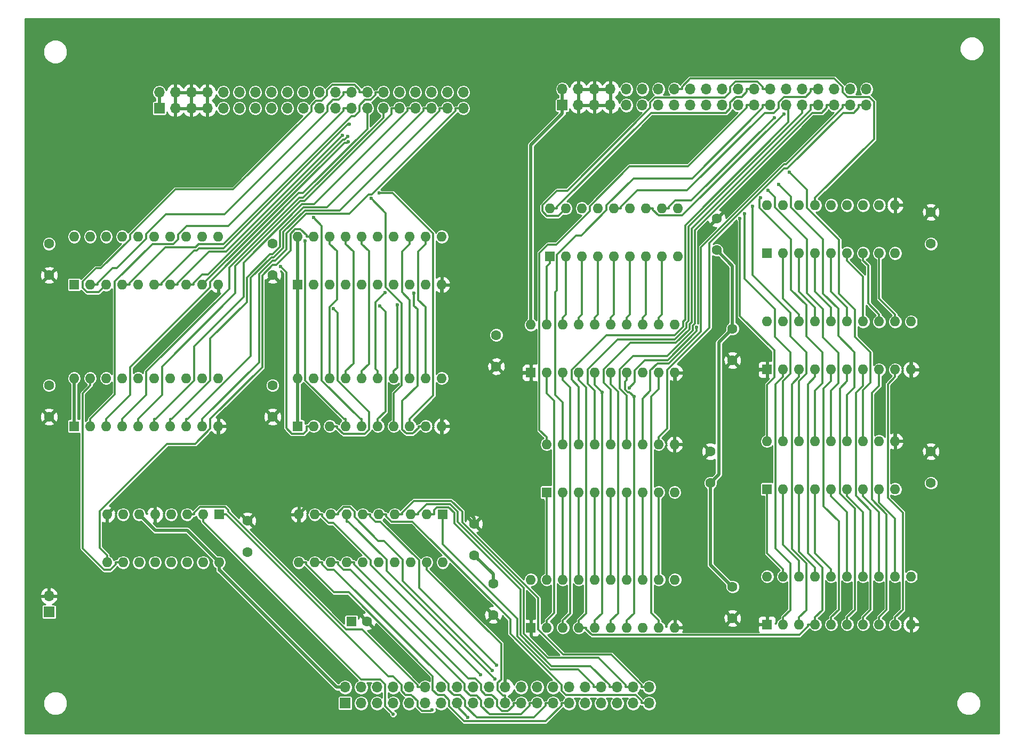
<source format=gbl>
G04 #@! TF.FileFunction,Copper,L2,Bot,Signal*
%FSLAX46Y46*%
G04 Gerber Fmt 4.6, Leading zero omitted, Abs format (unit mm)*
G04 Created by KiCad (PCBNEW 4.0.7) date 07/05/19 16:22:17*
%MOMM*%
%LPD*%
G01*
G04 APERTURE LIST*
%ADD10C,0.100000*%
%ADD11C,1.524000*%
%ADD12C,1.600000*%
%ADD13R,1.700000X1.700000*%
%ADD14O,1.700000X1.700000*%
%ADD15R,1.600000X1.600000*%
%ADD16O,1.600000X1.600000*%
%ADD17C,0.600000*%
%ADD18C,0.550000*%
%ADD19C,0.300000*%
%ADD20C,0.254000*%
G04 APERTURE END LIST*
D10*
D11*
X125000000Y-63000000D03*
X163500000Y-97500000D03*
X197000000Y-131000000D03*
X91000000Y-104500000D03*
X54000000Y-128000000D03*
X59000000Y-131000000D03*
X197000000Y-43000000D03*
D12*
X85500000Y-115000000D03*
X85500000Y-110000000D03*
X54000000Y-88500000D03*
X54000000Y-93500000D03*
X89500000Y-66000000D03*
X89500000Y-71000000D03*
X89500000Y-88500000D03*
X89500000Y-93500000D03*
X160000000Y-62000000D03*
X160000000Y-67000000D03*
X125000000Y-85500000D03*
X125000000Y-80500000D03*
X162500000Y-84500000D03*
X162500000Y-79500000D03*
X194000000Y-61000000D03*
X194000000Y-66000000D03*
X54000000Y-71000000D03*
X54000000Y-66000000D03*
X159000000Y-99000000D03*
X159000000Y-104000000D03*
X162500000Y-125500000D03*
X162500000Y-120500000D03*
X194000000Y-99000000D03*
X194000000Y-104000000D03*
X124500000Y-125000000D03*
X124500000Y-120000000D03*
D13*
X54000000Y-124500000D03*
D14*
X54000000Y-121960000D03*
D15*
X58000000Y-72500000D03*
D16*
X80860000Y-64880000D03*
X60540000Y-72500000D03*
X78320000Y-64880000D03*
X63080000Y-72500000D03*
X75780000Y-64880000D03*
X65620000Y-72500000D03*
X73240000Y-64880000D03*
X68160000Y-72500000D03*
X70700000Y-64880000D03*
X70700000Y-72500000D03*
X68160000Y-64880000D03*
X73240000Y-72500000D03*
X65620000Y-64880000D03*
X75780000Y-72500000D03*
X63080000Y-64880000D03*
X78320000Y-72500000D03*
X60540000Y-64880000D03*
X80860000Y-72500000D03*
X58000000Y-64880000D03*
D15*
X58000000Y-95000000D03*
D16*
X80860000Y-87380000D03*
X60540000Y-95000000D03*
X78320000Y-87380000D03*
X63080000Y-95000000D03*
X75780000Y-87380000D03*
X65620000Y-95000000D03*
X73240000Y-87380000D03*
X68160000Y-95000000D03*
X70700000Y-87380000D03*
X70700000Y-95000000D03*
X68160000Y-87380000D03*
X73240000Y-95000000D03*
X65620000Y-87380000D03*
X75780000Y-95000000D03*
X63080000Y-87380000D03*
X78320000Y-95000000D03*
X60540000Y-87380000D03*
X80860000Y-95000000D03*
X58000000Y-87380000D03*
D15*
X93500000Y-72500000D03*
D16*
X116360000Y-64880000D03*
X96040000Y-72500000D03*
X113820000Y-64880000D03*
X98580000Y-72500000D03*
X111280000Y-64880000D03*
X101120000Y-72500000D03*
X108740000Y-64880000D03*
X103660000Y-72500000D03*
X106200000Y-64880000D03*
X106200000Y-72500000D03*
X103660000Y-64880000D03*
X108740000Y-72500000D03*
X101120000Y-64880000D03*
X111280000Y-72500000D03*
X98580000Y-64880000D03*
X113820000Y-72500000D03*
X96040000Y-64880000D03*
X116360000Y-72500000D03*
X93500000Y-64880000D03*
D15*
X93500000Y-95000000D03*
D16*
X116360000Y-87380000D03*
X96040000Y-95000000D03*
X113820000Y-87380000D03*
X98580000Y-95000000D03*
X111280000Y-87380000D03*
X101120000Y-95000000D03*
X108740000Y-87380000D03*
X103660000Y-95000000D03*
X106200000Y-87380000D03*
X106200000Y-95000000D03*
X103660000Y-87380000D03*
X108740000Y-95000000D03*
X101120000Y-87380000D03*
X111280000Y-95000000D03*
X98580000Y-87380000D03*
X113820000Y-95000000D03*
X96040000Y-87380000D03*
X116360000Y-95000000D03*
X93500000Y-87380000D03*
D15*
X133500000Y-68000000D03*
D16*
X153820000Y-60380000D03*
X136040000Y-68000000D03*
X151280000Y-60380000D03*
X138580000Y-68000000D03*
X148740000Y-60380000D03*
X141120000Y-68000000D03*
X146200000Y-60380000D03*
X143660000Y-68000000D03*
X143660000Y-60380000D03*
X146200000Y-68000000D03*
X141120000Y-60380000D03*
X148740000Y-68000000D03*
X138580000Y-60380000D03*
X151280000Y-68000000D03*
X136040000Y-60380000D03*
X153820000Y-68000000D03*
X133500000Y-60380000D03*
D15*
X168000000Y-67500000D03*
D16*
X188320000Y-59880000D03*
X170540000Y-67500000D03*
X185780000Y-59880000D03*
X173080000Y-67500000D03*
X183240000Y-59880000D03*
X175620000Y-67500000D03*
X180700000Y-59880000D03*
X178160000Y-67500000D03*
X178160000Y-59880000D03*
X180700000Y-67500000D03*
X175620000Y-59880000D03*
X183240000Y-67500000D03*
X173080000Y-59880000D03*
X185780000Y-67500000D03*
X170540000Y-59880000D03*
X188320000Y-67500000D03*
X168000000Y-59880000D03*
D15*
X81000000Y-109000000D03*
D16*
X63220000Y-116620000D03*
X78460000Y-109000000D03*
X65760000Y-116620000D03*
X75920000Y-109000000D03*
X68300000Y-116620000D03*
X73380000Y-109000000D03*
X70840000Y-116620000D03*
X70840000Y-109000000D03*
X73380000Y-116620000D03*
X68300000Y-109000000D03*
X75920000Y-116620000D03*
X65760000Y-109000000D03*
X78460000Y-116620000D03*
X63220000Y-109000000D03*
X81000000Y-116620000D03*
D15*
X133000000Y-105500000D03*
D16*
X153320000Y-97880000D03*
X135540000Y-105500000D03*
X150780000Y-97880000D03*
X138080000Y-105500000D03*
X148240000Y-97880000D03*
X140620000Y-105500000D03*
X145700000Y-97880000D03*
X143160000Y-105500000D03*
X143160000Y-97880000D03*
X145700000Y-105500000D03*
X140620000Y-97880000D03*
X148240000Y-105500000D03*
X138080000Y-97880000D03*
X150780000Y-105500000D03*
X135540000Y-97880000D03*
X153320000Y-105500000D03*
X133000000Y-97880000D03*
D15*
X168000000Y-105000000D03*
D16*
X188320000Y-97380000D03*
X170540000Y-105000000D03*
X185780000Y-97380000D03*
X173080000Y-105000000D03*
X183240000Y-97380000D03*
X175620000Y-105000000D03*
X180700000Y-97380000D03*
X178160000Y-105000000D03*
X178160000Y-97380000D03*
X180700000Y-105000000D03*
X175620000Y-97380000D03*
X183240000Y-105000000D03*
X173080000Y-97380000D03*
X185780000Y-105000000D03*
X170540000Y-97380000D03*
X188320000Y-105000000D03*
X168000000Y-97380000D03*
D12*
X121500000Y-115500000D03*
X121500000Y-110500000D03*
D15*
X102000000Y-126000000D03*
D12*
X104500000Y-126000000D03*
D13*
X71500000Y-44500000D03*
D14*
X71500000Y-41960000D03*
X74040000Y-44500000D03*
X74040000Y-41960000D03*
X76580000Y-44500000D03*
X76580000Y-41960000D03*
X79120000Y-44500000D03*
X79120000Y-41960000D03*
X81660000Y-44500000D03*
X81660000Y-41960000D03*
X84200000Y-44500000D03*
X84200000Y-41960000D03*
X86740000Y-44500000D03*
X86740000Y-41960000D03*
X89280000Y-44500000D03*
X89280000Y-41960000D03*
X91820000Y-44500000D03*
X91820000Y-41960000D03*
X94360000Y-44500000D03*
X94360000Y-41960000D03*
X96900000Y-44500000D03*
X96900000Y-41960000D03*
X99440000Y-44500000D03*
X99440000Y-41960000D03*
X101980000Y-44500000D03*
X101980000Y-41960000D03*
X104520000Y-44500000D03*
X104520000Y-41960000D03*
X107060000Y-44500000D03*
X107060000Y-41960000D03*
X109600000Y-44500000D03*
X109600000Y-41960000D03*
X112140000Y-44500000D03*
X112140000Y-41960000D03*
X114680000Y-44500000D03*
X114680000Y-41960000D03*
X117220000Y-44500000D03*
X117220000Y-41960000D03*
X119760000Y-44500000D03*
X119760000Y-41960000D03*
D13*
X101000000Y-139000000D03*
D14*
X101000000Y-136460000D03*
X103540000Y-139000000D03*
X103540000Y-136460000D03*
X106080000Y-139000000D03*
X106080000Y-136460000D03*
X108620000Y-139000000D03*
X108620000Y-136460000D03*
X111160000Y-139000000D03*
X111160000Y-136460000D03*
X113700000Y-139000000D03*
X113700000Y-136460000D03*
X116240000Y-139000000D03*
X116240000Y-136460000D03*
X118780000Y-139000000D03*
X118780000Y-136460000D03*
X121320000Y-139000000D03*
X121320000Y-136460000D03*
X123860000Y-139000000D03*
X123860000Y-136460000D03*
X126400000Y-139000000D03*
X126400000Y-136460000D03*
X128940000Y-139000000D03*
X128940000Y-136460000D03*
X131480000Y-139000000D03*
X131480000Y-136460000D03*
X134020000Y-139000000D03*
X134020000Y-136460000D03*
X136560000Y-139000000D03*
X136560000Y-136460000D03*
X139100000Y-139000000D03*
X139100000Y-136460000D03*
X141640000Y-139000000D03*
X141640000Y-136460000D03*
X144180000Y-139000000D03*
X144180000Y-136460000D03*
X146720000Y-139000000D03*
X146720000Y-136460000D03*
X149260000Y-139000000D03*
X149260000Y-136460000D03*
D13*
X135500000Y-44000000D03*
D14*
X135500000Y-41460000D03*
X138040000Y-44000000D03*
X138040000Y-41460000D03*
X140580000Y-44000000D03*
X140580000Y-41460000D03*
X143120000Y-44000000D03*
X143120000Y-41460000D03*
X145660000Y-44000000D03*
X145660000Y-41460000D03*
X148200000Y-44000000D03*
X148200000Y-41460000D03*
X150740000Y-44000000D03*
X150740000Y-41460000D03*
X153280000Y-44000000D03*
X153280000Y-41460000D03*
X155820000Y-44000000D03*
X155820000Y-41460000D03*
X158360000Y-44000000D03*
X158360000Y-41460000D03*
X160900000Y-44000000D03*
X160900000Y-41460000D03*
X163440000Y-44000000D03*
X163440000Y-41460000D03*
X165980000Y-44000000D03*
X165980000Y-41460000D03*
X168520000Y-44000000D03*
X168520000Y-41460000D03*
X171060000Y-44000000D03*
X171060000Y-41460000D03*
X173600000Y-44000000D03*
X173600000Y-41460000D03*
X176140000Y-44000000D03*
X176140000Y-41460000D03*
X178680000Y-44000000D03*
X178680000Y-41460000D03*
X181220000Y-44000000D03*
X181220000Y-41460000D03*
X183760000Y-44000000D03*
X183760000Y-41460000D03*
D15*
X116500000Y-109000000D03*
D16*
X93640000Y-116620000D03*
X113960000Y-109000000D03*
X96180000Y-116620000D03*
X111420000Y-109000000D03*
X98720000Y-116620000D03*
X108880000Y-109000000D03*
X101260000Y-116620000D03*
X106340000Y-109000000D03*
X103800000Y-116620000D03*
X103800000Y-109000000D03*
X106340000Y-116620000D03*
X101260000Y-109000000D03*
X108880000Y-116620000D03*
X98720000Y-109000000D03*
X111420000Y-116620000D03*
X96180000Y-109000000D03*
X113960000Y-116620000D03*
X93640000Y-109000000D03*
X116500000Y-116620000D03*
D15*
X130500000Y-86500000D03*
D16*
X153360000Y-78880000D03*
X133040000Y-86500000D03*
X150820000Y-78880000D03*
X135580000Y-86500000D03*
X148280000Y-78880000D03*
X138120000Y-86500000D03*
X145740000Y-78880000D03*
X140660000Y-86500000D03*
X143200000Y-78880000D03*
X143200000Y-86500000D03*
X140660000Y-78880000D03*
X145740000Y-86500000D03*
X138120000Y-78880000D03*
X148280000Y-86500000D03*
X135580000Y-78880000D03*
X150820000Y-86500000D03*
X133040000Y-78880000D03*
X153360000Y-86500000D03*
X130500000Y-78880000D03*
D15*
X168000000Y-86000000D03*
D16*
X190860000Y-78380000D03*
X170540000Y-86000000D03*
X188320000Y-78380000D03*
X173080000Y-86000000D03*
X185780000Y-78380000D03*
X175620000Y-86000000D03*
X183240000Y-78380000D03*
X178160000Y-86000000D03*
X180700000Y-78380000D03*
X180700000Y-86000000D03*
X178160000Y-78380000D03*
X183240000Y-86000000D03*
X175620000Y-78380000D03*
X185780000Y-86000000D03*
X173080000Y-78380000D03*
X188320000Y-86000000D03*
X170540000Y-78380000D03*
X190860000Y-86000000D03*
X168000000Y-78380000D03*
D15*
X130500000Y-127000000D03*
D16*
X153360000Y-119380000D03*
X133040000Y-127000000D03*
X150820000Y-119380000D03*
X135580000Y-127000000D03*
X148280000Y-119380000D03*
X138120000Y-127000000D03*
X145740000Y-119380000D03*
X140660000Y-127000000D03*
X143200000Y-119380000D03*
X143200000Y-127000000D03*
X140660000Y-119380000D03*
X145740000Y-127000000D03*
X138120000Y-119380000D03*
X148280000Y-127000000D03*
X135580000Y-119380000D03*
X150820000Y-127000000D03*
X133040000Y-119380000D03*
X153360000Y-127000000D03*
X130500000Y-119380000D03*
D15*
X168000000Y-126500000D03*
D16*
X190860000Y-118880000D03*
X170540000Y-126500000D03*
X188320000Y-118880000D03*
X173080000Y-126500000D03*
X185780000Y-118880000D03*
X175620000Y-126500000D03*
X183240000Y-118880000D03*
X178160000Y-126500000D03*
X180700000Y-118880000D03*
X180700000Y-126500000D03*
X178160000Y-118880000D03*
X183240000Y-126500000D03*
X175620000Y-118880000D03*
X185780000Y-126500000D03*
X173080000Y-118880000D03*
X188320000Y-126500000D03*
X170540000Y-118880000D03*
X190860000Y-126500000D03*
X168000000Y-118880000D03*
D11*
X59000000Y-43000000D03*
D17*
X90763200Y-69627500D03*
X99165100Y-76341000D03*
X94681500Y-65553500D03*
X96019700Y-61853900D03*
X106479700Y-75862100D03*
X105135900Y-58814100D03*
X106387700Y-57966700D03*
X111958700Y-73838400D03*
X101647800Y-47032300D03*
X100599400Y-48788300D03*
X101399800Y-48954000D03*
X101535500Y-49777900D03*
X108642500Y-140728100D03*
X114827500Y-140067800D03*
X163695400Y-62035400D03*
X164425700Y-61240500D03*
X165674300Y-60028600D03*
X166958000Y-58730300D03*
X168172200Y-57552500D03*
X169828600Y-56544700D03*
X171545600Y-54645600D03*
X170715000Y-45363900D03*
X169146300Y-45964600D03*
X120516200Y-141221000D03*
X146893100Y-90286300D03*
X141813100Y-89606000D03*
X107358200Y-73754900D03*
X109294300Y-75677300D03*
X156837900Y-79271600D03*
X146130600Y-88911000D03*
X122535100Y-134476900D03*
X124361700Y-133792600D03*
X124767200Y-135127200D03*
X125070300Y-132955400D03*
D18*
X135500000Y-41460000D02*
X135500000Y-44000000D01*
X71500000Y-41960000D02*
X71500000Y-44500000D01*
X124500000Y-118500000D02*
X124500000Y-120000000D01*
X121500000Y-115500000D02*
X124500000Y-118500000D01*
X162500000Y-69500000D02*
X162500000Y-79500000D01*
X160000000Y-67000000D02*
X162500000Y-69500000D01*
X70845400Y-111545400D02*
X68300000Y-109000000D01*
X75925400Y-111545400D02*
X70845400Y-111545400D01*
X81000000Y-116620000D02*
X75925400Y-111545400D01*
X93500000Y-64880000D02*
X93500000Y-66155300D01*
X93500000Y-72500000D02*
X93500000Y-71224700D01*
X93500000Y-66155300D02*
X93500000Y-71224700D01*
X130500000Y-50325300D02*
X135500000Y-45325300D01*
X130500000Y-78880000D02*
X130500000Y-50325300D01*
X135500000Y-44000000D02*
X135500000Y-45325300D01*
X58000000Y-95000000D02*
X58000000Y-87380000D01*
X81110000Y-117895300D02*
X81000000Y-117895300D01*
X99674700Y-136460000D02*
X81110000Y-117895300D01*
X101000000Y-136460000D02*
X99674700Y-136460000D01*
X81000000Y-116620000D02*
X81000000Y-117895300D01*
X93500000Y-72500000D02*
X93500000Y-73775300D01*
X93500000Y-95000000D02*
X93500000Y-87380000D01*
X93500000Y-86104700D02*
X93500000Y-73775300D01*
X93500000Y-87380000D02*
X93500000Y-86104700D01*
X159000000Y-117000000D02*
X159000000Y-104000000D01*
X162500000Y-120500000D02*
X159000000Y-117000000D01*
X160320800Y-81679200D02*
X162500000Y-79500000D01*
X160320800Y-102679200D02*
X160320800Y-81679200D01*
X159000000Y-104000000D02*
X160320800Y-102679200D01*
X164000000Y-86000000D02*
X162500000Y-84500000D01*
X168000000Y-86000000D02*
X164000000Y-86000000D01*
X153360000Y-86500000D02*
X153360000Y-87775300D01*
X192135300Y-62864700D02*
X194000000Y-61000000D01*
X192135300Y-83449400D02*
X192135300Y-62864700D01*
X190860000Y-84724700D02*
X192135300Y-83449400D01*
X190860000Y-86000000D02*
X190860000Y-84724700D01*
X153320000Y-97880000D02*
X153320000Y-96604700D01*
X80860000Y-95000000D02*
X80860000Y-96275300D01*
X116360000Y-76860000D02*
X125000000Y-85500000D01*
X116360000Y-72500000D02*
X116360000Y-76860000D01*
X130500000Y-86500000D02*
X129224700Y-86500000D01*
X126000000Y-86500000D02*
X125000000Y-85500000D01*
X129224700Y-86500000D02*
X126000000Y-86500000D01*
X116360000Y-95000000D02*
X116360000Y-93724700D01*
X116775300Y-93724700D02*
X125000000Y-85500000D01*
X116360000Y-93724700D02*
X116775300Y-93724700D01*
X70840000Y-109000000D02*
X70840000Y-107724700D01*
X73204700Y-105360000D02*
X70840000Y-107724700D01*
X80860000Y-105360000D02*
X73204700Y-105360000D01*
X85500000Y-110000000D02*
X80860000Y-105360000D01*
X80860000Y-105360000D02*
X80860000Y-96275300D01*
X64495300Y-107724700D02*
X70840000Y-107724700D01*
X63220000Y-109000000D02*
X64495300Y-107724700D01*
X116360000Y-95000000D02*
X116360000Y-96275300D01*
X153360000Y-127000000D02*
X154635300Y-127000000D01*
X159634400Y-122634400D02*
X159000900Y-122634400D01*
X162500000Y-125500000D02*
X159634400Y-122634400D01*
X159000900Y-122634400D02*
X154635300Y-127000000D01*
X56012900Y-68987100D02*
X54000000Y-71000000D01*
X56012900Y-63852400D02*
X56012900Y-68987100D01*
X74040000Y-45825300D02*
X56012900Y-63852400D01*
X74040000Y-44500000D02*
X74040000Y-45825300D01*
X116360000Y-96275300D02*
X116360000Y-104910000D01*
X97730000Y-104910000D02*
X93640000Y-109000000D01*
X116360000Y-104910000D02*
X97730000Y-104910000D01*
X116807700Y-104910000D02*
X116360000Y-104910000D01*
X121500000Y-109602300D02*
X116807700Y-104910000D01*
X121500000Y-110500000D02*
X121500000Y-109602300D01*
X190860000Y-93564700D02*
X190860000Y-86000000D01*
X188320000Y-96104700D02*
X190860000Y-93564700D01*
X188320000Y-97380000D02*
X188320000Y-96104700D01*
X153320000Y-97880000D02*
X154595300Y-97880000D01*
X157046400Y-100331100D02*
X154595300Y-97880000D01*
X157668900Y-100331100D02*
X157046400Y-100331100D01*
X157668900Y-121302400D02*
X157668900Y-100331100D01*
X159000900Y-122634400D02*
X157668900Y-121302400D01*
X157668900Y-100331100D02*
X159000000Y-99000000D01*
X192135300Y-100864700D02*
X194000000Y-99000000D01*
X192135300Y-123949400D02*
X192135300Y-100864700D01*
X190860000Y-125224700D02*
X192135300Y-123949400D01*
X190860000Y-126500000D02*
X190860000Y-125224700D01*
X55275400Y-72275400D02*
X54000000Y-71000000D01*
X55275400Y-92224600D02*
X55275400Y-72275400D01*
X54000000Y-93500000D02*
X55275400Y-92224600D01*
X126400000Y-126900000D02*
X126400000Y-136460000D01*
X124500000Y-125000000D02*
X126400000Y-126900000D01*
X93640000Y-109000000D02*
X93640000Y-110275300D01*
X87056700Y-111556700D02*
X85500000Y-110000000D01*
X92358600Y-111556700D02*
X87056700Y-111556700D01*
X92358600Y-117165300D02*
X92358600Y-111556700D01*
X99387100Y-124193800D02*
X92358600Y-117165300D01*
X102693800Y-124193800D02*
X99387100Y-124193800D01*
X104500000Y-126000000D02*
X102693800Y-124193800D01*
X92358600Y-111556700D02*
X93640000Y-110275300D01*
X153320000Y-87815300D02*
X153320000Y-96604700D01*
X153360000Y-87775300D02*
X153320000Y-87815300D01*
X90775400Y-92224600D02*
X89500000Y-93500000D01*
X90775400Y-72275400D02*
X90775400Y-92224600D01*
X89500000Y-71000000D02*
X90775400Y-72275400D01*
D19*
X91698200Y-70562500D02*
X90763200Y-69627500D01*
X91698200Y-95302900D02*
X91698200Y-70562500D01*
X92566500Y-96171200D02*
X91698200Y-95302900D01*
X94437400Y-96171200D02*
X92566500Y-96171200D01*
X94889700Y-95718900D02*
X94437400Y-96171200D01*
X94889700Y-95000000D02*
X94889700Y-95718900D01*
X96040000Y-95000000D02*
X94889700Y-95000000D01*
X99730300Y-95238400D02*
X99730300Y-95000000D01*
X100716200Y-96224300D02*
X99730300Y-95238400D01*
X104126700Y-96224300D02*
X100716200Y-96224300D01*
X104820800Y-95530200D02*
X104126700Y-96224300D01*
X104820800Y-92751300D02*
X104820800Y-95530200D01*
X99850000Y-87780500D02*
X104820800Y-92751300D01*
X99850000Y-77025900D02*
X99850000Y-87780500D01*
X99165100Y-76341000D02*
X99850000Y-77025900D01*
X98580000Y-95000000D02*
X99730300Y-95000000D01*
X94681500Y-87698800D02*
X94681500Y-65553500D01*
X100832400Y-93849700D02*
X94681500Y-87698800D01*
X101120000Y-93849700D02*
X100832400Y-93849700D01*
X101120000Y-95000000D02*
X101120000Y-93849700D01*
X103660000Y-95000000D02*
X103660000Y-93849700D01*
X97310000Y-63144200D02*
X96019700Y-61853900D01*
X97310000Y-87738100D02*
X97310000Y-63144200D01*
X103421600Y-93849700D02*
X97310000Y-87738100D01*
X103660000Y-93849700D02*
X103421600Y-93849700D01*
X107408100Y-92641600D02*
X106200000Y-93849700D01*
X107408100Y-76790500D02*
X107408100Y-92641600D01*
X106479700Y-75862100D02*
X107408100Y-76790500D01*
X106200000Y-95000000D02*
X106200000Y-93849700D01*
X108740000Y-89800400D02*
X108740000Y-95000000D01*
X110010000Y-88530400D02*
X108740000Y-89800400D01*
X110010000Y-75473000D02*
X110010000Y-88530400D01*
X107470000Y-72933000D02*
X110010000Y-75473000D01*
X107470000Y-61148200D02*
X107470000Y-72933000D01*
X105135900Y-58814100D02*
X107470000Y-61148200D01*
X111280000Y-95000000D02*
X111280000Y-93849700D01*
X108544500Y-57966700D02*
X106387700Y-57966700D01*
X114980800Y-64403000D02*
X108544500Y-57966700D01*
X114980800Y-90148900D02*
X114980800Y-64403000D01*
X111280000Y-93849700D02*
X114980800Y-90148900D01*
X113820000Y-95000000D02*
X112669700Y-95000000D01*
X111958700Y-75874600D02*
X111958700Y-73838400D01*
X112476100Y-76392000D02*
X111958700Y-75874600D01*
X112476100Y-88604300D02*
X112476100Y-76392000D01*
X110097000Y-90983400D02*
X112476100Y-88604300D01*
X110097000Y-95508000D02*
X110097000Y-90983400D01*
X110744200Y-96155200D02*
X110097000Y-95508000D01*
X111752800Y-96155200D02*
X110744200Y-96155200D01*
X112669700Y-95238300D02*
X111752800Y-96155200D01*
X112669700Y-95000000D02*
X112669700Y-95238300D01*
X64469600Y-89920100D02*
X60540000Y-93849700D01*
X64469600Y-72023400D02*
X64469600Y-89920100D01*
X70462600Y-66030400D02*
X64469600Y-72023400D01*
X73751300Y-66030400D02*
X70462600Y-66030400D01*
X74510000Y-65271700D02*
X73751300Y-66030400D01*
X74510000Y-64512900D02*
X74510000Y-65271700D01*
X75835600Y-63187300D02*
X74510000Y-64512900D01*
X82467500Y-63187300D02*
X75835600Y-63187300D01*
X100779700Y-44875100D02*
X82467500Y-63187300D01*
X100779700Y-44500000D02*
X100779700Y-44875100D01*
X101980000Y-44500000D02*
X100779700Y-44500000D01*
X60540000Y-95000000D02*
X60540000Y-93849700D01*
X101980000Y-41960000D02*
X100779700Y-41960000D01*
X60540000Y-72500000D02*
X61690300Y-72500000D01*
X61690300Y-72261600D02*
X61690300Y-72500000D01*
X64049200Y-69902700D02*
X61690300Y-72261600D01*
X64765300Y-69902700D02*
X64049200Y-69902700D01*
X69430000Y-65238000D02*
X64765300Y-69902700D01*
X69430000Y-64476500D02*
X69430000Y-65238000D01*
X72588800Y-61317700D02*
X69430000Y-64476500D01*
X81833500Y-61317700D02*
X72588800Y-61317700D01*
X98170000Y-44981200D02*
X81833500Y-61317700D01*
X98170000Y-44056500D02*
X98170000Y-44981200D01*
X99066200Y-43160300D02*
X98170000Y-44056500D01*
X99954600Y-43160300D02*
X99066200Y-43160300D01*
X100779700Y-42335200D02*
X99954600Y-43160300D01*
X100779700Y-41960000D02*
X100779700Y-42335200D01*
X66890000Y-90039700D02*
X63080000Y-93849700D01*
X66890000Y-85620000D02*
X66890000Y-90039700D01*
X79590000Y-72920000D02*
X66890000Y-85620000D01*
X79590000Y-72034100D02*
X79590000Y-72920000D01*
X93672500Y-57951600D02*
X79590000Y-72034100D01*
X94347500Y-57951600D02*
X93672500Y-57951600D01*
X104520000Y-47779100D02*
X94347500Y-57951600D01*
X104520000Y-45700300D02*
X104520000Y-47779100D01*
X104520000Y-44500000D02*
X104520000Y-45700300D01*
X63080000Y-95000000D02*
X63080000Y-93849700D01*
X61875800Y-73704200D02*
X63080000Y-72500000D01*
X60018900Y-73704200D02*
X61875800Y-73704200D01*
X59359200Y-73044500D02*
X60018900Y-73704200D01*
X59359200Y-72026100D02*
X59359200Y-73044500D01*
X61482400Y-69902900D02*
X59359200Y-72026100D01*
X62248300Y-69902900D02*
X61482400Y-69902900D01*
X66890000Y-65261200D02*
X62248300Y-69902900D01*
X66890000Y-64520300D02*
X66890000Y-65261200D01*
X74041500Y-57368800D02*
X66890000Y-64520300D01*
X83242400Y-57368800D02*
X74041500Y-57368800D01*
X95630000Y-44981200D02*
X83242400Y-57368800D01*
X95630000Y-44056500D02*
X95630000Y-44981200D01*
X96386900Y-43299600D02*
X95630000Y-44056500D01*
X97311000Y-43299600D02*
X96386900Y-43299600D01*
X98128200Y-42482400D02*
X97311000Y-43299600D01*
X98128200Y-41570000D02*
X98128200Y-42482400D01*
X98942600Y-40755600D02*
X98128200Y-41570000D01*
X102490400Y-40755600D02*
X98942600Y-40755600D01*
X103319700Y-41584900D02*
X102490400Y-40755600D01*
X103319700Y-41960000D02*
X103319700Y-41584900D01*
X104520000Y-41960000D02*
X103319700Y-41960000D01*
X107060000Y-44500000D02*
X107060000Y-45700300D01*
X65620000Y-95000000D02*
X65620000Y-93849700D01*
X107060000Y-45962000D02*
X107060000Y-45700300D01*
X94320000Y-58702000D02*
X107060000Y-45962000D01*
X93700900Y-58702000D02*
X94320000Y-58702000D01*
X82589400Y-69813500D02*
X93700900Y-58702000D01*
X82589400Y-73167000D02*
X82589400Y-69813500D01*
X69430000Y-86326400D02*
X82589400Y-73167000D01*
X69430000Y-90039700D02*
X69430000Y-86326400D01*
X65620000Y-93849700D02*
X69430000Y-90039700D01*
X107060000Y-41960000D02*
X105859700Y-41960000D01*
X65620000Y-72500000D02*
X66770300Y-72500000D01*
X105859700Y-42335200D02*
X105859700Y-41960000D01*
X105034600Y-43160300D02*
X105859700Y-42335200D01*
X104146200Y-43160300D02*
X105034600Y-43160300D01*
X103250000Y-44056500D02*
X104146200Y-43160300D01*
X103250000Y-44981200D02*
X103250000Y-44056500D01*
X102503200Y-45728000D02*
X103250000Y-44981200D01*
X102032200Y-45728000D02*
X102503200Y-45728000D01*
X81659300Y-66100900D02*
X102032200Y-45728000D01*
X77757400Y-66100900D02*
X81659300Y-66100900D01*
X77257100Y-66601200D02*
X77757400Y-66100900D01*
X72430700Y-66601200D02*
X77257100Y-66601200D01*
X66770300Y-72261600D02*
X72430700Y-66601200D01*
X66770300Y-72500000D02*
X66770300Y-72261600D01*
X68160000Y-95000000D02*
X68160000Y-93849700D01*
X109600000Y-44500000D02*
X108399700Y-44500000D01*
X108399700Y-45381900D02*
X108399700Y-44500000D01*
X94579300Y-59202300D02*
X108399700Y-45381900D01*
X93923900Y-59202300D02*
X94579300Y-59202300D01*
X83590100Y-69536100D02*
X93923900Y-59202300D01*
X83590100Y-73888100D02*
X83590100Y-69536100D01*
X71970000Y-85508200D02*
X83590100Y-73888100D01*
X71970000Y-90039700D02*
X71970000Y-85508200D01*
X68160000Y-93849700D02*
X71970000Y-90039700D01*
X112140000Y-44500000D02*
X110939700Y-44500000D01*
X70700000Y-95000000D02*
X70700000Y-93849700D01*
X110939700Y-44874700D02*
X110939700Y-44500000D01*
X96111800Y-59702600D02*
X110939700Y-44874700D01*
X94166800Y-59702600D02*
X96111800Y-59702600D01*
X84883900Y-68985500D02*
X94166800Y-59702600D01*
X84883900Y-74453700D02*
X84883900Y-68985500D01*
X77050000Y-82287600D02*
X84883900Y-74453700D01*
X77050000Y-87738000D02*
X77050000Y-82287600D01*
X70938300Y-93849700D02*
X77050000Y-87738000D01*
X70700000Y-93849700D02*
X70938300Y-93849700D01*
X70700000Y-72500000D02*
X71850300Y-72500000D01*
X101435500Y-47032300D02*
X101647800Y-47032300D01*
X81689600Y-66778200D02*
X101435500Y-47032300D01*
X77787700Y-66778200D02*
X81689600Y-66778200D01*
X77464400Y-67101500D02*
X77787700Y-66778200D01*
X77010400Y-67101500D02*
X77464400Y-67101500D01*
X71850300Y-72261600D02*
X77010400Y-67101500D01*
X71850300Y-72500000D02*
X71850300Y-72261600D01*
X114680000Y-44500000D02*
X113479700Y-44500000D01*
X73240000Y-95000000D02*
X73240000Y-93849700D01*
X113479700Y-44884400D02*
X113479700Y-44500000D01*
X98161200Y-60202900D02*
X113479700Y-44884400D01*
X94419300Y-60202900D02*
X98161200Y-60202900D01*
X90650300Y-63971900D02*
X94419300Y-60202900D01*
X90650300Y-66476500D02*
X90650300Y-63971900D01*
X89447400Y-67679400D02*
X90650300Y-66476500D01*
X89071300Y-67679400D02*
X89447400Y-67679400D01*
X85384300Y-71366400D02*
X89071300Y-67679400D01*
X85384300Y-75276800D02*
X85384300Y-71366400D01*
X79590000Y-81071100D02*
X85384300Y-75276800D01*
X79590000Y-87738000D02*
X79590000Y-81071100D01*
X73478300Y-93849700D02*
X79590000Y-87738000D01*
X73240000Y-93849700D02*
X73478300Y-93849700D01*
X73240000Y-72500000D02*
X74390300Y-72500000D01*
X82109200Y-67278500D02*
X100599400Y-48788300D01*
X79373400Y-67278500D02*
X82109200Y-67278500D01*
X74390300Y-72261600D02*
X79373400Y-67278500D01*
X74390300Y-72500000D02*
X74390300Y-72261600D01*
X117220000Y-44500000D02*
X116019700Y-44500000D01*
X75780000Y-95000000D02*
X75780000Y-93849700D01*
X116019700Y-44875100D02*
X116019700Y-44500000D01*
X100191600Y-60703200D02*
X116019700Y-44875100D01*
X94626500Y-60703200D02*
X100191600Y-60703200D01*
X91175700Y-64154000D02*
X94626500Y-60703200D01*
X91175700Y-66658600D02*
X91175700Y-64154000D01*
X89654600Y-68179700D02*
X91175700Y-66658600D01*
X89278500Y-68179700D02*
X89654600Y-68179700D01*
X86041500Y-71416700D02*
X89278500Y-68179700D01*
X86041500Y-83826500D02*
X86041500Y-71416700D01*
X76018300Y-93849700D02*
X86041500Y-83826500D01*
X75780000Y-93849700D02*
X76018300Y-93849700D01*
X75780000Y-72500000D02*
X76930300Y-72500000D01*
X100915200Y-49438600D02*
X101399800Y-48954000D01*
X100665300Y-49438600D02*
X100915200Y-49438600D01*
X79247500Y-70856400D02*
X100665300Y-49438600D01*
X78335500Y-70856400D02*
X79247500Y-70856400D01*
X76930300Y-72261600D02*
X78335500Y-70856400D01*
X76930300Y-72500000D02*
X76930300Y-72261600D01*
X119760000Y-44500000D02*
X118559700Y-44500000D01*
X78320000Y-95000000D02*
X78320000Y-93849700D01*
X87343200Y-84826500D02*
X78320000Y-93849700D01*
X87343200Y-70822500D02*
X87343200Y-84826500D01*
X89485700Y-68680000D02*
X87343200Y-70822500D01*
X89927900Y-68680000D02*
X89485700Y-68680000D01*
X91701100Y-66906800D02*
X89927900Y-68680000D01*
X91701100Y-64336100D02*
X91701100Y-66906800D01*
X94833700Y-61203500D02*
X91701100Y-64336100D01*
X101696300Y-61203500D02*
X94833700Y-61203500D01*
X104736000Y-58163800D02*
X101696300Y-61203500D01*
X105271000Y-58163800D02*
X104736000Y-58163800D01*
X118559700Y-44875100D02*
X105271000Y-58163800D01*
X118559700Y-44500000D02*
X118559700Y-44875100D01*
X101374500Y-49938900D02*
X101535500Y-49777900D01*
X100881100Y-49938900D02*
X101374500Y-49938900D01*
X78320000Y-72500000D02*
X100881100Y-49938900D01*
X126026900Y-137799700D02*
X126400000Y-137799700D01*
X125193900Y-136966700D02*
X126026900Y-137799700D01*
X125193900Y-135783300D02*
X125193900Y-136966700D01*
X125773100Y-135204100D02*
X125193900Y-135783300D01*
X125773100Y-129583400D02*
X125773100Y-135204100D01*
X113960000Y-117770300D02*
X125773100Y-129583400D01*
X113960000Y-116620000D02*
X113960000Y-117770300D01*
X126400000Y-139000000D02*
X126400000Y-137799700D01*
X78460000Y-109000000D02*
X78460000Y-110150300D01*
X103569300Y-135259600D02*
X78460000Y-110150300D01*
X106588000Y-135259600D02*
X103569300Y-135259600D01*
X107350000Y-136021600D02*
X106588000Y-135259600D01*
X107350000Y-139435600D02*
X107350000Y-136021600D01*
X108642500Y-140728100D02*
X107350000Y-139435600D01*
X81000000Y-109000000D02*
X82150300Y-109000000D01*
X114675300Y-140220000D02*
X114827500Y-140067800D01*
X113186300Y-140220000D02*
X114675300Y-140220000D01*
X112499700Y-139533400D02*
X113186300Y-140220000D01*
X112499700Y-138624500D02*
X112499700Y-139533400D01*
X111535600Y-137660400D02*
X112499700Y-138624500D01*
X110606600Y-137660400D02*
X111535600Y-137660400D01*
X109959600Y-137013400D02*
X110606600Y-137660400D01*
X109959600Y-136101300D02*
X109959600Y-137013400D01*
X108609100Y-134750800D02*
X109959600Y-136101300D01*
X107901100Y-134750800D02*
X108609100Y-134750800D01*
X82150300Y-109000000D02*
X107901100Y-134750800D01*
X163695400Y-77477500D02*
X163695400Y-62035400D01*
X169150400Y-82932500D02*
X163695400Y-77477500D01*
X169150400Y-87238100D02*
X169150400Y-82932500D01*
X168000000Y-88388500D02*
X169150400Y-87238100D01*
X168000000Y-97380000D02*
X168000000Y-88388500D01*
X164425700Y-71548200D02*
X164425700Y-61240500D01*
X169270000Y-76392500D02*
X164425700Y-71548200D01*
X169270000Y-80781400D02*
X169270000Y-76392500D01*
X171736900Y-83248300D02*
X169270000Y-80781400D01*
X171736900Y-86661100D02*
X171736900Y-83248300D01*
X170540000Y-87858000D02*
X171736900Y-86661100D01*
X170540000Y-97380000D02*
X170540000Y-87858000D01*
X165674300Y-70959200D02*
X165674300Y-60028600D01*
X171690400Y-76975300D02*
X165674300Y-70959200D01*
X171690400Y-80673100D02*
X171690400Y-76975300D01*
X174280100Y-83262800D02*
X171690400Y-80673100D01*
X174280100Y-86657900D02*
X174280100Y-83262800D01*
X173080000Y-87858000D02*
X174280100Y-86657900D01*
X173080000Y-97380000D02*
X173080000Y-87858000D01*
X166772600Y-58915700D02*
X166958000Y-58730300D01*
X166772600Y-60286600D02*
X166772600Y-58915700D01*
X171810000Y-65324000D02*
X166772600Y-60286600D01*
X171810000Y-73316700D02*
X171810000Y-65324000D01*
X174230400Y-75737100D02*
X171810000Y-73316700D01*
X174230400Y-80695700D02*
X174230400Y-75737100D01*
X176771000Y-83236300D02*
X174230400Y-80695700D01*
X176771000Y-88185600D02*
X176771000Y-83236300D01*
X175620000Y-89336600D02*
X176771000Y-88185600D01*
X175620000Y-97380000D02*
X175620000Y-89336600D01*
X153280000Y-41460000D02*
X154480300Y-41460000D01*
X175620000Y-59880000D02*
X175620000Y-58729700D01*
X154480300Y-41084900D02*
X154480300Y-41460000D01*
X155818400Y-39746800D02*
X154480300Y-41084900D01*
X178665900Y-39746800D02*
X155818400Y-39746800D01*
X180019600Y-41100500D02*
X178665900Y-39746800D01*
X180019600Y-41973100D02*
X180019600Y-41100500D01*
X180776500Y-42730000D02*
X180019600Y-41973100D01*
X184208700Y-42730000D02*
X180776500Y-42730000D01*
X184976900Y-43498200D02*
X184208700Y-42730000D01*
X184976900Y-49372800D02*
X184976900Y-43498200D01*
X175620000Y-58729700D02*
X184976900Y-49372800D01*
X169270000Y-58650300D02*
X168172200Y-57552500D01*
X169270000Y-60257600D02*
X169270000Y-58650300D01*
X174350000Y-65337600D02*
X169270000Y-60257600D01*
X174350000Y-73837200D02*
X174350000Y-65337600D01*
X176890000Y-76377200D02*
X174350000Y-73837200D01*
X176890000Y-80860500D02*
X176890000Y-76377200D01*
X179350800Y-83321300D02*
X176890000Y-80860500D01*
X179350800Y-88145800D02*
X179350800Y-83321300D01*
X178160000Y-89336600D02*
X179350800Y-88145800D01*
X178160000Y-97380000D02*
X178160000Y-89336600D01*
X171810000Y-58526100D02*
X169828600Y-56544700D01*
X171810000Y-60254800D02*
X171810000Y-58526100D01*
X176890000Y-65334800D02*
X171810000Y-60254800D01*
X176890000Y-73907800D02*
X176890000Y-65334800D01*
X179310400Y-76328200D02*
X176890000Y-73907800D01*
X179310400Y-80665900D02*
X179310400Y-76328200D01*
X181886200Y-83241700D02*
X179310400Y-80665900D01*
X181886200Y-88857900D02*
X181886200Y-83241700D01*
X180700000Y-90044100D02*
X181886200Y-88857900D01*
X180700000Y-97380000D02*
X180700000Y-90044100D01*
X174350000Y-57450000D02*
X171545600Y-54645600D01*
X174350000Y-60289100D02*
X174350000Y-57450000D01*
X179430000Y-65369100D02*
X174350000Y-60289100D01*
X179430000Y-73907800D02*
X179430000Y-65369100D01*
X181970000Y-76447800D02*
X179430000Y-73907800D01*
X181970000Y-80831900D02*
X181970000Y-76447800D01*
X184413500Y-83275400D02*
X181970000Y-80831900D01*
X184413500Y-88099500D02*
X184413500Y-83275400D01*
X183240000Y-89273000D02*
X184413500Y-88099500D01*
X183240000Y-97380000D02*
X183240000Y-89273000D01*
X165980000Y-44000000D02*
X164779700Y-44000000D01*
X133000000Y-97880000D02*
X133000000Y-96729700D01*
X164779700Y-44360000D02*
X164779700Y-44000000D01*
X155447800Y-53691900D02*
X164779700Y-44360000D01*
X146168600Y-53691900D02*
X155447800Y-53691900D01*
X139850000Y-60010500D02*
X146168600Y-53691900D01*
X139850000Y-60801100D02*
X139850000Y-60010500D01*
X134523200Y-66127900D02*
X139850000Y-60801100D01*
X133206300Y-66127900D02*
X134523200Y-66127900D01*
X131849800Y-67484400D02*
X133206300Y-66127900D01*
X131849800Y-95579500D02*
X131849800Y-67484400D01*
X133000000Y-96729700D02*
X131849800Y-95579500D01*
X165980000Y-41460000D02*
X164779700Y-41460000D01*
X133500000Y-60380000D02*
X134650300Y-60380000D01*
X164779700Y-41835200D02*
X164779700Y-41460000D01*
X163954600Y-42660300D02*
X164779700Y-41835200D01*
X163075700Y-42660300D02*
X163954600Y-42660300D01*
X162170000Y-43566000D02*
X163075700Y-42660300D01*
X162170000Y-44477400D02*
X162170000Y-43566000D01*
X161447000Y-45200400D02*
X162170000Y-44477400D01*
X149591500Y-45200400D02*
X161447000Y-45200400D01*
X134650300Y-60141600D02*
X149591500Y-45200400D01*
X134650300Y-60380000D02*
X134650300Y-60141600D01*
X168520000Y-44000000D02*
X167319700Y-44000000D01*
X135540000Y-91211400D02*
X135540000Y-97880000D01*
X134393600Y-90065000D02*
X135540000Y-91211400D01*
X134393600Y-73704600D02*
X134393600Y-90065000D01*
X134650400Y-73447800D02*
X134393600Y-73704600D01*
X134650400Y-67724900D02*
X134650400Y-73447800D01*
X137672500Y-64702800D02*
X134650400Y-67724900D01*
X138485000Y-64702800D02*
X137672500Y-64702800D01*
X142509600Y-60678200D02*
X138485000Y-64702800D01*
X142509600Y-59891600D02*
X142509600Y-60678200D01*
X146766000Y-55635200D02*
X142509600Y-59891600D01*
X156108700Y-55635200D02*
X146766000Y-55635200D01*
X167319700Y-44424200D02*
X156108700Y-55635200D01*
X167319700Y-44000000D02*
X167319700Y-44424200D01*
X134843200Y-61576800D02*
X136040000Y-60380000D01*
X133044400Y-61576800D02*
X134843200Y-61576800D01*
X132309800Y-60842200D02*
X133044400Y-61576800D01*
X132309800Y-59924600D02*
X132309800Y-60842200D01*
X134627700Y-57606700D02*
X132309800Y-59924600D01*
X136290800Y-57606700D02*
X134627700Y-57606700D01*
X149470000Y-44427500D02*
X136290800Y-57606700D01*
X149470000Y-43556500D02*
X149470000Y-44427500D01*
X150226900Y-42799600D02*
X149470000Y-43556500D01*
X161295100Y-42799600D02*
X150226900Y-42799600D01*
X162132900Y-41961800D02*
X161295100Y-42799600D01*
X162132900Y-41063600D02*
X162132900Y-41961800D01*
X162949400Y-40247100D02*
X162132900Y-41063600D01*
X166481900Y-40247100D02*
X162949400Y-40247100D01*
X167319700Y-41084900D02*
X166481900Y-40247100D01*
X167319700Y-41460000D02*
X167319700Y-41084900D01*
X168520000Y-41460000D02*
X167319700Y-41460000D01*
X138080000Y-88716200D02*
X138080000Y-97880000D01*
X136945900Y-87582100D02*
X138080000Y-88716200D01*
X136945900Y-86041600D02*
X136945900Y-87582100D01*
X142456800Y-80530700D02*
X136945900Y-86041600D01*
X153336100Y-80530700D02*
X142456800Y-80530700D01*
X154686700Y-79180100D02*
X153336100Y-80530700D01*
X154686700Y-78380700D02*
X154686700Y-79180100D01*
X155010600Y-78056800D02*
X154686700Y-78380700D01*
X155010600Y-63082000D02*
X155010600Y-78056800D01*
X171378200Y-46714400D02*
X155010600Y-63082000D01*
X171378200Y-44318200D02*
X171378200Y-46714400D01*
X171060000Y-44000000D02*
X171378200Y-44318200D01*
X173600000Y-44000000D02*
X173600000Y-45200300D01*
X140620000Y-89332700D02*
X140620000Y-97880000D01*
X139500000Y-88212700D02*
X140620000Y-89332700D01*
X139500000Y-85992900D02*
X139500000Y-88212700D01*
X144239700Y-81253200D02*
X139500000Y-85992900D01*
X153321100Y-81253200D02*
X144239700Y-81253200D01*
X155187000Y-79387300D02*
X153321100Y-81253200D01*
X155187000Y-78587900D02*
X155187000Y-79387300D01*
X155510900Y-78264000D02*
X155187000Y-78587900D01*
X155510900Y-63289400D02*
X155510900Y-78264000D01*
X173600000Y-45200300D02*
X155510900Y-63289400D01*
X176140000Y-44000000D02*
X174939700Y-44000000D01*
X143160000Y-89179000D02*
X143160000Y-97880000D01*
X142037000Y-88056000D02*
X143160000Y-89179000D01*
X142037000Y-85989400D02*
X142037000Y-88056000D01*
X146272900Y-81753500D02*
X142037000Y-85989400D01*
X153528300Y-81753500D02*
X146272900Y-81753500D01*
X155687300Y-79594500D02*
X153528300Y-81753500D01*
X155687300Y-78795100D02*
X155687300Y-79594500D01*
X156011200Y-78471200D02*
X155687300Y-78795100D01*
X156011200Y-63626000D02*
X156011200Y-78471200D01*
X174939700Y-44697500D02*
X156011200Y-63626000D01*
X174939700Y-44000000D02*
X174939700Y-44697500D01*
X144810300Y-60141600D02*
X144810300Y-60380000D01*
X147416100Y-57535800D02*
X144810300Y-60141600D01*
X155278700Y-57535800D02*
X147416100Y-57535800D01*
X167614100Y-45200400D02*
X155278700Y-57535800D01*
X169074200Y-45200400D02*
X167614100Y-45200400D01*
X169838700Y-44435900D02*
X169074200Y-45200400D01*
X169838700Y-43507800D02*
X169838700Y-44435900D01*
X170686200Y-42660300D02*
X169838700Y-43507800D01*
X174114600Y-42660300D02*
X170686200Y-42660300D01*
X174939700Y-41835200D02*
X174114600Y-42660300D01*
X174939700Y-41460000D02*
X174939700Y-41835200D01*
X176140000Y-41460000D02*
X174939700Y-41460000D01*
X143660000Y-60380000D02*
X144810300Y-60380000D01*
X178680000Y-44000000D02*
X177479700Y-44000000D01*
X145700000Y-90107400D02*
X145700000Y-97880000D01*
X145699900Y-90107400D02*
X145700000Y-90107400D01*
X144579100Y-88986600D02*
X145699900Y-90107400D01*
X144579100Y-85986100D02*
X144579100Y-88986600D01*
X146697100Y-83868100D02*
X144579100Y-85986100D01*
X152121200Y-83868100D02*
X146697100Y-83868100D01*
X156187600Y-79801700D02*
X152121200Y-83868100D01*
X156187600Y-79002300D02*
X156187600Y-79801700D01*
X156511600Y-78678300D02*
X156187600Y-79002300D01*
X156511600Y-63833300D02*
X156511600Y-78678300D01*
X175144600Y-45200300D02*
X156511600Y-63833300D01*
X176654600Y-45200300D02*
X175144600Y-45200300D01*
X177479700Y-44375200D02*
X176654600Y-45200300D01*
X177479700Y-44000000D02*
X177479700Y-44375200D01*
X181220000Y-44000000D02*
X180019700Y-44000000D01*
X148240000Y-90584100D02*
X148240000Y-97880000D01*
X149474000Y-89350100D02*
X148240000Y-90584100D01*
X149474000Y-86149800D02*
X149474000Y-89350100D01*
X150635400Y-84988400D02*
X149474000Y-86149800D01*
X152415900Y-84988400D02*
X150635400Y-84988400D01*
X157488300Y-79916000D02*
X152415900Y-84988400D01*
X157488300Y-66549800D02*
X157488300Y-79916000D01*
X170674300Y-53363800D02*
X157488300Y-66549800D01*
X171028500Y-53363800D02*
X170674300Y-53363800D01*
X180019700Y-44372600D02*
X171028500Y-53363800D01*
X180019700Y-44000000D02*
X180019700Y-44372600D01*
X149890300Y-60618400D02*
X149890300Y-60380000D01*
X150804500Y-61532600D02*
X149890300Y-60618400D01*
X154546300Y-61532600D02*
X150804500Y-61532600D01*
X170715000Y-45363900D02*
X154546300Y-61532600D01*
X148740000Y-60380000D02*
X149890300Y-60380000D01*
X152169600Y-95340100D02*
X150780000Y-96729700D01*
X152169600Y-86063400D02*
X152169600Y-95340100D01*
X158849600Y-79383400D02*
X152169600Y-86063400D01*
X158849600Y-65896300D02*
X158849600Y-79383400D01*
X170705100Y-54040800D02*
X158849600Y-65896300D01*
X171230600Y-54040800D02*
X170705100Y-54040800D01*
X180071100Y-45200300D02*
X171230600Y-54040800D01*
X181734600Y-45200300D02*
X180071100Y-45200300D01*
X182559700Y-44375200D02*
X181734600Y-45200300D01*
X182559700Y-44000000D02*
X182559700Y-44375200D01*
X183760000Y-44000000D02*
X182559700Y-44000000D01*
X150780000Y-97880000D02*
X150780000Y-96729700D01*
X152430300Y-60142700D02*
X152430300Y-60380000D01*
X153431100Y-59141900D02*
X152430300Y-60142700D01*
X155969000Y-59141900D02*
X153431100Y-59141900D01*
X169146300Y-45964600D02*
X155969000Y-59141900D01*
X151280000Y-60380000D02*
X152430300Y-60380000D01*
X98580000Y-87380000D02*
X98580000Y-86229700D01*
X98580000Y-64880000D02*
X98580000Y-66030300D01*
X170540000Y-86000000D02*
X170540000Y-87150300D01*
X98514800Y-86164500D02*
X98580000Y-86229700D01*
X98514800Y-76071700D02*
X98514800Y-86164500D01*
X99732800Y-74853700D02*
X98514800Y-76071700D01*
X99732800Y-67183100D02*
X99732800Y-74853700D01*
X98580000Y-66030300D02*
X99732800Y-67183100D01*
X170540000Y-126500000D02*
X170540000Y-125349700D01*
X169338000Y-88352300D02*
X170540000Y-87150300D01*
X169338000Y-114405000D02*
X169338000Y-88352300D01*
X171690700Y-116757700D02*
X169338000Y-114405000D01*
X171690700Y-124199000D02*
X171690700Y-116757700D01*
X170540000Y-125349700D02*
X171690700Y-124199000D01*
X133040000Y-127000000D02*
X133040000Y-125849700D01*
X133040000Y-86500000D02*
X133040000Y-87650300D01*
X134195300Y-124694400D02*
X133040000Y-125849700D01*
X134195300Y-90927800D02*
X134195300Y-124694400D01*
X133040000Y-89772500D02*
X134195300Y-90927800D01*
X133040000Y-87650300D02*
X133040000Y-89772500D01*
X187168900Y-88301400D02*
X188320000Y-87150300D01*
X187168900Y-106404000D02*
X187168900Y-88301400D01*
X189526300Y-108761400D02*
X187168900Y-106404000D01*
X189526300Y-124143400D02*
X189526300Y-108761400D01*
X188320000Y-125349700D02*
X189526300Y-124143400D01*
X188320000Y-126500000D02*
X188320000Y-125349700D01*
X150820000Y-127000000D02*
X150820000Y-125849700D01*
X150820000Y-86500000D02*
X150820000Y-87650300D01*
X118780000Y-139484800D02*
X120516200Y-141221000D01*
X118780000Y-139000000D02*
X118780000Y-139484800D01*
X188320000Y-86000000D02*
X188320000Y-87150300D01*
X150820000Y-89065300D02*
X150820000Y-87650300D01*
X149620700Y-90264600D02*
X150820000Y-89065300D01*
X149620700Y-124650400D02*
X149620700Y-90264600D01*
X150820000Y-125849700D02*
X149620700Y-124650400D01*
X173080000Y-126500000D02*
X173080000Y-125349700D01*
X173080000Y-86000000D02*
X173080000Y-87150300D01*
X135580000Y-127000000D02*
X135580000Y-125849700D01*
X135580000Y-86500000D02*
X135580000Y-87650300D01*
X136733100Y-124696600D02*
X135580000Y-125849700D01*
X136733100Y-88803400D02*
X136733100Y-124696600D01*
X135580000Y-87650300D02*
X136733100Y-88803400D01*
X171924600Y-88305700D02*
X173080000Y-87150300D01*
X171924600Y-114451700D02*
X171924600Y-88305700D01*
X174230700Y-116757800D02*
X171924600Y-114451700D01*
X174230700Y-124199000D02*
X174230700Y-116757800D01*
X173080000Y-125349700D02*
X174230700Y-124199000D01*
X102335900Y-67246200D02*
X101120000Y-66030300D01*
X102335900Y-85013800D02*
X102335900Y-67246200D01*
X101120000Y-86229700D02*
X102335900Y-85013800D01*
X101120000Y-87380000D02*
X101120000Y-86229700D01*
X101120000Y-64880000D02*
X101120000Y-66030300D01*
X185780000Y-86000000D02*
X185780000Y-87150300D01*
X185780000Y-126500000D02*
X185780000Y-125349700D01*
X113820000Y-87380000D02*
X113820000Y-86229700D01*
X113820000Y-64880000D02*
X113820000Y-66030300D01*
X186970600Y-124159100D02*
X185780000Y-125349700D01*
X186970600Y-108994700D02*
X186970600Y-124159100D01*
X184624600Y-106648700D02*
X186970600Y-108994700D01*
X184624600Y-89720700D02*
X184624600Y-106648700D01*
X185780000Y-88565300D02*
X184624600Y-89720700D01*
X185780000Y-87150300D02*
X185780000Y-88565300D01*
X112637400Y-67212900D02*
X113820000Y-66030300D01*
X112637400Y-74913100D02*
X112637400Y-67212900D01*
X113820000Y-76095700D02*
X112637400Y-74913100D01*
X113820000Y-86229700D02*
X113820000Y-76095700D01*
X175620000Y-86000000D02*
X175620000Y-87150300D01*
X175620000Y-125924800D02*
X175620000Y-125349700D01*
X174464600Y-88305700D02*
X175620000Y-87150300D01*
X174464600Y-115159200D02*
X174464600Y-88305700D01*
X176770800Y-117465400D02*
X174464600Y-115159200D01*
X176770800Y-124198900D02*
X176770800Y-117465400D01*
X175620000Y-125349700D02*
X176770800Y-124198900D01*
X139273100Y-88803400D02*
X138120000Y-87650300D01*
X139273100Y-124696600D02*
X139273100Y-88803400D01*
X138120000Y-125849700D02*
X139273100Y-124696600D01*
X138120000Y-127000000D02*
X138120000Y-125849700D01*
X175620000Y-125924800D02*
X175620000Y-126500000D01*
X139270300Y-127238400D02*
X139270300Y-127000000D01*
X140183100Y-128151200D02*
X139270300Y-127238400D01*
X173106100Y-128151200D02*
X140183100Y-128151200D01*
X174469700Y-126787600D02*
X173106100Y-128151200D01*
X174469700Y-126500000D02*
X174469700Y-126787600D01*
X175620000Y-126500000D02*
X174469700Y-126500000D01*
X138120000Y-127000000D02*
X139270300Y-127000000D01*
X138120000Y-86500000D02*
X138120000Y-87650300D01*
X104812800Y-67183100D02*
X103660000Y-66030300D01*
X104812800Y-85076900D02*
X104812800Y-67183100D01*
X103660000Y-86229700D02*
X104812800Y-85076900D01*
X103660000Y-87380000D02*
X103660000Y-86229700D01*
X103660000Y-64880000D02*
X103660000Y-66030300D01*
X145740000Y-127000000D02*
X145740000Y-125849700D01*
X145740000Y-86500000D02*
X145740000Y-87650300D01*
X183240000Y-86000000D02*
X183240000Y-87150300D01*
X183240000Y-126500000D02*
X183240000Y-125349700D01*
X146893100Y-124696600D02*
X145740000Y-125849700D01*
X146893100Y-90286300D02*
X146893100Y-124696600D01*
X183240000Y-88565300D02*
X183240000Y-87150300D01*
X182084600Y-89720700D02*
X183240000Y-88565300D01*
X182084600Y-106014600D02*
X182084600Y-89720700D01*
X184430600Y-108360600D02*
X182084600Y-106014600D01*
X184430600Y-124159100D02*
X184430600Y-108360600D01*
X183240000Y-125349700D02*
X184430600Y-124159100D01*
X110064100Y-67246200D02*
X111280000Y-66030300D01*
X110064100Y-73708200D02*
X110064100Y-67246200D01*
X111280000Y-74924100D02*
X110064100Y-73708200D01*
X111280000Y-87380000D02*
X111280000Y-74924100D01*
X111280000Y-64880000D02*
X111280000Y-66030300D01*
X146168100Y-89561300D02*
X146893100Y-90286300D01*
X145861300Y-89561300D02*
X146168100Y-89561300D01*
X145480300Y-89180300D02*
X145861300Y-89561300D01*
X145480300Y-87910000D02*
X145480300Y-89180300D01*
X145740000Y-87650300D02*
X145480300Y-87910000D01*
X178160000Y-126500000D02*
X178160000Y-125349700D01*
X178160000Y-86000000D02*
X178160000Y-87150300D01*
X140660000Y-127000000D02*
X140660000Y-125849700D01*
X140660000Y-86500000D02*
X140660000Y-87650300D01*
X140660000Y-88452900D02*
X141813100Y-89606000D01*
X140660000Y-87650300D02*
X140660000Y-88452900D01*
X141813100Y-124696600D02*
X140660000Y-125849700D01*
X141813100Y-89606000D02*
X141813100Y-124696600D01*
X106200000Y-87380000D02*
X106200000Y-86229700D01*
X105829400Y-85859100D02*
X106200000Y-86229700D01*
X105829400Y-75283700D02*
X105829400Y-85859100D01*
X107358200Y-73754900D02*
X105829400Y-75283700D01*
X178160000Y-87857800D02*
X178160000Y-87150300D01*
X176969400Y-89048400D02*
X178160000Y-87857800D01*
X176969400Y-107703500D02*
X176969400Y-89048400D01*
X179368600Y-110102700D02*
X176969400Y-107703500D01*
X179368600Y-124141100D02*
X179368600Y-110102700D01*
X178160000Y-125349700D02*
X179368600Y-124141100D01*
X143200000Y-127000000D02*
X143200000Y-125849700D01*
X143200000Y-86500000D02*
X143200000Y-87650300D01*
X180700000Y-86000000D02*
X180700000Y-87150300D01*
X180700000Y-126500000D02*
X180700000Y-125349700D01*
X180700000Y-87857800D02*
X180700000Y-87150300D01*
X179549200Y-89008600D02*
X180700000Y-87857800D01*
X179549200Y-105707200D02*
X179549200Y-89008600D01*
X181915900Y-108073900D02*
X179549200Y-105707200D01*
X181915900Y-124133800D02*
X181915900Y-108073900D01*
X180700000Y-125349700D02*
X181915900Y-124133800D01*
X108740000Y-87380000D02*
X108740000Y-86229700D01*
X109294300Y-85675400D02*
X109294300Y-75677300D01*
X108740000Y-86229700D02*
X109294300Y-85675400D01*
X144353100Y-124696600D02*
X143200000Y-125849700D01*
X144353100Y-89510800D02*
X144353100Y-124696600D01*
X143200000Y-88357700D02*
X144353100Y-89510800D01*
X143200000Y-87650300D02*
X143200000Y-88357700D01*
X59324100Y-89746200D02*
X60540000Y-88530300D01*
X59324100Y-114411000D02*
X59324100Y-89746200D01*
X62706700Y-117793600D02*
X59324100Y-114411000D01*
X63723700Y-117793600D02*
X62706700Y-117793600D01*
X64609700Y-116907600D02*
X63723700Y-117793600D01*
X64609700Y-116620000D02*
X64609700Y-116907600D01*
X65760000Y-116620000D02*
X64609700Y-116620000D01*
X60540000Y-87380000D02*
X60540000Y-88530300D01*
X63220000Y-116620000D02*
X63220000Y-115469700D01*
X96040000Y-64880000D02*
X94889700Y-64880000D01*
X94889700Y-64641700D02*
X94889700Y-64880000D01*
X93912600Y-63664600D02*
X94889700Y-64641700D01*
X93080100Y-63664600D02*
X93912600Y-63664600D01*
X92325300Y-64419400D02*
X93080100Y-63664600D01*
X92325300Y-67078800D02*
X92325300Y-64419400D01*
X90046800Y-69357300D02*
X92325300Y-67078800D01*
X89515900Y-69357300D02*
X90046800Y-69357300D01*
X87843500Y-71029700D02*
X89515900Y-69357300D01*
X87843500Y-85596100D02*
X87843500Y-71029700D01*
X79590000Y-93849600D02*
X87843500Y-85596100D01*
X79590000Y-95389500D02*
X79590000Y-93849600D01*
X77198100Y-97781400D02*
X79590000Y-95389500D01*
X72747600Y-97781400D02*
X77198100Y-97781400D01*
X62036000Y-108493000D02*
X72747600Y-97781400D01*
X62036000Y-114285700D02*
X62036000Y-108493000D01*
X63220000Y-115469700D02*
X62036000Y-114285700D01*
X133040000Y-69610300D02*
X133500000Y-69150300D01*
X133040000Y-78880000D02*
X133040000Y-69610300D01*
X133500000Y-68000000D02*
X133500000Y-69150300D01*
X136040000Y-77269700D02*
X136040000Y-68000000D01*
X135580000Y-77729700D02*
X136040000Y-77269700D01*
X135580000Y-78880000D02*
X135580000Y-77729700D01*
X138120000Y-78880000D02*
X138120000Y-77729700D01*
X138580000Y-77269700D02*
X138120000Y-77729700D01*
X138580000Y-68000000D02*
X138580000Y-77269700D01*
X141120000Y-77269700D02*
X141120000Y-68000000D01*
X140660000Y-77729700D02*
X141120000Y-77269700D01*
X140660000Y-78880000D02*
X140660000Y-77729700D01*
X143660000Y-77269700D02*
X143660000Y-68000000D01*
X143200000Y-77729700D02*
X143660000Y-77269700D01*
X143200000Y-78880000D02*
X143200000Y-77729700D01*
X146200000Y-77269700D02*
X146200000Y-68000000D01*
X145740000Y-77729700D02*
X146200000Y-77269700D01*
X145740000Y-78880000D02*
X145740000Y-77729700D01*
X148740000Y-77269700D02*
X148740000Y-68000000D01*
X148280000Y-77729700D02*
X148740000Y-77269700D01*
X148280000Y-78880000D02*
X148280000Y-77729700D01*
X151280000Y-77269700D02*
X151280000Y-68000000D01*
X150820000Y-77729700D02*
X151280000Y-77269700D01*
X150820000Y-78880000D02*
X150820000Y-77729700D01*
X147010000Y-88031600D02*
X146130600Y-88911000D01*
X147010000Y-86092200D02*
X147010000Y-88031600D01*
X148614100Y-84488100D02*
X147010000Y-86092200D01*
X152208700Y-84488100D02*
X148614100Y-84488100D01*
X156837900Y-79858900D02*
X152208700Y-84488100D01*
X156837900Y-79271600D02*
X156837900Y-79858900D01*
X133040000Y-106690300D02*
X133000000Y-106650300D01*
X133040000Y-119380000D02*
X133040000Y-106690300D01*
X133000000Y-105500000D02*
X133000000Y-106650300D01*
X135540000Y-118189700D02*
X135540000Y-105500000D01*
X135580000Y-118229700D02*
X135540000Y-118189700D01*
X135580000Y-119380000D02*
X135580000Y-118229700D01*
X138080000Y-118189700D02*
X138080000Y-105500000D01*
X138120000Y-118229700D02*
X138080000Y-118189700D01*
X138120000Y-119380000D02*
X138120000Y-118229700D01*
X140620000Y-118189700D02*
X140620000Y-105500000D01*
X140660000Y-118229700D02*
X140620000Y-118189700D01*
X140660000Y-119380000D02*
X140660000Y-118229700D01*
X143160000Y-118189700D02*
X143160000Y-105500000D01*
X143200000Y-118229700D02*
X143160000Y-118189700D01*
X143200000Y-119380000D02*
X143200000Y-118229700D01*
X145700000Y-118189700D02*
X145700000Y-105500000D01*
X145740000Y-118229700D02*
X145700000Y-118189700D01*
X145740000Y-119380000D02*
X145740000Y-118229700D01*
X148240000Y-118189700D02*
X148240000Y-105500000D01*
X148280000Y-118229700D02*
X148240000Y-118189700D01*
X148280000Y-119380000D02*
X148280000Y-118229700D01*
X150780000Y-118189700D02*
X150780000Y-105500000D01*
X150820000Y-118229700D02*
X150780000Y-118189700D01*
X150820000Y-119380000D02*
X150820000Y-118229700D01*
X168000000Y-115189700D02*
X168000000Y-105000000D01*
X170540000Y-117729700D02*
X168000000Y-115189700D01*
X170540000Y-118880000D02*
X170540000Y-117729700D01*
X170540000Y-113774600D02*
X170540000Y-105000000D01*
X173080000Y-116314600D02*
X170540000Y-113774600D01*
X173080000Y-117729700D02*
X173080000Y-116314600D01*
X173080000Y-118880000D02*
X173080000Y-117729700D01*
X175620000Y-118880000D02*
X175620000Y-117729700D01*
X173080000Y-114899600D02*
X173080000Y-105000000D01*
X175620000Y-117439600D02*
X173080000Y-114899600D01*
X175620000Y-117729700D02*
X175620000Y-117439600D01*
X178160000Y-118880000D02*
X178160000Y-117729700D01*
X175620000Y-115189700D02*
X175620000Y-105000000D01*
X178160000Y-117729700D02*
X175620000Y-115189700D01*
X178160000Y-105000000D02*
X178160000Y-106150300D01*
X180700000Y-108690300D02*
X180700000Y-118880000D01*
X178160000Y-106150300D02*
X180700000Y-108690300D01*
X183240000Y-108690300D02*
X180700000Y-106150300D01*
X183240000Y-118880000D02*
X183240000Y-108690300D01*
X180700000Y-105000000D02*
X180700000Y-106150300D01*
X183240000Y-105000000D02*
X183240000Y-106150300D01*
X185780000Y-108690300D02*
X185780000Y-118880000D01*
X183240000Y-106150300D02*
X185780000Y-108690300D01*
X185780000Y-107096400D02*
X185780000Y-105000000D01*
X188320000Y-109636400D02*
X185780000Y-107096400D01*
X188320000Y-118880000D02*
X188320000Y-109636400D01*
X77070300Y-108761600D02*
X77070300Y-109000000D01*
X78008500Y-107823400D02*
X77070300Y-108761600D01*
X81965600Y-107823400D02*
X78008500Y-107823400D01*
X82465100Y-108322900D02*
X81965600Y-107823400D01*
X82465100Y-108607100D02*
X82465100Y-108322900D01*
X101144900Y-127286900D02*
X82465100Y-108607100D01*
X103701700Y-127286900D02*
X101144900Y-127286900D01*
X112499700Y-136084900D02*
X103701700Y-127286900D01*
X112499700Y-136460000D02*
X112499700Y-136084900D01*
X113700000Y-136460000D02*
X112499700Y-136460000D01*
X75920000Y-109000000D02*
X77070300Y-109000000D01*
X101260000Y-116620000D02*
X102410300Y-116620000D01*
X128940000Y-139000000D02*
X127739700Y-139000000D01*
X127739700Y-139373000D02*
X127739700Y-139000000D01*
X126866000Y-140246700D02*
X127739700Y-139373000D01*
X125928100Y-140246700D02*
X126866000Y-140246700D01*
X125130000Y-139448600D02*
X125928100Y-140246700D01*
X125130000Y-138487800D02*
X125130000Y-139448600D01*
X124303600Y-137661400D02*
X125130000Y-138487800D01*
X123307700Y-137661400D02*
X124303600Y-137661400D01*
X122590000Y-136943700D02*
X123307700Y-137661400D01*
X122590000Y-135992500D02*
X122590000Y-136943700D01*
X121697500Y-135100000D02*
X122590000Y-135992500D01*
X120602600Y-135100000D02*
X121697500Y-135100000D01*
X102410300Y-116907700D02*
X120602600Y-135100000D01*
X102410300Y-116620000D02*
X102410300Y-116907700D01*
X130279700Y-139375100D02*
X130279700Y-139000000D01*
X128903900Y-140750900D02*
X130279700Y-139375100D01*
X123909500Y-140750900D02*
X128903900Y-140750900D01*
X122590000Y-139431400D02*
X123909500Y-140750900D01*
X122590000Y-138496800D02*
X122590000Y-139431400D01*
X121885100Y-137791900D02*
X122590000Y-138496800D01*
X120869700Y-137791900D02*
X121885100Y-137791900D01*
X119980400Y-136902600D02*
X120869700Y-137791900D01*
X119980400Y-135933700D02*
X119980400Y-136902600D01*
X101817000Y-117770300D02*
X119980400Y-135933700D01*
X100732900Y-117770300D02*
X101817000Y-117770300D01*
X99870300Y-116907700D02*
X100732900Y-117770300D01*
X99870300Y-116620000D02*
X99870300Y-116907700D01*
X98720000Y-116620000D02*
X99870300Y-116620000D01*
X131480000Y-139000000D02*
X130279700Y-139000000D01*
X132819700Y-139373000D02*
X132819700Y-139000000D01*
X130934100Y-141258600D02*
X132819700Y-139373000D01*
X121876100Y-141258600D02*
X130934100Y-141258600D01*
X120050000Y-139432500D02*
X121876100Y-141258600D01*
X120050000Y-138504800D02*
X120050000Y-139432500D01*
X119275200Y-137730000D02*
X120050000Y-138504800D01*
X118267800Y-137730000D02*
X119275200Y-137730000D01*
X117440400Y-136902600D02*
X118267800Y-137730000D01*
X117440400Y-135948500D02*
X117440400Y-136902600D01*
X99262200Y-117770300D02*
X117440400Y-135948500D01*
X98192900Y-117770300D02*
X99262200Y-117770300D01*
X97330300Y-116907700D02*
X98192900Y-117770300D01*
X97330300Y-116620000D02*
X97330300Y-116907700D01*
X96180000Y-116620000D02*
X97330300Y-116620000D01*
X134020000Y-139000000D02*
X132819700Y-139000000D01*
X135359700Y-139373000D02*
X135359700Y-139000000D01*
X132859900Y-141872800D02*
X135359700Y-139373000D01*
X119895500Y-141872800D02*
X132859900Y-141872800D01*
X117510000Y-139487300D02*
X119895500Y-141872800D01*
X117510000Y-138504800D02*
X117510000Y-139487300D01*
X116735200Y-137730000D02*
X117510000Y-138504800D01*
X115727800Y-137730000D02*
X116735200Y-137730000D01*
X114900400Y-136902600D02*
X115727800Y-137730000D01*
X114900400Y-134722600D02*
X114900400Y-136902600D01*
X101560900Y-121383100D02*
X114900400Y-134722600D01*
X99265800Y-121383100D02*
X101560900Y-121383100D01*
X94790300Y-116907600D02*
X99265800Y-121383100D01*
X94790300Y-116620000D02*
X94790300Y-116907600D01*
X93640000Y-116620000D02*
X94790300Y-116620000D01*
X136560000Y-139000000D02*
X135359700Y-139000000D01*
X96180000Y-109000000D02*
X97330300Y-109000000D01*
X105075600Y-117017400D02*
X122535100Y-134476900D01*
X105075600Y-116264400D02*
X105075600Y-117017400D01*
X99168700Y-110357500D02*
X105075600Y-116264400D01*
X98400100Y-110357500D02*
X99168700Y-110357500D01*
X97330300Y-109287700D02*
X98400100Y-110357500D01*
X97330300Y-109000000D02*
X97330300Y-109287700D01*
X98720000Y-109000000D02*
X99870300Y-109000000D01*
X110150000Y-119580900D02*
X124361700Y-133792600D01*
X110150000Y-116193800D02*
X110150000Y-119580900D01*
X107145200Y-113189000D02*
X110150000Y-116193800D01*
X106290100Y-113189000D02*
X107145200Y-113189000D01*
X102530000Y-109428900D02*
X106290100Y-113189000D01*
X102530000Y-108579000D02*
X102530000Y-109428900D01*
X101795800Y-107844800D02*
X102530000Y-108579000D01*
X100737900Y-107844800D02*
X101795800Y-107844800D01*
X99870300Y-108712400D02*
X100737900Y-107844800D01*
X99870300Y-109000000D02*
X99870300Y-108712400D01*
X140439700Y-136087000D02*
X140439700Y-136460000D01*
X137976800Y-133624100D02*
X140439700Y-136087000D01*
X133597800Y-133624100D02*
X137976800Y-133624100D01*
X128328500Y-128354800D02*
X133597800Y-133624100D01*
X128328500Y-125544700D02*
X128328500Y-128354800D01*
X116500000Y-113716200D02*
X128328500Y-125544700D01*
X116500000Y-109000000D02*
X116500000Y-113716200D01*
X141640000Y-136460000D02*
X140439700Y-136460000D01*
X107610000Y-117970000D02*
X124767200Y-135127200D01*
X107610000Y-116212700D02*
X107610000Y-117970000D01*
X101547600Y-110150300D02*
X107610000Y-116212700D01*
X101260000Y-110150300D02*
X101547600Y-110150300D01*
X101260000Y-109000000D02*
X101260000Y-110150300D01*
X113960000Y-109000000D02*
X115110300Y-109000000D01*
X144180000Y-136460000D02*
X142979700Y-136460000D01*
X142979700Y-136087000D02*
X142979700Y-136460000D01*
X139973500Y-133080800D02*
X142979700Y-136087000D01*
X133762000Y-133080800D02*
X139973500Y-133080800D01*
X128828800Y-128147600D02*
X133762000Y-133080800D01*
X128828800Y-120886200D02*
X128828800Y-128147600D01*
X118359000Y-110416400D02*
X128828800Y-120886200D01*
X118359000Y-108760600D02*
X118359000Y-110416400D01*
X117448000Y-107849600D02*
X118359000Y-108760600D01*
X115541800Y-107849600D02*
X117448000Y-107849600D01*
X115110300Y-108281100D02*
X115541800Y-107849600D01*
X115110300Y-109000000D02*
X115110300Y-108281100D01*
X112751400Y-120636500D02*
X125070300Y-132955400D01*
X112751400Y-116311900D02*
X112751400Y-120636500D01*
X106589800Y-110150300D02*
X112751400Y-116311900D01*
X105812900Y-110150300D02*
X106589800Y-110150300D01*
X104950300Y-109287700D02*
X105812900Y-110150300D01*
X104950300Y-109000000D02*
X104950300Y-109287700D01*
X103800000Y-109000000D02*
X104950300Y-109000000D01*
X145519700Y-136087000D02*
X145519700Y-136460000D01*
X141211400Y-131778700D02*
X145519700Y-136087000D01*
X133167400Y-131778700D02*
X141211400Y-131778700D01*
X129329100Y-127940400D02*
X133167400Y-131778700D01*
X129329100Y-120663600D02*
X129329100Y-127940400D01*
X118867100Y-110201600D02*
X129329100Y-120663600D01*
X118867100Y-108561200D02*
X118867100Y-110201600D01*
X117655200Y-107349300D02*
X118867100Y-108561200D01*
X113933300Y-107349300D02*
X117655200Y-107349300D01*
X112570300Y-108712300D02*
X113933300Y-107349300D01*
X112570300Y-109000000D02*
X112570300Y-108712300D01*
X111420000Y-109000000D02*
X112570300Y-109000000D01*
X146720000Y-136460000D02*
X145519700Y-136460000D01*
X148059700Y-138627000D02*
X148059700Y-139000000D01*
X147162700Y-137730000D02*
X148059700Y-138627000D01*
X136071900Y-137730000D02*
X147162700Y-137730000D01*
X135359600Y-137017700D02*
X136071900Y-137730000D01*
X135359600Y-136101800D02*
X135359600Y-137017700D01*
X127249800Y-127992000D02*
X135359600Y-136101800D01*
X127249800Y-125708700D02*
X127249800Y-127992000D01*
X111691400Y-110150300D02*
X127249800Y-125708700D01*
X108352900Y-110150300D02*
X111691400Y-110150300D01*
X107490300Y-109287700D02*
X108352900Y-110150300D01*
X107490300Y-109000000D02*
X107490300Y-109287700D01*
X106340000Y-109000000D02*
X107490300Y-109000000D01*
X149260000Y-139000000D02*
X148059700Y-139000000D01*
X108880000Y-109000000D02*
X110030300Y-109000000D01*
X149260000Y-136460000D02*
X148059700Y-136460000D01*
X110030300Y-108712400D02*
X110030300Y-109000000D01*
X111893700Y-106849000D02*
X110030300Y-108712400D01*
X117862400Y-106849000D02*
X111893700Y-106849000D01*
X119617500Y-108604100D02*
X117862400Y-106849000D01*
X119617500Y-110244300D02*
X119617500Y-108604100D01*
X131650400Y-122277200D02*
X119617500Y-110244300D01*
X131650400Y-127255000D02*
X131650400Y-122277200D01*
X135673700Y-131278300D02*
X131650400Y-127255000D01*
X143251000Y-131278300D02*
X135673700Y-131278300D01*
X148059700Y-136087000D02*
X143251000Y-131278300D01*
X148059700Y-136460000D02*
X148059700Y-136087000D01*
X170540000Y-74689700D02*
X170540000Y-67500000D01*
X173080000Y-77229700D02*
X170540000Y-74689700D01*
X173080000Y-78380000D02*
X173080000Y-77229700D01*
X175620000Y-78380000D02*
X175620000Y-77229700D01*
X173080000Y-73628400D02*
X173080000Y-67500000D01*
X175620000Y-76168400D02*
X173080000Y-73628400D01*
X175620000Y-77229700D02*
X175620000Y-76168400D01*
X175620000Y-73638600D02*
X175620000Y-67500000D01*
X178160000Y-76178600D02*
X175620000Y-73638600D01*
X178160000Y-77229700D02*
X178160000Y-76178600D01*
X178160000Y-78380000D02*
X178160000Y-77229700D01*
X178160000Y-73638600D02*
X178160000Y-67500000D01*
X180700000Y-76178600D02*
X178160000Y-73638600D01*
X180700000Y-77229700D02*
X180700000Y-76178600D01*
X180700000Y-78380000D02*
X180700000Y-77229700D01*
X183240000Y-78380000D02*
X183240000Y-77229700D01*
X183240000Y-71190300D02*
X180700000Y-68650300D01*
X183240000Y-77229700D02*
X183240000Y-71190300D01*
X180700000Y-67500000D02*
X180700000Y-68650300D01*
X184053400Y-69463700D02*
X183240000Y-68650300D01*
X184053400Y-75503100D02*
X184053400Y-69463700D01*
X185780000Y-77229700D02*
X184053400Y-75503100D01*
X185780000Y-78380000D02*
X185780000Y-77229700D01*
X183240000Y-67500000D02*
X183240000Y-68650300D01*
X185780000Y-74689700D02*
X185780000Y-67500000D01*
X188320000Y-77229700D02*
X185780000Y-74689700D01*
X188320000Y-78380000D02*
X188320000Y-77229700D01*
D20*
G36*
X204778000Y-143778000D02*
X50222000Y-143778000D01*
X50222000Y-139381622D01*
X53072666Y-139381622D01*
X53365416Y-140090132D01*
X53907017Y-140632678D01*
X54615014Y-140926665D01*
X55381622Y-140927334D01*
X56090132Y-140634584D01*
X56632678Y-140092983D01*
X56926665Y-139384986D01*
X56927334Y-138618378D01*
X56733805Y-138150000D01*
X99816594Y-138150000D01*
X99816594Y-139850000D01*
X99839395Y-139971179D01*
X99911012Y-140082474D01*
X100020286Y-140157138D01*
X100150000Y-140183406D01*
X101850000Y-140183406D01*
X101971179Y-140160605D01*
X102082474Y-140088988D01*
X102157138Y-139979714D01*
X102183406Y-139850000D01*
X102183406Y-138976941D01*
X102363000Y-138976941D01*
X102363000Y-139023059D01*
X102452594Y-139473477D01*
X102707735Y-139855324D01*
X103089582Y-140110465D01*
X103540000Y-140200059D01*
X103990418Y-140110465D01*
X104372265Y-139855324D01*
X104627406Y-139473477D01*
X104717000Y-139023059D01*
X104717000Y-138976941D01*
X104627406Y-138526523D01*
X104372265Y-138144676D01*
X103990418Y-137889535D01*
X103540000Y-137799941D01*
X103089582Y-137889535D01*
X102707735Y-138144676D01*
X102452594Y-138526523D01*
X102363000Y-138976941D01*
X102183406Y-138976941D01*
X102183406Y-138150000D01*
X102160605Y-138028821D01*
X102088988Y-137917526D01*
X101979714Y-137842862D01*
X101850000Y-137816594D01*
X100150000Y-137816594D01*
X100028821Y-137839395D01*
X99917526Y-137911012D01*
X99842862Y-138020286D01*
X99816594Y-138150000D01*
X56733805Y-138150000D01*
X56634584Y-137909868D01*
X56092983Y-137367322D01*
X55384986Y-137073335D01*
X54618378Y-137072666D01*
X53909868Y-137365416D01*
X53367322Y-137907017D01*
X53073335Y-138615014D01*
X53072666Y-139381622D01*
X50222000Y-139381622D01*
X50222000Y-122316890D01*
X52558524Y-122316890D01*
X52728355Y-122726924D01*
X53118642Y-123155183D01*
X53462343Y-123316594D01*
X53150000Y-123316594D01*
X53028821Y-123339395D01*
X52917526Y-123411012D01*
X52842862Y-123520286D01*
X52816594Y-123650000D01*
X52816594Y-125350000D01*
X52839395Y-125471179D01*
X52911012Y-125582474D01*
X53020286Y-125657138D01*
X53150000Y-125683406D01*
X54850000Y-125683406D01*
X54971179Y-125660605D01*
X55082474Y-125588988D01*
X55157138Y-125479714D01*
X55183406Y-125350000D01*
X55183406Y-123650000D01*
X55160605Y-123528821D01*
X55088988Y-123417526D01*
X54979714Y-123342862D01*
X54850000Y-123316594D01*
X54537657Y-123316594D01*
X54881358Y-123155183D01*
X55271645Y-122726924D01*
X55441476Y-122316890D01*
X55320155Y-122087000D01*
X54127000Y-122087000D01*
X54127000Y-122107000D01*
X53873000Y-122107000D01*
X53873000Y-122087000D01*
X52679845Y-122087000D01*
X52558524Y-122316890D01*
X50222000Y-122316890D01*
X50222000Y-121603110D01*
X52558524Y-121603110D01*
X52679845Y-121833000D01*
X53873000Y-121833000D01*
X53873000Y-120639181D01*
X54127000Y-120639181D01*
X54127000Y-121833000D01*
X55320155Y-121833000D01*
X55441476Y-121603110D01*
X55271645Y-121193076D01*
X54881358Y-120764817D01*
X54356892Y-120518514D01*
X54127000Y-120639181D01*
X53873000Y-120639181D01*
X53643108Y-120518514D01*
X53118642Y-120764817D01*
X52728355Y-121193076D01*
X52558524Y-121603110D01*
X50222000Y-121603110D01*
X50222000Y-94507745D01*
X53171861Y-94507745D01*
X53245995Y-94753864D01*
X53783223Y-94946965D01*
X54353454Y-94919778D01*
X54754005Y-94753864D01*
X54828139Y-94507745D01*
X54000000Y-93679605D01*
X53171861Y-94507745D01*
X50222000Y-94507745D01*
X50222000Y-93283223D01*
X52553035Y-93283223D01*
X52580222Y-93853454D01*
X52746136Y-94254005D01*
X52992255Y-94328139D01*
X53820395Y-93500000D01*
X54179605Y-93500000D01*
X55007745Y-94328139D01*
X55253864Y-94254005D01*
X55446965Y-93716777D01*
X55419778Y-93146546D01*
X55253864Y-92745995D01*
X55007745Y-92671861D01*
X54179605Y-93500000D01*
X53820395Y-93500000D01*
X52992255Y-92671861D01*
X52746136Y-92745995D01*
X52553035Y-93283223D01*
X50222000Y-93283223D01*
X50222000Y-92492255D01*
X53171861Y-92492255D01*
X54000000Y-93320395D01*
X54828139Y-92492255D01*
X54754005Y-92246136D01*
X54216777Y-92053035D01*
X53646546Y-92080222D01*
X53245995Y-92246136D01*
X53171861Y-92492255D01*
X50222000Y-92492255D01*
X50222000Y-88723191D01*
X52872805Y-88723191D01*
X53044019Y-89137560D01*
X53360772Y-89454867D01*
X53774842Y-89626804D01*
X54223191Y-89627195D01*
X54637560Y-89455981D01*
X54954867Y-89139228D01*
X55126804Y-88725158D01*
X55127195Y-88276809D01*
X54955981Y-87862440D01*
X54639228Y-87545133D01*
X54225158Y-87373196D01*
X53776809Y-87372805D01*
X53362440Y-87544019D01*
X53045133Y-87860772D01*
X52873196Y-88274842D01*
X52872805Y-88723191D01*
X50222000Y-88723191D01*
X50222000Y-72007745D01*
X53171861Y-72007745D01*
X53245995Y-72253864D01*
X53783223Y-72446965D01*
X54353454Y-72419778D01*
X54754005Y-72253864D01*
X54828139Y-72007745D01*
X54000000Y-71179605D01*
X53171861Y-72007745D01*
X50222000Y-72007745D01*
X50222000Y-70783223D01*
X52553035Y-70783223D01*
X52580222Y-71353454D01*
X52746136Y-71754005D01*
X52992255Y-71828139D01*
X53820395Y-71000000D01*
X54179605Y-71000000D01*
X55007745Y-71828139D01*
X55253864Y-71754005D01*
X55273275Y-71700000D01*
X56866594Y-71700000D01*
X56866594Y-73300000D01*
X56889395Y-73421179D01*
X56961012Y-73532474D01*
X57070286Y-73607138D01*
X57200000Y-73633406D01*
X58800000Y-73633406D01*
X58921179Y-73610605D01*
X59032474Y-73538988D01*
X59091996Y-73451876D01*
X59681610Y-74041490D01*
X59836360Y-74144891D01*
X60018900Y-74181200D01*
X61875800Y-74181200D01*
X62058340Y-74144891D01*
X62213090Y-74041490D01*
X62684226Y-73570354D01*
X63080000Y-73649079D01*
X63511284Y-73563291D01*
X63876909Y-73318988D01*
X63992600Y-73145844D01*
X63992600Y-86734156D01*
X63876909Y-86561012D01*
X63511284Y-86316709D01*
X63080000Y-86230921D01*
X62648716Y-86316709D01*
X62283091Y-86561012D01*
X62038788Y-86926637D01*
X61953000Y-87357921D01*
X61953000Y-87402079D01*
X62038788Y-87833363D01*
X62283091Y-88198988D01*
X62648716Y-88443291D01*
X63080000Y-88529079D01*
X63511284Y-88443291D01*
X63876909Y-88198988D01*
X63992600Y-88025844D01*
X63992600Y-89722520D01*
X60202710Y-93512410D01*
X60099309Y-93667160D01*
X60063000Y-93849700D01*
X60063000Y-93967255D01*
X59801100Y-94142252D01*
X59801100Y-89943780D01*
X60877290Y-88867590D01*
X60980691Y-88712841D01*
X61017000Y-88530300D01*
X61017000Y-88412745D01*
X61336909Y-88198988D01*
X61581212Y-87833363D01*
X61667000Y-87402079D01*
X61667000Y-87357921D01*
X61581212Y-86926637D01*
X61336909Y-86561012D01*
X60971284Y-86316709D01*
X60540000Y-86230921D01*
X60108716Y-86316709D01*
X59743091Y-86561012D01*
X59498788Y-86926637D01*
X59413000Y-87357921D01*
X59413000Y-87402079D01*
X59498788Y-87833363D01*
X59743091Y-88198988D01*
X60015029Y-88380691D01*
X58986810Y-89408910D01*
X58883409Y-89563660D01*
X58847100Y-89746200D01*
X58847100Y-93876132D01*
X58800000Y-93866594D01*
X58602000Y-93866594D01*
X58602000Y-88329222D01*
X58796909Y-88198988D01*
X59041212Y-87833363D01*
X59127000Y-87402079D01*
X59127000Y-87357921D01*
X59041212Y-86926637D01*
X58796909Y-86561012D01*
X58431284Y-86316709D01*
X58000000Y-86230921D01*
X57568716Y-86316709D01*
X57203091Y-86561012D01*
X56958788Y-86926637D01*
X56873000Y-87357921D01*
X56873000Y-87402079D01*
X56958788Y-87833363D01*
X57203091Y-88198988D01*
X57398000Y-88329222D01*
X57398000Y-93866594D01*
X57200000Y-93866594D01*
X57078821Y-93889395D01*
X56967526Y-93961012D01*
X56892862Y-94070286D01*
X56866594Y-94200000D01*
X56866594Y-95800000D01*
X56889395Y-95921179D01*
X56961012Y-96032474D01*
X57070286Y-96107138D01*
X57200000Y-96133406D01*
X58800000Y-96133406D01*
X58847100Y-96124544D01*
X58847100Y-114411000D01*
X58883409Y-114593540D01*
X58986810Y-114748290D01*
X62369410Y-118130890D01*
X62524160Y-118234291D01*
X62706700Y-118270600D01*
X63723700Y-118270600D01*
X63906240Y-118234291D01*
X64060990Y-118130890D01*
X64878897Y-117312983D01*
X64963091Y-117438988D01*
X65328716Y-117683291D01*
X65760000Y-117769079D01*
X66191284Y-117683291D01*
X66556909Y-117438988D01*
X66801212Y-117073363D01*
X66887000Y-116642079D01*
X66887000Y-116597921D01*
X67173000Y-116597921D01*
X67173000Y-116642079D01*
X67258788Y-117073363D01*
X67503091Y-117438988D01*
X67868716Y-117683291D01*
X68300000Y-117769079D01*
X68731284Y-117683291D01*
X69096909Y-117438988D01*
X69341212Y-117073363D01*
X69427000Y-116642079D01*
X69427000Y-116597921D01*
X69713000Y-116597921D01*
X69713000Y-116642079D01*
X69798788Y-117073363D01*
X70043091Y-117438988D01*
X70408716Y-117683291D01*
X70840000Y-117769079D01*
X71271284Y-117683291D01*
X71636909Y-117438988D01*
X71881212Y-117073363D01*
X71967000Y-116642079D01*
X71967000Y-116597921D01*
X72253000Y-116597921D01*
X72253000Y-116642079D01*
X72338788Y-117073363D01*
X72583091Y-117438988D01*
X72948716Y-117683291D01*
X73380000Y-117769079D01*
X73811284Y-117683291D01*
X74176909Y-117438988D01*
X74421212Y-117073363D01*
X74507000Y-116642079D01*
X74507000Y-116597921D01*
X74793000Y-116597921D01*
X74793000Y-116642079D01*
X74878788Y-117073363D01*
X75123091Y-117438988D01*
X75488716Y-117683291D01*
X75920000Y-117769079D01*
X76351284Y-117683291D01*
X76716909Y-117438988D01*
X76961212Y-117073363D01*
X77047000Y-116642079D01*
X77047000Y-116597921D01*
X77333000Y-116597921D01*
X77333000Y-116642079D01*
X77418788Y-117073363D01*
X77663091Y-117438988D01*
X78028716Y-117683291D01*
X78460000Y-117769079D01*
X78891284Y-117683291D01*
X79256909Y-117438988D01*
X79501212Y-117073363D01*
X79587000Y-116642079D01*
X79587000Y-116597921D01*
X79501212Y-116166637D01*
X79256909Y-115801012D01*
X78891284Y-115556709D01*
X78460000Y-115470921D01*
X78028716Y-115556709D01*
X77663091Y-115801012D01*
X77418788Y-116166637D01*
X77333000Y-116597921D01*
X77047000Y-116597921D01*
X76961212Y-116166637D01*
X76716909Y-115801012D01*
X76351284Y-115556709D01*
X75920000Y-115470921D01*
X75488716Y-115556709D01*
X75123091Y-115801012D01*
X74878788Y-116166637D01*
X74793000Y-116597921D01*
X74507000Y-116597921D01*
X74421212Y-116166637D01*
X74176909Y-115801012D01*
X73811284Y-115556709D01*
X73380000Y-115470921D01*
X72948716Y-115556709D01*
X72583091Y-115801012D01*
X72338788Y-116166637D01*
X72253000Y-116597921D01*
X71967000Y-116597921D01*
X71881212Y-116166637D01*
X71636909Y-115801012D01*
X71271284Y-115556709D01*
X70840000Y-115470921D01*
X70408716Y-115556709D01*
X70043091Y-115801012D01*
X69798788Y-116166637D01*
X69713000Y-116597921D01*
X69427000Y-116597921D01*
X69341212Y-116166637D01*
X69096909Y-115801012D01*
X68731284Y-115556709D01*
X68300000Y-115470921D01*
X67868716Y-115556709D01*
X67503091Y-115801012D01*
X67258788Y-116166637D01*
X67173000Y-116597921D01*
X66887000Y-116597921D01*
X66801212Y-116166637D01*
X66556909Y-115801012D01*
X66191284Y-115556709D01*
X65760000Y-115470921D01*
X65328716Y-115556709D01*
X64963091Y-115801012D01*
X64734582Y-116143000D01*
X64609700Y-116143000D01*
X64427160Y-116179309D01*
X64282905Y-116275697D01*
X64261212Y-116166637D01*
X64016909Y-115801012D01*
X63697000Y-115587255D01*
X63697000Y-115469700D01*
X63660691Y-115287160D01*
X63557290Y-115132410D01*
X62513000Y-114088120D01*
X62513000Y-110243642D01*
X62870961Y-110391904D01*
X63093000Y-110269915D01*
X63093000Y-109127000D01*
X63073000Y-109127000D01*
X63073000Y-108873000D01*
X63093000Y-108873000D01*
X63093000Y-108853000D01*
X63347000Y-108853000D01*
X63347000Y-108873000D01*
X63367000Y-108873000D01*
X63367000Y-109127000D01*
X63347000Y-109127000D01*
X63347000Y-110269915D01*
X63569039Y-110391904D01*
X63957423Y-110231041D01*
X64372389Y-109855134D01*
X64611914Y-109349041D01*
X64490630Y-109127002D01*
X64653871Y-109127002D01*
X64718788Y-109453363D01*
X64963091Y-109818988D01*
X65328716Y-110063291D01*
X65760000Y-110149079D01*
X66191284Y-110063291D01*
X66556909Y-109818988D01*
X66801212Y-109453363D01*
X66887000Y-109022079D01*
X66887000Y-108977921D01*
X67173000Y-108977921D01*
X67173000Y-109022079D01*
X67258788Y-109453363D01*
X67503091Y-109818988D01*
X67868716Y-110063291D01*
X68300000Y-110149079D01*
X68548327Y-110099683D01*
X70419722Y-111971078D01*
X70615024Y-112101575D01*
X70653246Y-112109178D01*
X70845400Y-112147400D01*
X75676044Y-112147400D01*
X79915069Y-116386425D01*
X79873000Y-116597921D01*
X79873000Y-116642079D01*
X79958788Y-117073363D01*
X80203091Y-117438988D01*
X80398000Y-117569222D01*
X80398000Y-117895300D01*
X80443825Y-118125675D01*
X80574322Y-118320978D01*
X80769625Y-118451475D01*
X80826041Y-118462697D01*
X99249022Y-136885679D01*
X99444325Y-137016175D01*
X99674700Y-137062000D01*
X99998470Y-137062000D01*
X100167735Y-137315324D01*
X100549582Y-137570465D01*
X101000000Y-137660059D01*
X101450418Y-137570465D01*
X101832265Y-137315324D01*
X102087406Y-136933477D01*
X102177000Y-136483059D01*
X102177000Y-136436941D01*
X102087406Y-135986523D01*
X101832265Y-135604676D01*
X101450418Y-135349535D01*
X101000000Y-135259941D01*
X100549582Y-135349535D01*
X100167735Y-135604676D01*
X99998470Y-135858000D01*
X99924057Y-135858000D01*
X81621949Y-117555893D01*
X81796909Y-117438988D01*
X82041212Y-117073363D01*
X82127000Y-116642079D01*
X82127000Y-116597921D01*
X82041212Y-116166637D01*
X81796909Y-115801012D01*
X81431284Y-115556709D01*
X81000000Y-115470921D01*
X80751673Y-115520317D01*
X76351078Y-111119722D01*
X76155775Y-110989225D01*
X75925400Y-110943400D01*
X71094756Y-110943400D01*
X70524715Y-110373359D01*
X70713000Y-110269915D01*
X70713000Y-109127000D01*
X70693000Y-109127000D01*
X70693000Y-108873000D01*
X70713000Y-108873000D01*
X70713000Y-107730085D01*
X70967000Y-107730085D01*
X70967000Y-108873000D01*
X70987000Y-108873000D01*
X70987000Y-109127000D01*
X70967000Y-109127000D01*
X70967000Y-110269915D01*
X71189039Y-110391904D01*
X71577423Y-110231041D01*
X71992389Y-109855134D01*
X72231914Y-109349041D01*
X72110630Y-109127002D01*
X72273871Y-109127002D01*
X72338788Y-109453363D01*
X72583091Y-109818988D01*
X72948716Y-110063291D01*
X73380000Y-110149079D01*
X73811284Y-110063291D01*
X74176909Y-109818988D01*
X74421212Y-109453363D01*
X74507000Y-109022079D01*
X74507000Y-108977921D01*
X74793000Y-108977921D01*
X74793000Y-109022079D01*
X74878788Y-109453363D01*
X75123091Y-109818988D01*
X75488716Y-110063291D01*
X75920000Y-110149079D01*
X76351284Y-110063291D01*
X76716909Y-109818988D01*
X76945418Y-109477000D01*
X77070300Y-109477000D01*
X77252840Y-109440691D01*
X77397095Y-109344303D01*
X77418788Y-109453363D01*
X77663091Y-109818988D01*
X77983000Y-110032745D01*
X77983000Y-110150300D01*
X78019309Y-110332840D01*
X78122710Y-110487590D01*
X103026683Y-135391563D01*
X102707735Y-135604676D01*
X102452594Y-135986523D01*
X102363000Y-136436941D01*
X102363000Y-136483059D01*
X102452594Y-136933477D01*
X102707735Y-137315324D01*
X103089582Y-137570465D01*
X103540000Y-137660059D01*
X103990418Y-137570465D01*
X104372265Y-137315324D01*
X104627406Y-136933477D01*
X104717000Y-136483059D01*
X104717000Y-136436941D01*
X104627406Y-135986523D01*
X104460413Y-135736600D01*
X105159587Y-135736600D01*
X104992594Y-135986523D01*
X104903000Y-136436941D01*
X104903000Y-136483059D01*
X104992594Y-136933477D01*
X105247735Y-137315324D01*
X105629582Y-137570465D01*
X106080000Y-137660059D01*
X106530418Y-137570465D01*
X106873000Y-137341560D01*
X106873000Y-138118440D01*
X106530418Y-137889535D01*
X106080000Y-137799941D01*
X105629582Y-137889535D01*
X105247735Y-138144676D01*
X104992594Y-138526523D01*
X104903000Y-138976941D01*
X104903000Y-139023059D01*
X104992594Y-139473477D01*
X105247735Y-139855324D01*
X105629582Y-140110465D01*
X106080000Y-140200059D01*
X106530418Y-140110465D01*
X106912265Y-139855324D01*
X106990028Y-139738944D01*
X107012710Y-139772890D01*
X108015458Y-140775638D01*
X108015391Y-140852271D01*
X108110645Y-141082803D01*
X108286869Y-141259335D01*
X108517235Y-141354991D01*
X108766671Y-141355209D01*
X108997203Y-141259955D01*
X109173735Y-141083731D01*
X109269391Y-140853365D01*
X109269609Y-140603929D01*
X109174355Y-140373397D01*
X108998131Y-140196865D01*
X108880861Y-140148170D01*
X109070418Y-140110465D01*
X109452265Y-139855324D01*
X109707406Y-139473477D01*
X109797000Y-139023059D01*
X109797000Y-138976941D01*
X109707406Y-138526523D01*
X109452265Y-138144676D01*
X109070418Y-137889535D01*
X108620000Y-137799941D01*
X108169582Y-137889535D01*
X107827000Y-138118440D01*
X107827000Y-137341560D01*
X108169582Y-137570465D01*
X108620000Y-137660059D01*
X109070418Y-137570465D01*
X109452265Y-137315324D01*
X109525472Y-137205762D01*
X109622310Y-137350690D01*
X110269310Y-137997690D01*
X110408512Y-138090702D01*
X110327735Y-138144676D01*
X110072594Y-138526523D01*
X109983000Y-138976941D01*
X109983000Y-139023059D01*
X110072594Y-139473477D01*
X110327735Y-139855324D01*
X110709582Y-140110465D01*
X111160000Y-140200059D01*
X111610418Y-140110465D01*
X111992265Y-139855324D01*
X112072204Y-139735687D01*
X112162410Y-139870690D01*
X112849010Y-140557290D01*
X113003760Y-140660691D01*
X113186300Y-140697000D01*
X114675300Y-140697000D01*
X114697271Y-140692630D01*
X114702235Y-140694691D01*
X114951671Y-140694909D01*
X115182203Y-140599655D01*
X115358735Y-140423431D01*
X115454391Y-140193065D01*
X115454609Y-139943629D01*
X115422083Y-139864911D01*
X115789582Y-140110465D01*
X116240000Y-140200059D01*
X116690418Y-140110465D01*
X117072265Y-139855324D01*
X117132755Y-139764794D01*
X117172710Y-139824590D01*
X119558210Y-142210090D01*
X119712959Y-142313491D01*
X119895500Y-142349800D01*
X132859900Y-142349800D01*
X133042440Y-142313491D01*
X133197190Y-142210090D01*
X135657328Y-139749952D01*
X135727735Y-139855324D01*
X136109582Y-140110465D01*
X136560000Y-140200059D01*
X137010418Y-140110465D01*
X137392265Y-139855324D01*
X137647406Y-139473477D01*
X137737000Y-139023059D01*
X137737000Y-138976941D01*
X137647406Y-138526523D01*
X137433908Y-138207000D01*
X138226092Y-138207000D01*
X138012594Y-138526523D01*
X137923000Y-138976941D01*
X137923000Y-139023059D01*
X138012594Y-139473477D01*
X138267735Y-139855324D01*
X138649582Y-140110465D01*
X139100000Y-140200059D01*
X139550418Y-140110465D01*
X139932265Y-139855324D01*
X140187406Y-139473477D01*
X140277000Y-139023059D01*
X140277000Y-138976941D01*
X140187406Y-138526523D01*
X139973908Y-138207000D01*
X140766092Y-138207000D01*
X140552594Y-138526523D01*
X140463000Y-138976941D01*
X140463000Y-139023059D01*
X140552594Y-139473477D01*
X140807735Y-139855324D01*
X141189582Y-140110465D01*
X141640000Y-140200059D01*
X142090418Y-140110465D01*
X142472265Y-139855324D01*
X142727406Y-139473477D01*
X142817000Y-139023059D01*
X142817000Y-138976941D01*
X142727406Y-138526523D01*
X142513908Y-138207000D01*
X143306092Y-138207000D01*
X143092594Y-138526523D01*
X143003000Y-138976941D01*
X143003000Y-139023059D01*
X143092594Y-139473477D01*
X143347735Y-139855324D01*
X143729582Y-140110465D01*
X144180000Y-140200059D01*
X144630418Y-140110465D01*
X145012265Y-139855324D01*
X145267406Y-139473477D01*
X145357000Y-139023059D01*
X145357000Y-138976941D01*
X145267406Y-138526523D01*
X145053908Y-138207000D01*
X145846092Y-138207000D01*
X145632594Y-138526523D01*
X145543000Y-138976941D01*
X145543000Y-139023059D01*
X145632594Y-139473477D01*
X145887735Y-139855324D01*
X146269582Y-140110465D01*
X146720000Y-140200059D01*
X147170418Y-140110465D01*
X147552265Y-139855324D01*
X147807406Y-139473477D01*
X147821346Y-139403397D01*
X147877160Y-139440691D01*
X148059700Y-139477000D01*
X148174948Y-139477000D01*
X148427735Y-139855324D01*
X148809582Y-140110465D01*
X149260000Y-140200059D01*
X149710418Y-140110465D01*
X150092265Y-139855324D01*
X150347406Y-139473477D01*
X150365677Y-139381622D01*
X198072666Y-139381622D01*
X198365416Y-140090132D01*
X198907017Y-140632678D01*
X199615014Y-140926665D01*
X200381622Y-140927334D01*
X201090132Y-140634584D01*
X201632678Y-140092983D01*
X201926665Y-139384986D01*
X201927334Y-138618378D01*
X201634584Y-137909868D01*
X201092983Y-137367322D01*
X200384986Y-137073335D01*
X199618378Y-137072666D01*
X198909868Y-137365416D01*
X198367322Y-137907017D01*
X198073335Y-138615014D01*
X198072666Y-139381622D01*
X150365677Y-139381622D01*
X150437000Y-139023059D01*
X150437000Y-138976941D01*
X150347406Y-138526523D01*
X150092265Y-138144676D01*
X149710418Y-137889535D01*
X149260000Y-137799941D01*
X148809582Y-137889535D01*
X148427735Y-138144676D01*
X148357328Y-138250048D01*
X147499990Y-137392710D01*
X147468219Y-137371481D01*
X147552265Y-137315324D01*
X147807406Y-136933477D01*
X147821346Y-136863397D01*
X147877160Y-136900691D01*
X148059700Y-136937000D01*
X148174948Y-136937000D01*
X148427735Y-137315324D01*
X148809582Y-137570465D01*
X149260000Y-137660059D01*
X149710418Y-137570465D01*
X150092265Y-137315324D01*
X150347406Y-136933477D01*
X150437000Y-136483059D01*
X150437000Y-136436941D01*
X150347406Y-135986523D01*
X150092265Y-135604676D01*
X149710418Y-135349535D01*
X149260000Y-135259941D01*
X148809582Y-135349535D01*
X148427735Y-135604676D01*
X148357328Y-135710048D01*
X143588290Y-130941010D01*
X143433540Y-130837609D01*
X143251000Y-130801300D01*
X135871280Y-130801300D01*
X133189351Y-128119371D01*
X133471284Y-128063291D01*
X133836909Y-127818988D01*
X134081212Y-127453363D01*
X134167000Y-127022079D01*
X134167000Y-126977921D01*
X134081212Y-126546637D01*
X133836909Y-126181012D01*
X133564971Y-125999309D01*
X134532590Y-125031690D01*
X134635991Y-124876940D01*
X134672300Y-124694400D01*
X134672300Y-120033178D01*
X134783091Y-120198988D01*
X135148716Y-120443291D01*
X135580000Y-120529079D01*
X136011284Y-120443291D01*
X136256100Y-120279710D01*
X136256100Y-124499020D01*
X135242710Y-125512410D01*
X135139309Y-125667160D01*
X135103000Y-125849700D01*
X135103000Y-125967255D01*
X134783091Y-126181012D01*
X134538788Y-126546637D01*
X134453000Y-126977921D01*
X134453000Y-127022079D01*
X134538788Y-127453363D01*
X134783091Y-127818988D01*
X135148716Y-128063291D01*
X135580000Y-128149079D01*
X136011284Y-128063291D01*
X136376909Y-127818988D01*
X136621212Y-127453363D01*
X136707000Y-127022079D01*
X136707000Y-126977921D01*
X136621212Y-126546637D01*
X136376909Y-126181012D01*
X136104971Y-125999309D01*
X137070390Y-125033890D01*
X137173791Y-124879140D01*
X137210100Y-124696600D01*
X137210100Y-120029885D01*
X137323091Y-120198988D01*
X137688716Y-120443291D01*
X138120000Y-120529079D01*
X138551284Y-120443291D01*
X138796100Y-120279710D01*
X138796100Y-124499020D01*
X137782710Y-125512410D01*
X137679309Y-125667160D01*
X137643000Y-125849700D01*
X137643000Y-125967255D01*
X137323091Y-126181012D01*
X137078788Y-126546637D01*
X136993000Y-126977921D01*
X136993000Y-127022079D01*
X137078788Y-127453363D01*
X137323091Y-127818988D01*
X137688716Y-128063291D01*
X138120000Y-128149079D01*
X138551284Y-128063291D01*
X138916909Y-127818988D01*
X139020810Y-127663490D01*
X139845810Y-128488490D01*
X140000560Y-128591891D01*
X140183100Y-128628200D01*
X173106100Y-128628200D01*
X173288640Y-128591891D01*
X173443390Y-128488490D01*
X174738897Y-127192983D01*
X174823091Y-127318988D01*
X175188716Y-127563291D01*
X175620000Y-127649079D01*
X176051284Y-127563291D01*
X176416909Y-127318988D01*
X176661212Y-126953363D01*
X176747000Y-126522079D01*
X176747000Y-126477921D01*
X176661212Y-126046637D01*
X176416909Y-125681012D01*
X176144971Y-125499309D01*
X177108090Y-124536190D01*
X177211491Y-124381440D01*
X177247800Y-124198900D01*
X177247800Y-119526443D01*
X177363091Y-119698988D01*
X177728716Y-119943291D01*
X178160000Y-120029079D01*
X178591284Y-119943291D01*
X178891600Y-119742626D01*
X178891600Y-123943520D01*
X177822710Y-125012410D01*
X177719309Y-125167160D01*
X177683000Y-125349700D01*
X177683000Y-125467255D01*
X177363091Y-125681012D01*
X177118788Y-126046637D01*
X177033000Y-126477921D01*
X177033000Y-126522079D01*
X177118788Y-126953363D01*
X177363091Y-127318988D01*
X177728716Y-127563291D01*
X178160000Y-127649079D01*
X178591284Y-127563291D01*
X178956909Y-127318988D01*
X179201212Y-126953363D01*
X179287000Y-126522079D01*
X179287000Y-126477921D01*
X179201212Y-126046637D01*
X178956909Y-125681012D01*
X178684971Y-125499309D01*
X179705890Y-124478390D01*
X179809291Y-124323640D01*
X179845600Y-124141100D01*
X179845600Y-119612947D01*
X179903091Y-119698988D01*
X180268716Y-119943291D01*
X180700000Y-120029079D01*
X181131284Y-119943291D01*
X181438900Y-119737748D01*
X181438900Y-123936220D01*
X180362710Y-125012410D01*
X180259309Y-125167160D01*
X180223000Y-125349700D01*
X180223000Y-125467255D01*
X179903091Y-125681012D01*
X179658788Y-126046637D01*
X179573000Y-126477921D01*
X179573000Y-126522079D01*
X179658788Y-126953363D01*
X179903091Y-127318988D01*
X180268716Y-127563291D01*
X180700000Y-127649079D01*
X181131284Y-127563291D01*
X181496909Y-127318988D01*
X181741212Y-126953363D01*
X181827000Y-126522079D01*
X181827000Y-126477921D01*
X181741212Y-126046637D01*
X181496909Y-125681012D01*
X181224971Y-125499309D01*
X182253190Y-124471090D01*
X182356591Y-124316341D01*
X182392900Y-124133800D01*
X182392900Y-119623872D01*
X182443091Y-119698988D01*
X182808716Y-119943291D01*
X183240000Y-120029079D01*
X183671284Y-119943291D01*
X183953600Y-119754653D01*
X183953600Y-123961520D01*
X182902710Y-125012410D01*
X182799309Y-125167160D01*
X182763000Y-125349700D01*
X182763000Y-125467255D01*
X182443091Y-125681012D01*
X182198788Y-126046637D01*
X182113000Y-126477921D01*
X182113000Y-126522079D01*
X182198788Y-126953363D01*
X182443091Y-127318988D01*
X182808716Y-127563291D01*
X183240000Y-127649079D01*
X183671284Y-127563291D01*
X184036909Y-127318988D01*
X184281212Y-126953363D01*
X184367000Y-126522079D01*
X184367000Y-126477921D01*
X184281212Y-126046637D01*
X184036909Y-125681012D01*
X183764971Y-125499309D01*
X184767890Y-124496390D01*
X184871291Y-124341640D01*
X184907600Y-124159100D01*
X184907600Y-119586008D01*
X184983091Y-119698988D01*
X185348716Y-119943291D01*
X185780000Y-120029079D01*
X186211284Y-119943291D01*
X186493600Y-119754653D01*
X186493600Y-123961520D01*
X185442710Y-125012410D01*
X185339309Y-125167160D01*
X185303000Y-125349700D01*
X185303000Y-125467255D01*
X184983091Y-125681012D01*
X184738788Y-126046637D01*
X184653000Y-126477921D01*
X184653000Y-126522079D01*
X184738788Y-126953363D01*
X184983091Y-127318988D01*
X185348716Y-127563291D01*
X185780000Y-127649079D01*
X186211284Y-127563291D01*
X186576909Y-127318988D01*
X186821212Y-126953363D01*
X186907000Y-126522079D01*
X186907000Y-126477921D01*
X186821212Y-126046637D01*
X186576909Y-125681012D01*
X186304971Y-125499309D01*
X187307890Y-124496390D01*
X187411291Y-124341640D01*
X187447600Y-124159100D01*
X187447600Y-119586008D01*
X187523091Y-119698988D01*
X187888716Y-119943291D01*
X188320000Y-120029079D01*
X188751284Y-119943291D01*
X189049300Y-119744163D01*
X189049300Y-123945820D01*
X187982710Y-125012410D01*
X187879309Y-125167160D01*
X187843000Y-125349700D01*
X187843000Y-125467255D01*
X187523091Y-125681012D01*
X187278788Y-126046637D01*
X187193000Y-126477921D01*
X187193000Y-126522079D01*
X187278788Y-126953363D01*
X187523091Y-127318988D01*
X187888716Y-127563291D01*
X188320000Y-127649079D01*
X188751284Y-127563291D01*
X189116909Y-127318988D01*
X189361212Y-126953363D01*
X189426129Y-126627002D01*
X189589370Y-126627002D01*
X189468086Y-126849041D01*
X189707611Y-127355134D01*
X190122577Y-127731041D01*
X190510961Y-127891904D01*
X190733000Y-127769915D01*
X190733000Y-126627000D01*
X190987000Y-126627000D01*
X190987000Y-127769915D01*
X191209039Y-127891904D01*
X191597423Y-127731041D01*
X192012389Y-127355134D01*
X192251914Y-126849041D01*
X192130629Y-126627000D01*
X190987000Y-126627000D01*
X190733000Y-126627000D01*
X190713000Y-126627000D01*
X190713000Y-126373000D01*
X190733000Y-126373000D01*
X190733000Y-125230085D01*
X190987000Y-125230085D01*
X190987000Y-126373000D01*
X192130629Y-126373000D01*
X192251914Y-126150959D01*
X192012389Y-125644866D01*
X191597423Y-125268959D01*
X191209039Y-125108096D01*
X190987000Y-125230085D01*
X190733000Y-125230085D01*
X190510961Y-125108096D01*
X190122577Y-125268959D01*
X189707611Y-125644866D01*
X189468086Y-126150959D01*
X189589370Y-126372998D01*
X189426129Y-126372998D01*
X189361212Y-126046637D01*
X189116909Y-125681012D01*
X188844971Y-125499309D01*
X189863590Y-124480690D01*
X189966991Y-124325940D01*
X190003300Y-124143400D01*
X190003300Y-119609505D01*
X190063091Y-119698988D01*
X190428716Y-119943291D01*
X190860000Y-120029079D01*
X191291284Y-119943291D01*
X191656909Y-119698988D01*
X191901212Y-119333363D01*
X191987000Y-118902079D01*
X191987000Y-118857921D01*
X191901212Y-118426637D01*
X191656909Y-118061012D01*
X191291284Y-117816709D01*
X190860000Y-117730921D01*
X190428716Y-117816709D01*
X190063091Y-118061012D01*
X190003300Y-118150495D01*
X190003300Y-108761400D01*
X189966991Y-108578860D01*
X189863590Y-108424110D01*
X187645900Y-106206420D01*
X187645900Y-105901046D01*
X187888716Y-106063291D01*
X188320000Y-106149079D01*
X188751284Y-106063291D01*
X189116909Y-105818988D01*
X189361212Y-105453363D01*
X189447000Y-105022079D01*
X189447000Y-104977921D01*
X189361212Y-104546637D01*
X189145093Y-104223191D01*
X192872805Y-104223191D01*
X193044019Y-104637560D01*
X193360772Y-104954867D01*
X193774842Y-105126804D01*
X194223191Y-105127195D01*
X194637560Y-104955981D01*
X194954867Y-104639228D01*
X195126804Y-104225158D01*
X195127195Y-103776809D01*
X194955981Y-103362440D01*
X194639228Y-103045133D01*
X194225158Y-102873196D01*
X193776809Y-102872805D01*
X193362440Y-103044019D01*
X193045133Y-103360772D01*
X192873196Y-103774842D01*
X192872805Y-104223191D01*
X189145093Y-104223191D01*
X189116909Y-104181012D01*
X188751284Y-103936709D01*
X188320000Y-103850921D01*
X187888716Y-103936709D01*
X187645900Y-104098954D01*
X187645900Y-100007745D01*
X193171861Y-100007745D01*
X193245995Y-100253864D01*
X193783223Y-100446965D01*
X194353454Y-100419778D01*
X194754005Y-100253864D01*
X194828139Y-100007745D01*
X194000000Y-99179605D01*
X193171861Y-100007745D01*
X187645900Y-100007745D01*
X187645900Y-98783223D01*
X192553035Y-98783223D01*
X192580222Y-99353454D01*
X192746136Y-99754005D01*
X192992255Y-99828139D01*
X193820395Y-99000000D01*
X194179605Y-99000000D01*
X195007745Y-99828139D01*
X195253864Y-99754005D01*
X195446965Y-99216777D01*
X195419778Y-98646546D01*
X195253864Y-98245995D01*
X195007745Y-98171861D01*
X194179605Y-99000000D01*
X193820395Y-99000000D01*
X192992255Y-98171861D01*
X192746136Y-98245995D01*
X192553035Y-98783223D01*
X187645900Y-98783223D01*
X187645900Y-98637268D01*
X187970961Y-98771904D01*
X188193000Y-98649915D01*
X188193000Y-97507000D01*
X188447000Y-97507000D01*
X188447000Y-98649915D01*
X188669039Y-98771904D01*
X189057423Y-98611041D01*
X189472389Y-98235134D01*
X189587339Y-97992255D01*
X193171861Y-97992255D01*
X194000000Y-98820395D01*
X194828139Y-97992255D01*
X194754005Y-97746136D01*
X194216777Y-97553035D01*
X193646546Y-97580222D01*
X193245995Y-97746136D01*
X193171861Y-97992255D01*
X189587339Y-97992255D01*
X189711914Y-97729041D01*
X189590629Y-97507000D01*
X188447000Y-97507000D01*
X188193000Y-97507000D01*
X188173000Y-97507000D01*
X188173000Y-97253000D01*
X188193000Y-97253000D01*
X188193000Y-96110085D01*
X188447000Y-96110085D01*
X188447000Y-97253000D01*
X189590629Y-97253000D01*
X189711914Y-97030959D01*
X189472389Y-96524866D01*
X189057423Y-96148959D01*
X188669039Y-95988096D01*
X188447000Y-96110085D01*
X188193000Y-96110085D01*
X187970961Y-95988096D01*
X187645900Y-96122732D01*
X187645900Y-88498980D01*
X188657290Y-87487590D01*
X188760691Y-87332840D01*
X188797000Y-87150300D01*
X188797000Y-87032745D01*
X189116909Y-86818988D01*
X189361212Y-86453363D01*
X189426129Y-86127002D01*
X189589370Y-86127002D01*
X189468086Y-86349041D01*
X189707611Y-86855134D01*
X190122577Y-87231041D01*
X190510961Y-87391904D01*
X190733000Y-87269915D01*
X190733000Y-86127000D01*
X190987000Y-86127000D01*
X190987000Y-87269915D01*
X191209039Y-87391904D01*
X191597423Y-87231041D01*
X192012389Y-86855134D01*
X192251914Y-86349041D01*
X192130629Y-86127000D01*
X190987000Y-86127000D01*
X190733000Y-86127000D01*
X190713000Y-86127000D01*
X190713000Y-85873000D01*
X190733000Y-85873000D01*
X190733000Y-84730085D01*
X190987000Y-84730085D01*
X190987000Y-85873000D01*
X192130629Y-85873000D01*
X192251914Y-85650959D01*
X192012389Y-85144866D01*
X191597423Y-84768959D01*
X191209039Y-84608096D01*
X190987000Y-84730085D01*
X190733000Y-84730085D01*
X190510961Y-84608096D01*
X190122577Y-84768959D01*
X189707611Y-85144866D01*
X189468086Y-85650959D01*
X189589370Y-85872998D01*
X189426129Y-85872998D01*
X189361212Y-85546637D01*
X189116909Y-85181012D01*
X188751284Y-84936709D01*
X188320000Y-84850921D01*
X187888716Y-84936709D01*
X187523091Y-85181012D01*
X187278788Y-85546637D01*
X187193000Y-85977921D01*
X187193000Y-86022079D01*
X187278788Y-86453363D01*
X187523091Y-86818988D01*
X187795029Y-87000691D01*
X186831610Y-87964110D01*
X186728209Y-88118860D01*
X186691900Y-88301400D01*
X186691900Y-96733108D01*
X186576909Y-96561012D01*
X186211284Y-96316709D01*
X185780000Y-96230921D01*
X185348716Y-96316709D01*
X185101600Y-96481827D01*
X185101600Y-89918280D01*
X186117290Y-88902590D01*
X186220691Y-88747841D01*
X186257000Y-88565300D01*
X186257000Y-87032745D01*
X186576909Y-86818988D01*
X186821212Y-86453363D01*
X186907000Y-86022079D01*
X186907000Y-85977921D01*
X186821212Y-85546637D01*
X186576909Y-85181012D01*
X186211284Y-84936709D01*
X185780000Y-84850921D01*
X185348716Y-84936709D01*
X184983091Y-85181012D01*
X184890500Y-85319584D01*
X184890500Y-83275400D01*
X184854191Y-83092860D01*
X184750790Y-82938110D01*
X182447000Y-80634320D01*
X182447000Y-79201600D01*
X182808716Y-79443291D01*
X183240000Y-79529079D01*
X183671284Y-79443291D01*
X184036909Y-79198988D01*
X184281212Y-78833363D01*
X184367000Y-78402079D01*
X184367000Y-78357921D01*
X184281212Y-77926637D01*
X184036909Y-77561012D01*
X183717000Y-77347255D01*
X183717000Y-75841280D01*
X185255029Y-77379309D01*
X184983091Y-77561012D01*
X184738788Y-77926637D01*
X184653000Y-78357921D01*
X184653000Y-78402079D01*
X184738788Y-78833363D01*
X184983091Y-79198988D01*
X185348716Y-79443291D01*
X185780000Y-79529079D01*
X186211284Y-79443291D01*
X186576909Y-79198988D01*
X186821212Y-78833363D01*
X186907000Y-78402079D01*
X186907000Y-78357921D01*
X186821212Y-77926637D01*
X186576909Y-77561012D01*
X186257000Y-77347255D01*
X186257000Y-77229700D01*
X186220691Y-77047160D01*
X186117290Y-76892410D01*
X184530400Y-75305520D01*
X184530400Y-69463700D01*
X184494091Y-69281160D01*
X184494091Y-69281159D01*
X184390690Y-69126410D01*
X183764971Y-68500691D01*
X184036909Y-68318988D01*
X184281212Y-67953363D01*
X184367000Y-67522079D01*
X184367000Y-67477921D01*
X184653000Y-67477921D01*
X184653000Y-67522079D01*
X184738788Y-67953363D01*
X184983091Y-68318988D01*
X185303000Y-68532745D01*
X185303000Y-74689700D01*
X185339309Y-74872240D01*
X185442710Y-75026990D01*
X187795029Y-77379309D01*
X187523091Y-77561012D01*
X187278788Y-77926637D01*
X187193000Y-78357921D01*
X187193000Y-78402079D01*
X187278788Y-78833363D01*
X187523091Y-79198988D01*
X187888716Y-79443291D01*
X188320000Y-79529079D01*
X188751284Y-79443291D01*
X189116909Y-79198988D01*
X189361212Y-78833363D01*
X189447000Y-78402079D01*
X189447000Y-78357921D01*
X189733000Y-78357921D01*
X189733000Y-78402079D01*
X189818788Y-78833363D01*
X190063091Y-79198988D01*
X190428716Y-79443291D01*
X190860000Y-79529079D01*
X191291284Y-79443291D01*
X191656909Y-79198988D01*
X191901212Y-78833363D01*
X191987000Y-78402079D01*
X191987000Y-78357921D01*
X191901212Y-77926637D01*
X191656909Y-77561012D01*
X191291284Y-77316709D01*
X190860000Y-77230921D01*
X190428716Y-77316709D01*
X190063091Y-77561012D01*
X189818788Y-77926637D01*
X189733000Y-78357921D01*
X189447000Y-78357921D01*
X189361212Y-77926637D01*
X189116909Y-77561012D01*
X188797000Y-77347255D01*
X188797000Y-77229700D01*
X188776729Y-77127790D01*
X188760691Y-77047159D01*
X188657290Y-76892410D01*
X186257000Y-74492120D01*
X186257000Y-68532745D01*
X186576909Y-68318988D01*
X186821212Y-67953363D01*
X186907000Y-67522079D01*
X186907000Y-67477921D01*
X187193000Y-67477921D01*
X187193000Y-67522079D01*
X187278788Y-67953363D01*
X187523091Y-68318988D01*
X187888716Y-68563291D01*
X188320000Y-68649079D01*
X188751284Y-68563291D01*
X189116909Y-68318988D01*
X189361212Y-67953363D01*
X189447000Y-67522079D01*
X189447000Y-67477921D01*
X189361212Y-67046637D01*
X189116909Y-66681012D01*
X188751284Y-66436709D01*
X188320000Y-66350921D01*
X187888716Y-66436709D01*
X187523091Y-66681012D01*
X187278788Y-67046637D01*
X187193000Y-67477921D01*
X186907000Y-67477921D01*
X186821212Y-67046637D01*
X186576909Y-66681012D01*
X186211284Y-66436709D01*
X185780000Y-66350921D01*
X185348716Y-66436709D01*
X184983091Y-66681012D01*
X184738788Y-67046637D01*
X184653000Y-67477921D01*
X184367000Y-67477921D01*
X184281212Y-67046637D01*
X184036909Y-66681012D01*
X183671284Y-66436709D01*
X183240000Y-66350921D01*
X182808716Y-66436709D01*
X182443091Y-66681012D01*
X182198788Y-67046637D01*
X182113000Y-67477921D01*
X182113000Y-67522079D01*
X182198788Y-67953363D01*
X182443091Y-68318988D01*
X182763000Y-68532745D01*
X182763000Y-68650300D01*
X182799309Y-68832840D01*
X182902710Y-68987590D01*
X183576400Y-69661280D01*
X183576400Y-70852120D01*
X181224971Y-68500691D01*
X181496909Y-68318988D01*
X181741212Y-67953363D01*
X181827000Y-67522079D01*
X181827000Y-67477921D01*
X181741212Y-67046637D01*
X181496909Y-66681012D01*
X181131284Y-66436709D01*
X180700000Y-66350921D01*
X180268716Y-66436709D01*
X179907000Y-66678400D01*
X179907000Y-66223191D01*
X192872805Y-66223191D01*
X193044019Y-66637560D01*
X193360772Y-66954867D01*
X193774842Y-67126804D01*
X194223191Y-67127195D01*
X194637560Y-66955981D01*
X194954867Y-66639228D01*
X195126804Y-66225158D01*
X195127195Y-65776809D01*
X194955981Y-65362440D01*
X194639228Y-65045133D01*
X194225158Y-64873196D01*
X193776809Y-64872805D01*
X193362440Y-65044019D01*
X193045133Y-65360772D01*
X192873196Y-65774842D01*
X192872805Y-66223191D01*
X179907000Y-66223191D01*
X179907000Y-65369100D01*
X179870691Y-65186560D01*
X179767290Y-65031810D01*
X176743225Y-62007745D01*
X193171861Y-62007745D01*
X193245995Y-62253864D01*
X193783223Y-62446965D01*
X194353454Y-62419778D01*
X194754005Y-62253864D01*
X194828139Y-62007745D01*
X194000000Y-61179605D01*
X193171861Y-62007745D01*
X176743225Y-62007745D01*
X175740575Y-61005095D01*
X176051284Y-60943291D01*
X176416909Y-60698988D01*
X176661212Y-60333363D01*
X176747000Y-59902079D01*
X176747000Y-59857921D01*
X177033000Y-59857921D01*
X177033000Y-59902079D01*
X177118788Y-60333363D01*
X177363091Y-60698988D01*
X177728716Y-60943291D01*
X178160000Y-61029079D01*
X178591284Y-60943291D01*
X178956909Y-60698988D01*
X179201212Y-60333363D01*
X179287000Y-59902079D01*
X179287000Y-59857921D01*
X179573000Y-59857921D01*
X179573000Y-59902079D01*
X179658788Y-60333363D01*
X179903091Y-60698988D01*
X180268716Y-60943291D01*
X180700000Y-61029079D01*
X181131284Y-60943291D01*
X181496909Y-60698988D01*
X181741212Y-60333363D01*
X181827000Y-59902079D01*
X181827000Y-59857921D01*
X182113000Y-59857921D01*
X182113000Y-59902079D01*
X182198788Y-60333363D01*
X182443091Y-60698988D01*
X182808716Y-60943291D01*
X183240000Y-61029079D01*
X183671284Y-60943291D01*
X184036909Y-60698988D01*
X184281212Y-60333363D01*
X184367000Y-59902079D01*
X184367000Y-59857921D01*
X184653000Y-59857921D01*
X184653000Y-59902079D01*
X184738788Y-60333363D01*
X184983091Y-60698988D01*
X185348716Y-60943291D01*
X185780000Y-61029079D01*
X186211284Y-60943291D01*
X186576909Y-60698988D01*
X186821212Y-60333363D01*
X186886129Y-60007002D01*
X187049370Y-60007002D01*
X186928086Y-60229041D01*
X187167611Y-60735134D01*
X187582577Y-61111041D01*
X187970961Y-61271904D01*
X188193000Y-61149915D01*
X188193000Y-60007000D01*
X188447000Y-60007000D01*
X188447000Y-61149915D01*
X188669039Y-61271904D01*
X189057423Y-61111041D01*
X189419303Y-60783223D01*
X192553035Y-60783223D01*
X192580222Y-61353454D01*
X192746136Y-61754005D01*
X192992255Y-61828139D01*
X193820395Y-61000000D01*
X194179605Y-61000000D01*
X195007745Y-61828139D01*
X195253864Y-61754005D01*
X195446965Y-61216777D01*
X195419778Y-60646546D01*
X195253864Y-60245995D01*
X195007745Y-60171861D01*
X194179605Y-61000000D01*
X193820395Y-61000000D01*
X192992255Y-60171861D01*
X192746136Y-60245995D01*
X192553035Y-60783223D01*
X189419303Y-60783223D01*
X189472389Y-60735134D01*
X189711914Y-60229041D01*
X189590629Y-60007000D01*
X188447000Y-60007000D01*
X188193000Y-60007000D01*
X188173000Y-60007000D01*
X188173000Y-59992255D01*
X193171861Y-59992255D01*
X194000000Y-60820395D01*
X194828139Y-59992255D01*
X194754005Y-59746136D01*
X194216777Y-59553035D01*
X193646546Y-59580222D01*
X193245995Y-59746136D01*
X193171861Y-59992255D01*
X188173000Y-59992255D01*
X188173000Y-59753000D01*
X188193000Y-59753000D01*
X188193000Y-58610085D01*
X188447000Y-58610085D01*
X188447000Y-59753000D01*
X189590629Y-59753000D01*
X189711914Y-59530959D01*
X189472389Y-59024866D01*
X189057423Y-58648959D01*
X188669039Y-58488096D01*
X188447000Y-58610085D01*
X188193000Y-58610085D01*
X187970961Y-58488096D01*
X187582577Y-58648959D01*
X187167611Y-59024866D01*
X186928086Y-59530959D01*
X187049370Y-59752998D01*
X186886129Y-59752998D01*
X186821212Y-59426637D01*
X186576909Y-59061012D01*
X186211284Y-58816709D01*
X185780000Y-58730921D01*
X185348716Y-58816709D01*
X184983091Y-59061012D01*
X184738788Y-59426637D01*
X184653000Y-59857921D01*
X184367000Y-59857921D01*
X184281212Y-59426637D01*
X184036909Y-59061012D01*
X183671284Y-58816709D01*
X183240000Y-58730921D01*
X182808716Y-58816709D01*
X182443091Y-59061012D01*
X182198788Y-59426637D01*
X182113000Y-59857921D01*
X181827000Y-59857921D01*
X181741212Y-59426637D01*
X181496909Y-59061012D01*
X181131284Y-58816709D01*
X180700000Y-58730921D01*
X180268716Y-58816709D01*
X179903091Y-59061012D01*
X179658788Y-59426637D01*
X179573000Y-59857921D01*
X179287000Y-59857921D01*
X179201212Y-59426637D01*
X178956909Y-59061012D01*
X178591284Y-58816709D01*
X178160000Y-58730921D01*
X177728716Y-58816709D01*
X177363091Y-59061012D01*
X177118788Y-59426637D01*
X177033000Y-59857921D01*
X176747000Y-59857921D01*
X176661212Y-59426637D01*
X176416909Y-59061012D01*
X176144971Y-58879309D01*
X185314190Y-49710090D01*
X185417591Y-49555340D01*
X185453900Y-49372800D01*
X185453900Y-43498200D01*
X185417591Y-43315660D01*
X185314190Y-43160910D01*
X184545990Y-42392710D01*
X184511219Y-42369477D01*
X184592265Y-42315324D01*
X184847406Y-41933477D01*
X184937000Y-41483059D01*
X184937000Y-41436941D01*
X184847406Y-40986523D01*
X184592265Y-40604676D01*
X184210418Y-40349535D01*
X183760000Y-40259941D01*
X183309582Y-40349535D01*
X182927735Y-40604676D01*
X182672594Y-40986523D01*
X182583000Y-41436941D01*
X182583000Y-41483059D01*
X182672594Y-41933477D01*
X182886092Y-42253000D01*
X182093908Y-42253000D01*
X182307406Y-41933477D01*
X182397000Y-41483059D01*
X182397000Y-41436941D01*
X182307406Y-40986523D01*
X182052265Y-40604676D01*
X181670418Y-40349535D01*
X181220000Y-40259941D01*
X180769582Y-40349535D01*
X180387735Y-40604676D01*
X180311881Y-40718201D01*
X179003190Y-39409510D01*
X178848440Y-39306109D01*
X178665900Y-39269800D01*
X155818400Y-39269800D01*
X155635860Y-39306109D01*
X155481110Y-39409510D01*
X154181831Y-40708789D01*
X154112265Y-40604676D01*
X153730418Y-40349535D01*
X153280000Y-40259941D01*
X152829582Y-40349535D01*
X152447735Y-40604676D01*
X152192594Y-40986523D01*
X152103000Y-41436941D01*
X152103000Y-41483059D01*
X152192594Y-41933477D01*
X152447735Y-42315324D01*
X152458624Y-42322600D01*
X151561376Y-42322600D01*
X151572265Y-42315324D01*
X151827406Y-41933477D01*
X151917000Y-41483059D01*
X151917000Y-41436941D01*
X151827406Y-40986523D01*
X151572265Y-40604676D01*
X151190418Y-40349535D01*
X150740000Y-40259941D01*
X150289582Y-40349535D01*
X149907735Y-40604676D01*
X149652594Y-40986523D01*
X149563000Y-41436941D01*
X149563000Y-41483059D01*
X149652594Y-41933477D01*
X149907735Y-42315324D01*
X150008663Y-42382761D01*
X149889610Y-42462310D01*
X149132710Y-43219210D01*
X149107388Y-43257106D01*
X149032265Y-43144676D01*
X148650418Y-42889535D01*
X148200000Y-42799941D01*
X147749582Y-42889535D01*
X147367735Y-43144676D01*
X147112594Y-43526523D01*
X147023000Y-43976941D01*
X147023000Y-44023059D01*
X147112594Y-44473477D01*
X147367735Y-44855324D01*
X147749582Y-45110465D01*
X148052250Y-45170670D01*
X136093220Y-57129700D01*
X134627700Y-57129700D01*
X134445160Y-57166009D01*
X134290410Y-57269410D01*
X131972510Y-59587310D01*
X131869109Y-59742060D01*
X131832800Y-59924600D01*
X131832800Y-60842200D01*
X131869109Y-61024740D01*
X131972510Y-61179490D01*
X132707110Y-61914090D01*
X132861859Y-62017491D01*
X133044400Y-62053800D01*
X134843200Y-62053800D01*
X135025740Y-62017491D01*
X135180490Y-61914090D01*
X135644226Y-61450354D01*
X136040000Y-61529079D01*
X136471284Y-61443291D01*
X136836909Y-61198988D01*
X137081212Y-60833363D01*
X137167000Y-60402079D01*
X137167000Y-60357921D01*
X137081212Y-59926637D01*
X136836909Y-59561012D01*
X136471284Y-59316709D01*
X136203114Y-59263366D01*
X149789080Y-45677400D01*
X161447000Y-45677400D01*
X161629540Y-45641091D01*
X161784290Y-45537690D01*
X162507290Y-44814690D01*
X162543937Y-44759844D01*
X162607735Y-44855324D01*
X162989582Y-45110465D01*
X163294085Y-45171035D01*
X155250220Y-53214900D01*
X146168600Y-53214900D01*
X145986060Y-53251209D01*
X145831310Y-53354610D01*
X139512710Y-59673210D01*
X139482294Y-59718731D01*
X139376909Y-59561012D01*
X139011284Y-59316709D01*
X138580000Y-59230921D01*
X138148716Y-59316709D01*
X137783091Y-59561012D01*
X137538788Y-59926637D01*
X137453000Y-60357921D01*
X137453000Y-60402079D01*
X137538788Y-60833363D01*
X137783091Y-61198988D01*
X138148716Y-61443291D01*
X138469434Y-61507086D01*
X134325620Y-65650900D01*
X133206300Y-65650900D01*
X133023760Y-65687209D01*
X132869010Y-65790610D01*
X131512510Y-67147110D01*
X131409109Y-67301860D01*
X131372800Y-67484400D01*
X131372800Y-78174591D01*
X131296909Y-78061012D01*
X131102000Y-77930778D01*
X131102000Y-50574656D01*
X135925678Y-45750978D01*
X136056175Y-45555675D01*
X136102000Y-45325300D01*
X136102000Y-45183406D01*
X136350000Y-45183406D01*
X136471179Y-45160605D01*
X136582474Y-45088988D01*
X136657138Y-44979714D01*
X136683406Y-44850000D01*
X136683406Y-44537657D01*
X136844817Y-44881358D01*
X137273076Y-45271645D01*
X137683110Y-45441476D01*
X137913000Y-45320155D01*
X137913000Y-44127000D01*
X138167000Y-44127000D01*
X138167000Y-45320155D01*
X138396890Y-45441476D01*
X138806924Y-45271645D01*
X139235183Y-44881358D01*
X139310000Y-44722046D01*
X139384817Y-44881358D01*
X139813076Y-45271645D01*
X140223110Y-45441476D01*
X140453000Y-45320155D01*
X140453000Y-44127000D01*
X140707000Y-44127000D01*
X140707000Y-45320155D01*
X140936890Y-45441476D01*
X141346924Y-45271645D01*
X141775183Y-44881358D01*
X141850000Y-44722046D01*
X141924817Y-44881358D01*
X142353076Y-45271645D01*
X142763110Y-45441476D01*
X142993000Y-45320155D01*
X142993000Y-44127000D01*
X140707000Y-44127000D01*
X140453000Y-44127000D01*
X138167000Y-44127000D01*
X137913000Y-44127000D01*
X137893000Y-44127000D01*
X137893000Y-43873000D01*
X137913000Y-43873000D01*
X137913000Y-41587000D01*
X138167000Y-41587000D01*
X138167000Y-43873000D01*
X140453000Y-43873000D01*
X140453000Y-41587000D01*
X140707000Y-41587000D01*
X140707000Y-43873000D01*
X142993000Y-43873000D01*
X142993000Y-41587000D01*
X140707000Y-41587000D01*
X140453000Y-41587000D01*
X138167000Y-41587000D01*
X137913000Y-41587000D01*
X137893000Y-41587000D01*
X137893000Y-41333000D01*
X137913000Y-41333000D01*
X137913000Y-40139845D01*
X138167000Y-40139845D01*
X138167000Y-41333000D01*
X140453000Y-41333000D01*
X140453000Y-40139845D01*
X140707000Y-40139845D01*
X140707000Y-41333000D01*
X142993000Y-41333000D01*
X142993000Y-40139845D01*
X143247000Y-40139845D01*
X143247000Y-41333000D01*
X143267000Y-41333000D01*
X143267000Y-41587000D01*
X143247000Y-41587000D01*
X143247000Y-43873000D01*
X143267000Y-43873000D01*
X143267000Y-44127000D01*
X143247000Y-44127000D01*
X143247000Y-45320155D01*
X143476890Y-45441476D01*
X143886924Y-45271645D01*
X144315183Y-44881358D01*
X144552999Y-44374965D01*
X144572594Y-44473477D01*
X144827735Y-44855324D01*
X145209582Y-45110465D01*
X145660000Y-45200059D01*
X146110418Y-45110465D01*
X146492265Y-44855324D01*
X146747406Y-44473477D01*
X146837000Y-44023059D01*
X146837000Y-43976941D01*
X146747406Y-43526523D01*
X146492265Y-43144676D01*
X146110418Y-42889535D01*
X145660000Y-42799941D01*
X145209582Y-42889535D01*
X144827735Y-43144676D01*
X144572594Y-43526523D01*
X144552999Y-43625035D01*
X144315183Y-43118642D01*
X143888729Y-42730000D01*
X144315183Y-42341358D01*
X144552999Y-41834965D01*
X144572594Y-41933477D01*
X144827735Y-42315324D01*
X145209582Y-42570465D01*
X145660000Y-42660059D01*
X146110418Y-42570465D01*
X146492265Y-42315324D01*
X146747406Y-41933477D01*
X146837000Y-41483059D01*
X146837000Y-41436941D01*
X147023000Y-41436941D01*
X147023000Y-41483059D01*
X147112594Y-41933477D01*
X147367735Y-42315324D01*
X147749582Y-42570465D01*
X148200000Y-42660059D01*
X148650418Y-42570465D01*
X149032265Y-42315324D01*
X149287406Y-41933477D01*
X149377000Y-41483059D01*
X149377000Y-41436941D01*
X149287406Y-40986523D01*
X149032265Y-40604676D01*
X148650418Y-40349535D01*
X148200000Y-40259941D01*
X147749582Y-40349535D01*
X147367735Y-40604676D01*
X147112594Y-40986523D01*
X147023000Y-41436941D01*
X146837000Y-41436941D01*
X146747406Y-40986523D01*
X146492265Y-40604676D01*
X146110418Y-40349535D01*
X145660000Y-40259941D01*
X145209582Y-40349535D01*
X144827735Y-40604676D01*
X144572594Y-40986523D01*
X144552999Y-41085035D01*
X144315183Y-40578642D01*
X143886924Y-40188355D01*
X143476890Y-40018524D01*
X143247000Y-40139845D01*
X142993000Y-40139845D01*
X142763110Y-40018524D01*
X142353076Y-40188355D01*
X141924817Y-40578642D01*
X141850000Y-40737954D01*
X141775183Y-40578642D01*
X141346924Y-40188355D01*
X140936890Y-40018524D01*
X140707000Y-40139845D01*
X140453000Y-40139845D01*
X140223110Y-40018524D01*
X139813076Y-40188355D01*
X139384817Y-40578642D01*
X139310000Y-40737954D01*
X139235183Y-40578642D01*
X138806924Y-40188355D01*
X138396890Y-40018524D01*
X138167000Y-40139845D01*
X137913000Y-40139845D01*
X137683110Y-40018524D01*
X137273076Y-40188355D01*
X136844817Y-40578642D01*
X136607001Y-41085035D01*
X136587406Y-40986523D01*
X136332265Y-40604676D01*
X135950418Y-40349535D01*
X135500000Y-40259941D01*
X135049582Y-40349535D01*
X134667735Y-40604676D01*
X134412594Y-40986523D01*
X134323000Y-41436941D01*
X134323000Y-41483059D01*
X134412594Y-41933477D01*
X134667735Y-42315324D01*
X134898000Y-42469182D01*
X134898000Y-42816594D01*
X134650000Y-42816594D01*
X134528821Y-42839395D01*
X134417526Y-42911012D01*
X134342862Y-43020286D01*
X134316594Y-43150000D01*
X134316594Y-44850000D01*
X134339395Y-44971179D01*
X134411012Y-45082474D01*
X134520286Y-45157138D01*
X134650000Y-45183406D01*
X134790538Y-45183406D01*
X130074322Y-49899622D01*
X129943825Y-50094925D01*
X129898000Y-50325300D01*
X129898000Y-77930778D01*
X129703091Y-78061012D01*
X129458788Y-78426637D01*
X129373000Y-78857921D01*
X129373000Y-78902079D01*
X129458788Y-79333363D01*
X129703091Y-79698988D01*
X130068716Y-79943291D01*
X130500000Y-80029079D01*
X130931284Y-79943291D01*
X131296909Y-79698988D01*
X131372800Y-79585409D01*
X131372800Y-85065000D01*
X130785750Y-85065000D01*
X130627000Y-85223750D01*
X130627000Y-86373000D01*
X130647000Y-86373000D01*
X130647000Y-86627000D01*
X130627000Y-86627000D01*
X130627000Y-87776250D01*
X130785750Y-87935000D01*
X131372800Y-87935000D01*
X131372800Y-95579500D01*
X131409109Y-95762040D01*
X131512510Y-95916790D01*
X132475029Y-96879309D01*
X132203091Y-97061012D01*
X131958788Y-97426637D01*
X131873000Y-97857921D01*
X131873000Y-97902079D01*
X131958788Y-98333363D01*
X132203091Y-98698988D01*
X132568716Y-98943291D01*
X133000000Y-99029079D01*
X133431284Y-98943291D01*
X133718300Y-98751513D01*
X133718300Y-104366594D01*
X132200000Y-104366594D01*
X132078821Y-104389395D01*
X131967526Y-104461012D01*
X131892862Y-104570286D01*
X131866594Y-104700000D01*
X131866594Y-106300000D01*
X131889395Y-106421179D01*
X131961012Y-106532474D01*
X132070286Y-106607138D01*
X132200000Y-106633406D01*
X132523000Y-106633406D01*
X132523000Y-106650300D01*
X132559309Y-106832840D01*
X132563000Y-106838364D01*
X132563000Y-118347255D01*
X132243091Y-118561012D01*
X131998788Y-118926637D01*
X131913000Y-119357921D01*
X131913000Y-119402079D01*
X131998788Y-119833363D01*
X132243091Y-120198988D01*
X132608716Y-120443291D01*
X133040000Y-120529079D01*
X133471284Y-120443291D01*
X133718300Y-120278240D01*
X133718300Y-124496820D01*
X132702710Y-125512410D01*
X132599309Y-125667160D01*
X132563000Y-125849700D01*
X132563000Y-125967255D01*
X132243091Y-126181012D01*
X132127400Y-126354156D01*
X132127400Y-122277200D01*
X132091091Y-122094660D01*
X132091091Y-122094659D01*
X131987690Y-121939910D01*
X130564107Y-120516327D01*
X130931284Y-120443291D01*
X131296909Y-120198988D01*
X131541212Y-119833363D01*
X131627000Y-119402079D01*
X131627000Y-119357921D01*
X131541212Y-118926637D01*
X131296909Y-118561012D01*
X130931284Y-118316709D01*
X130500000Y-118230921D01*
X130068716Y-118316709D01*
X129703091Y-118561012D01*
X129458788Y-118926637D01*
X129378425Y-119330645D01*
X121934138Y-111886358D01*
X122254005Y-111753864D01*
X122328139Y-111507745D01*
X121500000Y-110679605D01*
X121485858Y-110693748D01*
X121306252Y-110514142D01*
X121320395Y-110500000D01*
X121679605Y-110500000D01*
X122507745Y-111328139D01*
X122753864Y-111254005D01*
X122946965Y-110716777D01*
X122919778Y-110146546D01*
X122753864Y-109745995D01*
X122507745Y-109671861D01*
X121679605Y-110500000D01*
X121320395Y-110500000D01*
X120492255Y-109671861D01*
X120246136Y-109745995D01*
X120126531Y-110078751D01*
X120094500Y-110046720D01*
X120094500Y-109492255D01*
X120671861Y-109492255D01*
X121500000Y-110320395D01*
X122328139Y-109492255D01*
X122254005Y-109246136D01*
X121716777Y-109053035D01*
X121146546Y-109080222D01*
X120745995Y-109246136D01*
X120671861Y-109492255D01*
X120094500Y-109492255D01*
X120094500Y-108604100D01*
X120058191Y-108421560D01*
X119954790Y-108266810D01*
X118199690Y-106511710D01*
X118044940Y-106408309D01*
X117862400Y-106372000D01*
X111893700Y-106372000D01*
X111711160Y-106408309D01*
X111556410Y-106511710D01*
X109761103Y-108307017D01*
X109676909Y-108181012D01*
X109311284Y-107936709D01*
X108880000Y-107850921D01*
X108448716Y-107936709D01*
X108083091Y-108181012D01*
X107838788Y-108546637D01*
X107817095Y-108655697D01*
X107672840Y-108559309D01*
X107490300Y-108523000D01*
X107365418Y-108523000D01*
X107136909Y-108181012D01*
X106771284Y-107936709D01*
X106340000Y-107850921D01*
X105908716Y-107936709D01*
X105543091Y-108181012D01*
X105298788Y-108546637D01*
X105277095Y-108655697D01*
X105132840Y-108559309D01*
X104950300Y-108523000D01*
X104825418Y-108523000D01*
X104596909Y-108181012D01*
X104231284Y-107936709D01*
X103800000Y-107850921D01*
X103368716Y-107936709D01*
X103003091Y-108181012D01*
X102914912Y-108312981D01*
X102867290Y-108241710D01*
X102133090Y-107507510D01*
X101978340Y-107404109D01*
X101795800Y-107367800D01*
X100737900Y-107367800D01*
X100555360Y-107404109D01*
X100400610Y-107507510D01*
X99601103Y-108307017D01*
X99516909Y-108181012D01*
X99151284Y-107936709D01*
X98720000Y-107850921D01*
X98288716Y-107936709D01*
X97923091Y-108181012D01*
X97678788Y-108546637D01*
X97657095Y-108655697D01*
X97512840Y-108559309D01*
X97330300Y-108523000D01*
X97205418Y-108523000D01*
X96976909Y-108181012D01*
X96611284Y-107936709D01*
X96180000Y-107850921D01*
X95748716Y-107936709D01*
X95383091Y-108181012D01*
X95138788Y-108546637D01*
X95073871Y-108872998D01*
X94910630Y-108872998D01*
X95031914Y-108650959D01*
X94792389Y-108144866D01*
X94377423Y-107768959D01*
X93989039Y-107608096D01*
X93767000Y-107730085D01*
X93767000Y-108873000D01*
X93787000Y-108873000D01*
X93787000Y-109127000D01*
X93767000Y-109127000D01*
X93767000Y-110269915D01*
X93989039Y-110391904D01*
X94377423Y-110231041D01*
X94792389Y-109855134D01*
X95031914Y-109349041D01*
X94910630Y-109127002D01*
X95073871Y-109127002D01*
X95138788Y-109453363D01*
X95383091Y-109818988D01*
X95748716Y-110063291D01*
X96180000Y-110149079D01*
X96611284Y-110063291D01*
X96976909Y-109818988D01*
X97061063Y-109693043D01*
X98062810Y-110694790D01*
X98217560Y-110798191D01*
X98400100Y-110834500D01*
X98971120Y-110834500D01*
X103639472Y-115502852D01*
X103368716Y-115556709D01*
X103003091Y-115801012D01*
X102758788Y-116166637D01*
X102737095Y-116275697D01*
X102592840Y-116179309D01*
X102410300Y-116143000D01*
X102285418Y-116143000D01*
X102056909Y-115801012D01*
X101691284Y-115556709D01*
X101260000Y-115470921D01*
X100828716Y-115556709D01*
X100463091Y-115801012D01*
X100218788Y-116166637D01*
X100197095Y-116275697D01*
X100052840Y-116179309D01*
X99870300Y-116143000D01*
X99745418Y-116143000D01*
X99516909Y-115801012D01*
X99151284Y-115556709D01*
X98720000Y-115470921D01*
X98288716Y-115556709D01*
X97923091Y-115801012D01*
X97678788Y-116166637D01*
X97657095Y-116275697D01*
X97512840Y-116179309D01*
X97330300Y-116143000D01*
X97205418Y-116143000D01*
X96976909Y-115801012D01*
X96611284Y-115556709D01*
X96180000Y-115470921D01*
X95748716Y-115556709D01*
X95383091Y-115801012D01*
X95138788Y-116166637D01*
X95117095Y-116275697D01*
X94972840Y-116179309D01*
X94790300Y-116143000D01*
X94665418Y-116143000D01*
X94436909Y-115801012D01*
X94071284Y-115556709D01*
X93640000Y-115470921D01*
X93208716Y-115556709D01*
X92843091Y-115801012D01*
X92598788Y-116166637D01*
X92513000Y-116597921D01*
X92513000Y-116642079D01*
X92598788Y-117073363D01*
X92843091Y-117438988D01*
X93208716Y-117683291D01*
X93640000Y-117769079D01*
X94071284Y-117683291D01*
X94436909Y-117438988D01*
X94521103Y-117312983D01*
X98928510Y-121720390D01*
X99083260Y-121823791D01*
X99265800Y-121860100D01*
X101363320Y-121860100D01*
X104101925Y-124598705D01*
X103745995Y-124746136D01*
X103671861Y-124992255D01*
X104500000Y-125820395D01*
X104514142Y-125806252D01*
X104693748Y-125985858D01*
X104679605Y-126000000D01*
X105507745Y-126828139D01*
X105753864Y-126754005D01*
X105886954Y-126383734D01*
X114423400Y-134920180D01*
X114423400Y-135531935D01*
X114150418Y-135349535D01*
X113700000Y-135259941D01*
X113249582Y-135349535D01*
X112867735Y-135604676D01*
X112798169Y-135708789D01*
X104524826Y-127435446D01*
X104853454Y-127419778D01*
X105254005Y-127253864D01*
X105328139Y-127007745D01*
X104500000Y-126179605D01*
X104485858Y-126193748D01*
X104306252Y-126014142D01*
X104320395Y-126000000D01*
X103492255Y-125171861D01*
X103246136Y-125245995D01*
X103133406Y-125559622D01*
X103133406Y-125200000D01*
X103110605Y-125078821D01*
X103038988Y-124967526D01*
X102929714Y-124892862D01*
X102800000Y-124866594D01*
X101200000Y-124866594D01*
X101078821Y-124889395D01*
X100967526Y-124961012D01*
X100892862Y-125070286D01*
X100866594Y-125200000D01*
X100866594Y-126334014D01*
X85923390Y-111390810D01*
X86254005Y-111253864D01*
X86328139Y-111007745D01*
X85500000Y-110179605D01*
X85485858Y-110193748D01*
X85306252Y-110014142D01*
X85320395Y-110000000D01*
X85679605Y-110000000D01*
X86507745Y-110828139D01*
X86753864Y-110754005D01*
X86946965Y-110216777D01*
X86919778Y-109646546D01*
X86796548Y-109349041D01*
X92248086Y-109349041D01*
X92487611Y-109855134D01*
X92902577Y-110231041D01*
X93290961Y-110391904D01*
X93513000Y-110269915D01*
X93513000Y-109127000D01*
X92369371Y-109127000D01*
X92248086Y-109349041D01*
X86796548Y-109349041D01*
X86753864Y-109245995D01*
X86507745Y-109171861D01*
X85679605Y-110000000D01*
X85320395Y-110000000D01*
X84492255Y-109171861D01*
X84246136Y-109245995D01*
X84122512Y-109589932D01*
X83524835Y-108992255D01*
X84671861Y-108992255D01*
X85500000Y-109820395D01*
X86328139Y-108992255D01*
X86254005Y-108746136D01*
X85989213Y-108650959D01*
X92248086Y-108650959D01*
X92369371Y-108873000D01*
X93513000Y-108873000D01*
X93513000Y-107730085D01*
X93290961Y-107608096D01*
X92902577Y-107768959D01*
X92487611Y-108144866D01*
X92248086Y-108650959D01*
X85989213Y-108650959D01*
X85716777Y-108553035D01*
X85146546Y-108580222D01*
X84745995Y-108746136D01*
X84671861Y-108992255D01*
X83524835Y-108992255D01*
X82942100Y-108409520D01*
X82942100Y-108322900D01*
X82905791Y-108140360D01*
X82802390Y-107985610D01*
X82302890Y-107486110D01*
X82148140Y-107382709D01*
X81965600Y-107346400D01*
X78008500Y-107346400D01*
X77825960Y-107382709D01*
X77671210Y-107486110D01*
X76820810Y-108336510D01*
X76716909Y-108181012D01*
X76351284Y-107936709D01*
X75920000Y-107850921D01*
X75488716Y-107936709D01*
X75123091Y-108181012D01*
X74878788Y-108546637D01*
X74793000Y-108977921D01*
X74507000Y-108977921D01*
X74421212Y-108546637D01*
X74176909Y-108181012D01*
X73811284Y-107936709D01*
X73380000Y-107850921D01*
X72948716Y-107936709D01*
X72583091Y-108181012D01*
X72338788Y-108546637D01*
X72273871Y-108872998D01*
X72110630Y-108872998D01*
X72231914Y-108650959D01*
X71992389Y-108144866D01*
X71577423Y-107768959D01*
X71189039Y-107608096D01*
X70967000Y-107730085D01*
X70713000Y-107730085D01*
X70490961Y-107608096D01*
X70102577Y-107768959D01*
X69687611Y-108144866D01*
X69448086Y-108650959D01*
X69569370Y-108872998D01*
X69406129Y-108872998D01*
X69341212Y-108546637D01*
X69096909Y-108181012D01*
X68731284Y-107936709D01*
X68300000Y-107850921D01*
X67868716Y-107936709D01*
X67503091Y-108181012D01*
X67258788Y-108546637D01*
X67173000Y-108977921D01*
X66887000Y-108977921D01*
X66801212Y-108546637D01*
X66556909Y-108181012D01*
X66191284Y-107936709D01*
X65760000Y-107850921D01*
X65328716Y-107936709D01*
X64963091Y-108181012D01*
X64718788Y-108546637D01*
X64653871Y-108872998D01*
X64490630Y-108872998D01*
X64611914Y-108650959D01*
X64372389Y-108144866D01*
X63957423Y-107768959D01*
X63587739Y-107615841D01*
X72945180Y-98258400D01*
X77198100Y-98258400D01*
X77380640Y-98222091D01*
X77535390Y-98118690D01*
X79755534Y-95898546D01*
X80122577Y-96231041D01*
X80510961Y-96391904D01*
X80733000Y-96269915D01*
X80733000Y-95127000D01*
X80987000Y-95127000D01*
X80987000Y-96269915D01*
X81209039Y-96391904D01*
X81597423Y-96231041D01*
X82012389Y-95855134D01*
X82251914Y-95349041D01*
X82130629Y-95127000D01*
X80987000Y-95127000D01*
X80733000Y-95127000D01*
X80713000Y-95127000D01*
X80713000Y-94873000D01*
X80733000Y-94873000D01*
X80733000Y-93730085D01*
X80987000Y-93730085D01*
X80987000Y-94873000D01*
X82130629Y-94873000D01*
X82251914Y-94650959D01*
X82184134Y-94507745D01*
X88671861Y-94507745D01*
X88745995Y-94753864D01*
X89283223Y-94946965D01*
X89853454Y-94919778D01*
X90254005Y-94753864D01*
X90328139Y-94507745D01*
X89500000Y-93679605D01*
X88671861Y-94507745D01*
X82184134Y-94507745D01*
X82012389Y-94144866D01*
X81597423Y-93768959D01*
X81209039Y-93608096D01*
X80987000Y-93730085D01*
X80733000Y-93730085D01*
X80510961Y-93608096D01*
X80502636Y-93611544D01*
X80830957Y-93283223D01*
X88053035Y-93283223D01*
X88080222Y-93853454D01*
X88246136Y-94254005D01*
X88492255Y-94328139D01*
X89320395Y-93500000D01*
X89679605Y-93500000D01*
X90507745Y-94328139D01*
X90753864Y-94254005D01*
X90946965Y-93716777D01*
X90919778Y-93146546D01*
X90753864Y-92745995D01*
X90507745Y-92671861D01*
X89679605Y-93500000D01*
X89320395Y-93500000D01*
X88492255Y-92671861D01*
X88246136Y-92745995D01*
X88053035Y-93283223D01*
X80830957Y-93283223D01*
X81621925Y-92492255D01*
X88671861Y-92492255D01*
X89500000Y-93320395D01*
X90328139Y-92492255D01*
X90254005Y-92246136D01*
X89716777Y-92053035D01*
X89146546Y-92080222D01*
X88745995Y-92246136D01*
X88671861Y-92492255D01*
X81621925Y-92492255D01*
X85390989Y-88723191D01*
X88372805Y-88723191D01*
X88544019Y-89137560D01*
X88860772Y-89454867D01*
X89274842Y-89626804D01*
X89723191Y-89627195D01*
X90137560Y-89455981D01*
X90454867Y-89139228D01*
X90626804Y-88725158D01*
X90627195Y-88276809D01*
X90455981Y-87862440D01*
X90139228Y-87545133D01*
X89725158Y-87373196D01*
X89276809Y-87372805D01*
X88862440Y-87544019D01*
X88545133Y-87860772D01*
X88373196Y-88274842D01*
X88372805Y-88723191D01*
X85390989Y-88723191D01*
X88180790Y-85933390D01*
X88284191Y-85778640D01*
X88320500Y-85596100D01*
X88320500Y-72007745D01*
X88671861Y-72007745D01*
X88745995Y-72253864D01*
X89283223Y-72446965D01*
X89853454Y-72419778D01*
X90254005Y-72253864D01*
X90328139Y-72007745D01*
X89500000Y-71179605D01*
X88671861Y-72007745D01*
X88320500Y-72007745D01*
X88320500Y-71776404D01*
X88492255Y-71828139D01*
X89320395Y-71000000D01*
X89306252Y-70985858D01*
X89485858Y-70806252D01*
X89500000Y-70820395D01*
X89514142Y-70806252D01*
X89693748Y-70985858D01*
X89679605Y-71000000D01*
X90507745Y-71828139D01*
X90753864Y-71754005D01*
X90946965Y-71216777D01*
X90919778Y-70646546D01*
X90786921Y-70325801D01*
X91221200Y-70760080D01*
X91221200Y-95302900D01*
X91257509Y-95485440D01*
X91360910Y-95640190D01*
X92229210Y-96508490D01*
X92383960Y-96611891D01*
X92566500Y-96648200D01*
X94437400Y-96648200D01*
X94619940Y-96611891D01*
X94774690Y-96508490D01*
X95226990Y-96056190D01*
X95330391Y-95901440D01*
X95334626Y-95880150D01*
X95608716Y-96063291D01*
X96040000Y-96149079D01*
X96471284Y-96063291D01*
X96836909Y-95818988D01*
X97081212Y-95453363D01*
X97167000Y-95022079D01*
X97167000Y-94977921D01*
X97081212Y-94546637D01*
X96836909Y-94181012D01*
X96471284Y-93936709D01*
X96040000Y-93850921D01*
X95608716Y-93936709D01*
X95243091Y-94181012D01*
X95014582Y-94523000D01*
X94889700Y-94523000D01*
X94707160Y-94559309D01*
X94633406Y-94608590D01*
X94633406Y-94200000D01*
X94610605Y-94078821D01*
X94538988Y-93967526D01*
X94429714Y-93892862D01*
X94300000Y-93866594D01*
X94102000Y-93866594D01*
X94102000Y-88329222D01*
X94296909Y-88198988D01*
X94381103Y-88072983D01*
X100422625Y-94114505D01*
X100323091Y-94181012D01*
X100078788Y-94546637D01*
X100057095Y-94655697D01*
X99912840Y-94559309D01*
X99730300Y-94523000D01*
X99605418Y-94523000D01*
X99376909Y-94181012D01*
X99011284Y-93936709D01*
X98580000Y-93850921D01*
X98148716Y-93936709D01*
X97783091Y-94181012D01*
X97538788Y-94546637D01*
X97453000Y-94977921D01*
X97453000Y-95022079D01*
X97538788Y-95453363D01*
X97783091Y-95818988D01*
X98148716Y-96063291D01*
X98580000Y-96149079D01*
X99011284Y-96063291D01*
X99376909Y-95818988D01*
X99480810Y-95663490D01*
X100378910Y-96561590D01*
X100533660Y-96664991D01*
X100716200Y-96701300D01*
X104126700Y-96701300D01*
X104309240Y-96664991D01*
X104463990Y-96561590D01*
X105158090Y-95867490D01*
X105261491Y-95712740D01*
X105277688Y-95631310D01*
X105403091Y-95818988D01*
X105768716Y-96063291D01*
X106200000Y-96149079D01*
X106631284Y-96063291D01*
X106996909Y-95818988D01*
X107241212Y-95453363D01*
X107327000Y-95022079D01*
X107327000Y-94977921D01*
X107241212Y-94546637D01*
X106996909Y-94181012D01*
X106724971Y-93999309D01*
X107745390Y-92978890D01*
X107848791Y-92824141D01*
X107885100Y-92641600D01*
X107885100Y-88112198D01*
X107943091Y-88198988D01*
X108308716Y-88443291D01*
X108740000Y-88529079D01*
X109171284Y-88443291D01*
X109533000Y-88201600D01*
X109533000Y-88332820D01*
X108402710Y-89463110D01*
X108299309Y-89617860D01*
X108263000Y-89800400D01*
X108263000Y-93967255D01*
X107943091Y-94181012D01*
X107698788Y-94546637D01*
X107613000Y-94977921D01*
X107613000Y-95022079D01*
X107698788Y-95453363D01*
X107943091Y-95818988D01*
X108308716Y-96063291D01*
X108740000Y-96149079D01*
X109171284Y-96063291D01*
X109536909Y-95818988D01*
X109648607Y-95651820D01*
X109656309Y-95690540D01*
X109759710Y-95845290D01*
X110406910Y-96492490D01*
X110561660Y-96595891D01*
X110744200Y-96632200D01*
X111752800Y-96632200D01*
X111935340Y-96595891D01*
X112090090Y-96492490D01*
X112919150Y-95663430D01*
X113023091Y-95818988D01*
X113388716Y-96063291D01*
X113820000Y-96149079D01*
X114251284Y-96063291D01*
X114616909Y-95818988D01*
X114861212Y-95453363D01*
X114926129Y-95127002D01*
X115089370Y-95127002D01*
X114968086Y-95349041D01*
X115207611Y-95855134D01*
X115622577Y-96231041D01*
X116010961Y-96391904D01*
X116233000Y-96269915D01*
X116233000Y-95127000D01*
X116487000Y-95127000D01*
X116487000Y-96269915D01*
X116709039Y-96391904D01*
X117097423Y-96231041D01*
X117512389Y-95855134D01*
X117751914Y-95349041D01*
X117630629Y-95127000D01*
X116487000Y-95127000D01*
X116233000Y-95127000D01*
X116213000Y-95127000D01*
X116213000Y-94873000D01*
X116233000Y-94873000D01*
X116233000Y-93730085D01*
X116487000Y-93730085D01*
X116487000Y-94873000D01*
X117630629Y-94873000D01*
X117751914Y-94650959D01*
X117512389Y-94144866D01*
X117097423Y-93768959D01*
X116709039Y-93608096D01*
X116487000Y-93730085D01*
X116233000Y-93730085D01*
X116010961Y-93608096D01*
X115622577Y-93768959D01*
X115207611Y-94144866D01*
X114968086Y-94650959D01*
X115089370Y-94872998D01*
X114926129Y-94872998D01*
X114861212Y-94546637D01*
X114616909Y-94181012D01*
X114251284Y-93936709D01*
X113820000Y-93850921D01*
X113388716Y-93936709D01*
X113023091Y-94181012D01*
X112794582Y-94523000D01*
X112669700Y-94523000D01*
X112487160Y-94559309D01*
X112342905Y-94655697D01*
X112321212Y-94546637D01*
X112076909Y-94181012D01*
X111804971Y-93999309D01*
X115318090Y-90486190D01*
X115421491Y-90331440D01*
X115457800Y-90148900D01*
X115457800Y-88041409D01*
X115563091Y-88198988D01*
X115928716Y-88443291D01*
X116360000Y-88529079D01*
X116791284Y-88443291D01*
X117156909Y-88198988D01*
X117401212Y-87833363D01*
X117487000Y-87402079D01*
X117487000Y-87357921D01*
X117401212Y-86926637D01*
X117156909Y-86561012D01*
X117077190Y-86507745D01*
X124171861Y-86507745D01*
X124245995Y-86753864D01*
X124783223Y-86946965D01*
X125353454Y-86919778D01*
X125677025Y-86785750D01*
X129065000Y-86785750D01*
X129065000Y-87426309D01*
X129161673Y-87659698D01*
X129340301Y-87838327D01*
X129573690Y-87935000D01*
X130214250Y-87935000D01*
X130373000Y-87776250D01*
X130373000Y-86627000D01*
X129223750Y-86627000D01*
X129065000Y-86785750D01*
X125677025Y-86785750D01*
X125754005Y-86753864D01*
X125828139Y-86507745D01*
X125000000Y-85679605D01*
X124171861Y-86507745D01*
X117077190Y-86507745D01*
X116791284Y-86316709D01*
X116360000Y-86230921D01*
X115928716Y-86316709D01*
X115563091Y-86561012D01*
X115457800Y-86718591D01*
X115457800Y-85283223D01*
X123553035Y-85283223D01*
X123580222Y-85853454D01*
X123746136Y-86254005D01*
X123992255Y-86328139D01*
X124820395Y-85500000D01*
X125179605Y-85500000D01*
X126007745Y-86328139D01*
X126253864Y-86254005D01*
X126446965Y-85716777D01*
X126440144Y-85573691D01*
X129065000Y-85573691D01*
X129065000Y-86214250D01*
X129223750Y-86373000D01*
X130373000Y-86373000D01*
X130373000Y-85223750D01*
X130214250Y-85065000D01*
X129573690Y-85065000D01*
X129340301Y-85161673D01*
X129161673Y-85340302D01*
X129065000Y-85573691D01*
X126440144Y-85573691D01*
X126419778Y-85146546D01*
X126253864Y-84745995D01*
X126007745Y-84671861D01*
X125179605Y-85500000D01*
X124820395Y-85500000D01*
X123992255Y-84671861D01*
X123746136Y-84745995D01*
X123553035Y-85283223D01*
X115457800Y-85283223D01*
X115457800Y-84492255D01*
X124171861Y-84492255D01*
X125000000Y-85320395D01*
X125828139Y-84492255D01*
X125754005Y-84246136D01*
X125216777Y-84053035D01*
X124646546Y-84080222D01*
X124245995Y-84246136D01*
X124171861Y-84492255D01*
X115457800Y-84492255D01*
X115457800Y-80723191D01*
X123872805Y-80723191D01*
X124044019Y-81137560D01*
X124360772Y-81454867D01*
X124774842Y-81626804D01*
X125223191Y-81627195D01*
X125637560Y-81455981D01*
X125954867Y-81139228D01*
X126126804Y-80725158D01*
X126127195Y-80276809D01*
X125955981Y-79862440D01*
X125639228Y-79545133D01*
X125225158Y-79373196D01*
X124776809Y-79372805D01*
X124362440Y-79544019D01*
X124045133Y-79860772D01*
X123873196Y-80274842D01*
X123872805Y-80723191D01*
X115457800Y-80723191D01*
X115457800Y-73581774D01*
X115622577Y-73731041D01*
X116010961Y-73891904D01*
X116233000Y-73769915D01*
X116233000Y-72627000D01*
X116487000Y-72627000D01*
X116487000Y-73769915D01*
X116709039Y-73891904D01*
X117097423Y-73731041D01*
X117512389Y-73355134D01*
X117751914Y-72849041D01*
X117630629Y-72627000D01*
X116487000Y-72627000D01*
X116233000Y-72627000D01*
X116213000Y-72627000D01*
X116213000Y-72373000D01*
X116233000Y-72373000D01*
X116233000Y-71230085D01*
X116487000Y-71230085D01*
X116487000Y-72373000D01*
X117630629Y-72373000D01*
X117751914Y-72150959D01*
X117512389Y-71644866D01*
X117097423Y-71268959D01*
X116709039Y-71108096D01*
X116487000Y-71230085D01*
X116233000Y-71230085D01*
X116010961Y-71108096D01*
X115622577Y-71268959D01*
X115457800Y-71418226D01*
X115457800Y-65541409D01*
X115563091Y-65698988D01*
X115928716Y-65943291D01*
X116360000Y-66029079D01*
X116791284Y-65943291D01*
X117156909Y-65698988D01*
X117401212Y-65333363D01*
X117487000Y-64902079D01*
X117487000Y-64857921D01*
X117401212Y-64426637D01*
X117156909Y-64061012D01*
X116791284Y-63816709D01*
X116360000Y-63730921D01*
X115928716Y-63816709D01*
X115563091Y-64061012D01*
X115429534Y-64260894D01*
X115421491Y-64220460D01*
X115318090Y-64065710D01*
X108881790Y-57629410D01*
X108727040Y-57526009D01*
X108544500Y-57489700D01*
X106797471Y-57489700D01*
X106743331Y-57435465D01*
X106694282Y-57415098D01*
X118858169Y-45251211D01*
X118927735Y-45355324D01*
X119309582Y-45610465D01*
X119760000Y-45700059D01*
X120210418Y-45610465D01*
X120592265Y-45355324D01*
X120847406Y-44973477D01*
X120937000Y-44523059D01*
X120937000Y-44476941D01*
X120847406Y-44026523D01*
X120592265Y-43644676D01*
X120210418Y-43389535D01*
X119760000Y-43299941D01*
X119309582Y-43389535D01*
X118927735Y-43644676D01*
X118674948Y-44023000D01*
X118559700Y-44023000D01*
X118377160Y-44059309D01*
X118321346Y-44096603D01*
X118307406Y-44026523D01*
X118052265Y-43644676D01*
X117670418Y-43389535D01*
X117220000Y-43299941D01*
X116769582Y-43389535D01*
X116387735Y-43644676D01*
X116134948Y-44023000D01*
X116019700Y-44023000D01*
X115837160Y-44059309D01*
X115781346Y-44096603D01*
X115767406Y-44026523D01*
X115512265Y-43644676D01*
X115130418Y-43389535D01*
X114680000Y-43299941D01*
X114229582Y-43389535D01*
X113847735Y-43644676D01*
X113594948Y-44023000D01*
X113479700Y-44023000D01*
X113297160Y-44059309D01*
X113241346Y-44096603D01*
X113227406Y-44026523D01*
X112972265Y-43644676D01*
X112590418Y-43389535D01*
X112140000Y-43299941D01*
X111689582Y-43389535D01*
X111307735Y-43644676D01*
X111054948Y-44023000D01*
X110939700Y-44023000D01*
X110757160Y-44059309D01*
X110701346Y-44096603D01*
X110687406Y-44026523D01*
X110432265Y-43644676D01*
X110050418Y-43389535D01*
X109600000Y-43299941D01*
X109149582Y-43389535D01*
X108767735Y-43644676D01*
X108514948Y-44023000D01*
X108399700Y-44023000D01*
X108217160Y-44059309D01*
X108161346Y-44096603D01*
X108147406Y-44026523D01*
X107892265Y-43644676D01*
X107510418Y-43389535D01*
X107060000Y-43299941D01*
X106609582Y-43389535D01*
X106227735Y-43644676D01*
X105972594Y-44026523D01*
X105883000Y-44476941D01*
X105883000Y-44523059D01*
X105972594Y-44973477D01*
X106227735Y-45355324D01*
X106583000Y-45592704D01*
X106583000Y-45764420D01*
X104997000Y-47350420D01*
X104997000Y-45592704D01*
X105352265Y-45355324D01*
X105607406Y-44973477D01*
X105697000Y-44523059D01*
X105697000Y-44476941D01*
X105607406Y-44026523D01*
X105352265Y-43644676D01*
X105252013Y-43577690D01*
X105371890Y-43497590D01*
X106158209Y-42711271D01*
X106227735Y-42815324D01*
X106609582Y-43070465D01*
X107060000Y-43160059D01*
X107510418Y-43070465D01*
X107892265Y-42815324D01*
X108147406Y-42433477D01*
X108237000Y-41983059D01*
X108237000Y-41936941D01*
X108423000Y-41936941D01*
X108423000Y-41983059D01*
X108512594Y-42433477D01*
X108767735Y-42815324D01*
X109149582Y-43070465D01*
X109600000Y-43160059D01*
X110050418Y-43070465D01*
X110432265Y-42815324D01*
X110687406Y-42433477D01*
X110777000Y-41983059D01*
X110777000Y-41936941D01*
X110963000Y-41936941D01*
X110963000Y-41983059D01*
X111052594Y-42433477D01*
X111307735Y-42815324D01*
X111689582Y-43070465D01*
X112140000Y-43160059D01*
X112590418Y-43070465D01*
X112972265Y-42815324D01*
X113227406Y-42433477D01*
X113317000Y-41983059D01*
X113317000Y-41936941D01*
X113503000Y-41936941D01*
X113503000Y-41983059D01*
X113592594Y-42433477D01*
X113847735Y-42815324D01*
X114229582Y-43070465D01*
X114680000Y-43160059D01*
X115130418Y-43070465D01*
X115512265Y-42815324D01*
X115767406Y-42433477D01*
X115857000Y-41983059D01*
X115857000Y-41936941D01*
X116043000Y-41936941D01*
X116043000Y-41983059D01*
X116132594Y-42433477D01*
X116387735Y-42815324D01*
X116769582Y-43070465D01*
X117220000Y-43160059D01*
X117670418Y-43070465D01*
X118052265Y-42815324D01*
X118307406Y-42433477D01*
X118397000Y-41983059D01*
X118397000Y-41936941D01*
X118583000Y-41936941D01*
X118583000Y-41983059D01*
X118672594Y-42433477D01*
X118927735Y-42815324D01*
X119309582Y-43070465D01*
X119760000Y-43160059D01*
X120210418Y-43070465D01*
X120592265Y-42815324D01*
X120847406Y-42433477D01*
X120937000Y-41983059D01*
X120937000Y-41936941D01*
X120847406Y-41486523D01*
X120592265Y-41104676D01*
X120210418Y-40849535D01*
X119760000Y-40759941D01*
X119309582Y-40849535D01*
X118927735Y-41104676D01*
X118672594Y-41486523D01*
X118583000Y-41936941D01*
X118397000Y-41936941D01*
X118307406Y-41486523D01*
X118052265Y-41104676D01*
X117670418Y-40849535D01*
X117220000Y-40759941D01*
X116769582Y-40849535D01*
X116387735Y-41104676D01*
X116132594Y-41486523D01*
X116043000Y-41936941D01*
X115857000Y-41936941D01*
X115767406Y-41486523D01*
X115512265Y-41104676D01*
X115130418Y-40849535D01*
X114680000Y-40759941D01*
X114229582Y-40849535D01*
X113847735Y-41104676D01*
X113592594Y-41486523D01*
X113503000Y-41936941D01*
X113317000Y-41936941D01*
X113227406Y-41486523D01*
X112972265Y-41104676D01*
X112590418Y-40849535D01*
X112140000Y-40759941D01*
X111689582Y-40849535D01*
X111307735Y-41104676D01*
X111052594Y-41486523D01*
X110963000Y-41936941D01*
X110777000Y-41936941D01*
X110687406Y-41486523D01*
X110432265Y-41104676D01*
X110050418Y-40849535D01*
X109600000Y-40759941D01*
X109149582Y-40849535D01*
X108767735Y-41104676D01*
X108512594Y-41486523D01*
X108423000Y-41936941D01*
X108237000Y-41936941D01*
X108147406Y-41486523D01*
X107892265Y-41104676D01*
X107510418Y-40849535D01*
X107060000Y-40759941D01*
X106609582Y-40849535D01*
X106227735Y-41104676D01*
X105974948Y-41483000D01*
X105859700Y-41483000D01*
X105677160Y-41519309D01*
X105621346Y-41556603D01*
X105607406Y-41486523D01*
X105352265Y-41104676D01*
X104970418Y-40849535D01*
X104520000Y-40759941D01*
X104069582Y-40849535D01*
X103687735Y-41104676D01*
X103618169Y-41208789D01*
X102827690Y-40418310D01*
X102672940Y-40314909D01*
X102490400Y-40278600D01*
X98942600Y-40278600D01*
X98760060Y-40314909D01*
X98605310Y-40418310D01*
X97807038Y-41216582D01*
X97732265Y-41104676D01*
X97350418Y-40849535D01*
X96900000Y-40759941D01*
X96449582Y-40849535D01*
X96067735Y-41104676D01*
X95812594Y-41486523D01*
X95723000Y-41936941D01*
X95723000Y-41983059D01*
X95812594Y-42433477D01*
X96067735Y-42815324D01*
X96168663Y-42882761D01*
X96049610Y-42962310D01*
X95292710Y-43719210D01*
X95267388Y-43757106D01*
X95192265Y-43644676D01*
X94810418Y-43389535D01*
X94360000Y-43299941D01*
X93909582Y-43389535D01*
X93527735Y-43644676D01*
X93272594Y-44026523D01*
X93183000Y-44476941D01*
X93183000Y-44523059D01*
X93272594Y-44973477D01*
X93527735Y-45355324D01*
X93909582Y-45610465D01*
X94257041Y-45679579D01*
X83044820Y-56891800D01*
X74041500Y-56891800D01*
X73858959Y-56928109D01*
X73704210Y-57031510D01*
X66552710Y-64183010D01*
X66525568Y-64223631D01*
X66416909Y-64061012D01*
X66051284Y-63816709D01*
X65620000Y-63730921D01*
X65188716Y-63816709D01*
X64823091Y-64061012D01*
X64578788Y-64426637D01*
X64493000Y-64857921D01*
X64493000Y-64902079D01*
X64578788Y-65333363D01*
X64823091Y-65698988D01*
X65188716Y-65943291D01*
X65476154Y-66000466D01*
X62050720Y-69425900D01*
X61482400Y-69425900D01*
X61299860Y-69462209D01*
X61145110Y-69565610D01*
X59113977Y-71596743D01*
X59110605Y-71578821D01*
X59038988Y-71467526D01*
X58929714Y-71392862D01*
X58800000Y-71366594D01*
X57200000Y-71366594D01*
X57078821Y-71389395D01*
X56967526Y-71461012D01*
X56892862Y-71570286D01*
X56866594Y-71700000D01*
X55273275Y-71700000D01*
X55446965Y-71216777D01*
X55419778Y-70646546D01*
X55253864Y-70245995D01*
X55007745Y-70171861D01*
X54179605Y-71000000D01*
X53820395Y-71000000D01*
X52992255Y-70171861D01*
X52746136Y-70245995D01*
X52553035Y-70783223D01*
X50222000Y-70783223D01*
X50222000Y-69992255D01*
X53171861Y-69992255D01*
X54000000Y-70820395D01*
X54828139Y-69992255D01*
X54754005Y-69746136D01*
X54216777Y-69553035D01*
X53646546Y-69580222D01*
X53245995Y-69746136D01*
X53171861Y-69992255D01*
X50222000Y-69992255D01*
X50222000Y-66223191D01*
X52872805Y-66223191D01*
X53044019Y-66637560D01*
X53360772Y-66954867D01*
X53774842Y-67126804D01*
X54223191Y-67127195D01*
X54637560Y-66955981D01*
X54954867Y-66639228D01*
X55126804Y-66225158D01*
X55127195Y-65776809D01*
X54955981Y-65362440D01*
X54639228Y-65045133D01*
X54225158Y-64873196D01*
X53776809Y-64872805D01*
X53362440Y-65044019D01*
X53045133Y-65360772D01*
X52873196Y-65774842D01*
X52872805Y-66223191D01*
X50222000Y-66223191D01*
X50222000Y-64857921D01*
X56873000Y-64857921D01*
X56873000Y-64902079D01*
X56958788Y-65333363D01*
X57203091Y-65698988D01*
X57568716Y-65943291D01*
X58000000Y-66029079D01*
X58431284Y-65943291D01*
X58796909Y-65698988D01*
X59041212Y-65333363D01*
X59127000Y-64902079D01*
X59127000Y-64857921D01*
X59413000Y-64857921D01*
X59413000Y-64902079D01*
X59498788Y-65333363D01*
X59743091Y-65698988D01*
X60108716Y-65943291D01*
X60540000Y-66029079D01*
X60971284Y-65943291D01*
X61336909Y-65698988D01*
X61581212Y-65333363D01*
X61667000Y-64902079D01*
X61667000Y-64857921D01*
X61953000Y-64857921D01*
X61953000Y-64902079D01*
X62038788Y-65333363D01*
X62283091Y-65698988D01*
X62648716Y-65943291D01*
X63080000Y-66029079D01*
X63511284Y-65943291D01*
X63876909Y-65698988D01*
X64121212Y-65333363D01*
X64207000Y-64902079D01*
X64207000Y-64857921D01*
X64121212Y-64426637D01*
X63876909Y-64061012D01*
X63511284Y-63816709D01*
X63080000Y-63730921D01*
X62648716Y-63816709D01*
X62283091Y-64061012D01*
X62038788Y-64426637D01*
X61953000Y-64857921D01*
X61667000Y-64857921D01*
X61581212Y-64426637D01*
X61336909Y-64061012D01*
X60971284Y-63816709D01*
X60540000Y-63730921D01*
X60108716Y-63816709D01*
X59743091Y-64061012D01*
X59498788Y-64426637D01*
X59413000Y-64857921D01*
X59127000Y-64857921D01*
X59041212Y-64426637D01*
X58796909Y-64061012D01*
X58431284Y-63816709D01*
X58000000Y-63730921D01*
X57568716Y-63816709D01*
X57203091Y-64061012D01*
X56958788Y-64426637D01*
X56873000Y-64857921D01*
X50222000Y-64857921D01*
X50222000Y-43650000D01*
X70316594Y-43650000D01*
X70316594Y-45350000D01*
X70339395Y-45471179D01*
X70411012Y-45582474D01*
X70520286Y-45657138D01*
X70650000Y-45683406D01*
X72350000Y-45683406D01*
X72471179Y-45660605D01*
X72582474Y-45588988D01*
X72657138Y-45479714D01*
X72683406Y-45350000D01*
X72683406Y-45037657D01*
X72844817Y-45381358D01*
X73273076Y-45771645D01*
X73683110Y-45941476D01*
X73913000Y-45820155D01*
X73913000Y-44627000D01*
X74167000Y-44627000D01*
X74167000Y-45820155D01*
X74396890Y-45941476D01*
X74806924Y-45771645D01*
X75235183Y-45381358D01*
X75310000Y-45222046D01*
X75384817Y-45381358D01*
X75813076Y-45771645D01*
X76223110Y-45941476D01*
X76453000Y-45820155D01*
X76453000Y-44627000D01*
X76707000Y-44627000D01*
X76707000Y-45820155D01*
X76936890Y-45941476D01*
X77346924Y-45771645D01*
X77775183Y-45381358D01*
X77850000Y-45222046D01*
X77924817Y-45381358D01*
X78353076Y-45771645D01*
X78763110Y-45941476D01*
X78993000Y-45820155D01*
X78993000Y-44627000D01*
X76707000Y-44627000D01*
X76453000Y-44627000D01*
X74167000Y-44627000D01*
X73913000Y-44627000D01*
X73893000Y-44627000D01*
X73893000Y-44373000D01*
X73913000Y-44373000D01*
X73913000Y-42087000D01*
X74167000Y-42087000D01*
X74167000Y-44373000D01*
X76453000Y-44373000D01*
X76453000Y-42087000D01*
X76707000Y-42087000D01*
X76707000Y-44373000D01*
X78993000Y-44373000D01*
X78993000Y-42087000D01*
X76707000Y-42087000D01*
X76453000Y-42087000D01*
X74167000Y-42087000D01*
X73913000Y-42087000D01*
X73893000Y-42087000D01*
X73893000Y-41833000D01*
X73913000Y-41833000D01*
X73913000Y-40639845D01*
X74167000Y-40639845D01*
X74167000Y-41833000D01*
X76453000Y-41833000D01*
X76453000Y-40639845D01*
X76707000Y-40639845D01*
X76707000Y-41833000D01*
X78993000Y-41833000D01*
X78993000Y-40639845D01*
X79247000Y-40639845D01*
X79247000Y-41833000D01*
X79267000Y-41833000D01*
X79267000Y-42087000D01*
X79247000Y-42087000D01*
X79247000Y-44373000D01*
X79267000Y-44373000D01*
X79267000Y-44627000D01*
X79247000Y-44627000D01*
X79247000Y-45820155D01*
X79476890Y-45941476D01*
X79886924Y-45771645D01*
X80315183Y-45381358D01*
X80552999Y-44874965D01*
X80572594Y-44973477D01*
X80827735Y-45355324D01*
X81209582Y-45610465D01*
X81660000Y-45700059D01*
X82110418Y-45610465D01*
X82492265Y-45355324D01*
X82747406Y-44973477D01*
X82837000Y-44523059D01*
X82837000Y-44476941D01*
X83023000Y-44476941D01*
X83023000Y-44523059D01*
X83112594Y-44973477D01*
X83367735Y-45355324D01*
X83749582Y-45610465D01*
X84200000Y-45700059D01*
X84650418Y-45610465D01*
X85032265Y-45355324D01*
X85287406Y-44973477D01*
X85377000Y-44523059D01*
X85377000Y-44476941D01*
X85563000Y-44476941D01*
X85563000Y-44523059D01*
X85652594Y-44973477D01*
X85907735Y-45355324D01*
X86289582Y-45610465D01*
X86740000Y-45700059D01*
X87190418Y-45610465D01*
X87572265Y-45355324D01*
X87827406Y-44973477D01*
X87917000Y-44523059D01*
X87917000Y-44476941D01*
X88103000Y-44476941D01*
X88103000Y-44523059D01*
X88192594Y-44973477D01*
X88447735Y-45355324D01*
X88829582Y-45610465D01*
X89280000Y-45700059D01*
X89730418Y-45610465D01*
X90112265Y-45355324D01*
X90367406Y-44973477D01*
X90457000Y-44523059D01*
X90457000Y-44476941D01*
X90643000Y-44476941D01*
X90643000Y-44523059D01*
X90732594Y-44973477D01*
X90987735Y-45355324D01*
X91369582Y-45610465D01*
X91820000Y-45700059D01*
X92270418Y-45610465D01*
X92652265Y-45355324D01*
X92907406Y-44973477D01*
X92997000Y-44523059D01*
X92997000Y-44476941D01*
X92907406Y-44026523D01*
X92652265Y-43644676D01*
X92270418Y-43389535D01*
X91820000Y-43299941D01*
X91369582Y-43389535D01*
X90987735Y-43644676D01*
X90732594Y-44026523D01*
X90643000Y-44476941D01*
X90457000Y-44476941D01*
X90367406Y-44026523D01*
X90112265Y-43644676D01*
X89730418Y-43389535D01*
X89280000Y-43299941D01*
X88829582Y-43389535D01*
X88447735Y-43644676D01*
X88192594Y-44026523D01*
X88103000Y-44476941D01*
X87917000Y-44476941D01*
X87827406Y-44026523D01*
X87572265Y-43644676D01*
X87190418Y-43389535D01*
X86740000Y-43299941D01*
X86289582Y-43389535D01*
X85907735Y-43644676D01*
X85652594Y-44026523D01*
X85563000Y-44476941D01*
X85377000Y-44476941D01*
X85287406Y-44026523D01*
X85032265Y-43644676D01*
X84650418Y-43389535D01*
X84200000Y-43299941D01*
X83749582Y-43389535D01*
X83367735Y-43644676D01*
X83112594Y-44026523D01*
X83023000Y-44476941D01*
X82837000Y-44476941D01*
X82747406Y-44026523D01*
X82492265Y-43644676D01*
X82110418Y-43389535D01*
X81660000Y-43299941D01*
X81209582Y-43389535D01*
X80827735Y-43644676D01*
X80572594Y-44026523D01*
X80552999Y-44125035D01*
X80315183Y-43618642D01*
X79888729Y-43230000D01*
X80315183Y-42841358D01*
X80552999Y-42334965D01*
X80572594Y-42433477D01*
X80827735Y-42815324D01*
X81209582Y-43070465D01*
X81660000Y-43160059D01*
X82110418Y-43070465D01*
X82492265Y-42815324D01*
X82747406Y-42433477D01*
X82837000Y-41983059D01*
X82837000Y-41936941D01*
X83023000Y-41936941D01*
X83023000Y-41983059D01*
X83112594Y-42433477D01*
X83367735Y-42815324D01*
X83749582Y-43070465D01*
X84200000Y-43160059D01*
X84650418Y-43070465D01*
X85032265Y-42815324D01*
X85287406Y-42433477D01*
X85377000Y-41983059D01*
X85377000Y-41936941D01*
X85563000Y-41936941D01*
X85563000Y-41983059D01*
X85652594Y-42433477D01*
X85907735Y-42815324D01*
X86289582Y-43070465D01*
X86740000Y-43160059D01*
X87190418Y-43070465D01*
X87572265Y-42815324D01*
X87827406Y-42433477D01*
X87917000Y-41983059D01*
X87917000Y-41936941D01*
X88103000Y-41936941D01*
X88103000Y-41983059D01*
X88192594Y-42433477D01*
X88447735Y-42815324D01*
X88829582Y-43070465D01*
X89280000Y-43160059D01*
X89730418Y-43070465D01*
X90112265Y-42815324D01*
X90367406Y-42433477D01*
X90457000Y-41983059D01*
X90457000Y-41936941D01*
X90643000Y-41936941D01*
X90643000Y-41983059D01*
X90732594Y-42433477D01*
X90987735Y-42815324D01*
X91369582Y-43070465D01*
X91820000Y-43160059D01*
X92270418Y-43070465D01*
X92652265Y-42815324D01*
X92907406Y-42433477D01*
X92997000Y-41983059D01*
X92997000Y-41936941D01*
X93183000Y-41936941D01*
X93183000Y-41983059D01*
X93272594Y-42433477D01*
X93527735Y-42815324D01*
X93909582Y-43070465D01*
X94360000Y-43160059D01*
X94810418Y-43070465D01*
X95192265Y-42815324D01*
X95447406Y-42433477D01*
X95537000Y-41983059D01*
X95537000Y-41936941D01*
X95447406Y-41486523D01*
X95192265Y-41104676D01*
X94810418Y-40849535D01*
X94360000Y-40759941D01*
X93909582Y-40849535D01*
X93527735Y-41104676D01*
X93272594Y-41486523D01*
X93183000Y-41936941D01*
X92997000Y-41936941D01*
X92907406Y-41486523D01*
X92652265Y-41104676D01*
X92270418Y-40849535D01*
X91820000Y-40759941D01*
X91369582Y-40849535D01*
X90987735Y-41104676D01*
X90732594Y-41486523D01*
X90643000Y-41936941D01*
X90457000Y-41936941D01*
X90367406Y-41486523D01*
X90112265Y-41104676D01*
X89730418Y-40849535D01*
X89280000Y-40759941D01*
X88829582Y-40849535D01*
X88447735Y-41104676D01*
X88192594Y-41486523D01*
X88103000Y-41936941D01*
X87917000Y-41936941D01*
X87827406Y-41486523D01*
X87572265Y-41104676D01*
X87190418Y-40849535D01*
X86740000Y-40759941D01*
X86289582Y-40849535D01*
X85907735Y-41104676D01*
X85652594Y-41486523D01*
X85563000Y-41936941D01*
X85377000Y-41936941D01*
X85287406Y-41486523D01*
X85032265Y-41104676D01*
X84650418Y-40849535D01*
X84200000Y-40759941D01*
X83749582Y-40849535D01*
X83367735Y-41104676D01*
X83112594Y-41486523D01*
X83023000Y-41936941D01*
X82837000Y-41936941D01*
X82747406Y-41486523D01*
X82492265Y-41104676D01*
X82110418Y-40849535D01*
X81660000Y-40759941D01*
X81209582Y-40849535D01*
X80827735Y-41104676D01*
X80572594Y-41486523D01*
X80552999Y-41585035D01*
X80315183Y-41078642D01*
X79886924Y-40688355D01*
X79476890Y-40518524D01*
X79247000Y-40639845D01*
X78993000Y-40639845D01*
X78763110Y-40518524D01*
X78353076Y-40688355D01*
X77924817Y-41078642D01*
X77850000Y-41237954D01*
X77775183Y-41078642D01*
X77346924Y-40688355D01*
X76936890Y-40518524D01*
X76707000Y-40639845D01*
X76453000Y-40639845D01*
X76223110Y-40518524D01*
X75813076Y-40688355D01*
X75384817Y-41078642D01*
X75310000Y-41237954D01*
X75235183Y-41078642D01*
X74806924Y-40688355D01*
X74396890Y-40518524D01*
X74167000Y-40639845D01*
X73913000Y-40639845D01*
X73683110Y-40518524D01*
X73273076Y-40688355D01*
X72844817Y-41078642D01*
X72607001Y-41585035D01*
X72587406Y-41486523D01*
X72332265Y-41104676D01*
X71950418Y-40849535D01*
X71500000Y-40759941D01*
X71049582Y-40849535D01*
X70667735Y-41104676D01*
X70412594Y-41486523D01*
X70323000Y-41936941D01*
X70323000Y-41983059D01*
X70412594Y-42433477D01*
X70667735Y-42815324D01*
X70898000Y-42969182D01*
X70898000Y-43316594D01*
X70650000Y-43316594D01*
X70528821Y-43339395D01*
X70417526Y-43411012D01*
X70342862Y-43520286D01*
X70316594Y-43650000D01*
X50222000Y-43650000D01*
X50222000Y-35881622D01*
X53072666Y-35881622D01*
X53365416Y-36590132D01*
X53907017Y-37132678D01*
X54615014Y-37426665D01*
X55381622Y-37427334D01*
X56090132Y-37134584D01*
X56632678Y-36592983D01*
X56926665Y-35884986D01*
X56927104Y-35381622D01*
X198572666Y-35381622D01*
X198865416Y-36090132D01*
X199407017Y-36632678D01*
X200115014Y-36926665D01*
X200881622Y-36927334D01*
X201590132Y-36634584D01*
X202132678Y-36092983D01*
X202426665Y-35384986D01*
X202427334Y-34618378D01*
X202134584Y-33909868D01*
X201592983Y-33367322D01*
X200884986Y-33073335D01*
X200118378Y-33072666D01*
X199409868Y-33365416D01*
X198867322Y-33907017D01*
X198573335Y-34615014D01*
X198572666Y-35381622D01*
X56927104Y-35381622D01*
X56927334Y-35118378D01*
X56634584Y-34409868D01*
X56092983Y-33867322D01*
X55384986Y-33573335D01*
X54618378Y-33572666D01*
X53909868Y-33865416D01*
X53367322Y-34407017D01*
X53073335Y-35115014D01*
X53072666Y-35881622D01*
X50222000Y-35881622D01*
X50222000Y-30222000D01*
X204778000Y-30222000D01*
X204778000Y-143778000D01*
X204778000Y-143778000D01*
G37*
X204778000Y-143778000D02*
X50222000Y-143778000D01*
X50222000Y-139381622D01*
X53072666Y-139381622D01*
X53365416Y-140090132D01*
X53907017Y-140632678D01*
X54615014Y-140926665D01*
X55381622Y-140927334D01*
X56090132Y-140634584D01*
X56632678Y-140092983D01*
X56926665Y-139384986D01*
X56927334Y-138618378D01*
X56733805Y-138150000D01*
X99816594Y-138150000D01*
X99816594Y-139850000D01*
X99839395Y-139971179D01*
X99911012Y-140082474D01*
X100020286Y-140157138D01*
X100150000Y-140183406D01*
X101850000Y-140183406D01*
X101971179Y-140160605D01*
X102082474Y-140088988D01*
X102157138Y-139979714D01*
X102183406Y-139850000D01*
X102183406Y-138976941D01*
X102363000Y-138976941D01*
X102363000Y-139023059D01*
X102452594Y-139473477D01*
X102707735Y-139855324D01*
X103089582Y-140110465D01*
X103540000Y-140200059D01*
X103990418Y-140110465D01*
X104372265Y-139855324D01*
X104627406Y-139473477D01*
X104717000Y-139023059D01*
X104717000Y-138976941D01*
X104627406Y-138526523D01*
X104372265Y-138144676D01*
X103990418Y-137889535D01*
X103540000Y-137799941D01*
X103089582Y-137889535D01*
X102707735Y-138144676D01*
X102452594Y-138526523D01*
X102363000Y-138976941D01*
X102183406Y-138976941D01*
X102183406Y-138150000D01*
X102160605Y-138028821D01*
X102088988Y-137917526D01*
X101979714Y-137842862D01*
X101850000Y-137816594D01*
X100150000Y-137816594D01*
X100028821Y-137839395D01*
X99917526Y-137911012D01*
X99842862Y-138020286D01*
X99816594Y-138150000D01*
X56733805Y-138150000D01*
X56634584Y-137909868D01*
X56092983Y-137367322D01*
X55384986Y-137073335D01*
X54618378Y-137072666D01*
X53909868Y-137365416D01*
X53367322Y-137907017D01*
X53073335Y-138615014D01*
X53072666Y-139381622D01*
X50222000Y-139381622D01*
X50222000Y-122316890D01*
X52558524Y-122316890D01*
X52728355Y-122726924D01*
X53118642Y-123155183D01*
X53462343Y-123316594D01*
X53150000Y-123316594D01*
X53028821Y-123339395D01*
X52917526Y-123411012D01*
X52842862Y-123520286D01*
X52816594Y-123650000D01*
X52816594Y-125350000D01*
X52839395Y-125471179D01*
X52911012Y-125582474D01*
X53020286Y-125657138D01*
X53150000Y-125683406D01*
X54850000Y-125683406D01*
X54971179Y-125660605D01*
X55082474Y-125588988D01*
X55157138Y-125479714D01*
X55183406Y-125350000D01*
X55183406Y-123650000D01*
X55160605Y-123528821D01*
X55088988Y-123417526D01*
X54979714Y-123342862D01*
X54850000Y-123316594D01*
X54537657Y-123316594D01*
X54881358Y-123155183D01*
X55271645Y-122726924D01*
X55441476Y-122316890D01*
X55320155Y-122087000D01*
X54127000Y-122087000D01*
X54127000Y-122107000D01*
X53873000Y-122107000D01*
X53873000Y-122087000D01*
X52679845Y-122087000D01*
X52558524Y-122316890D01*
X50222000Y-122316890D01*
X50222000Y-121603110D01*
X52558524Y-121603110D01*
X52679845Y-121833000D01*
X53873000Y-121833000D01*
X53873000Y-120639181D01*
X54127000Y-120639181D01*
X54127000Y-121833000D01*
X55320155Y-121833000D01*
X55441476Y-121603110D01*
X55271645Y-121193076D01*
X54881358Y-120764817D01*
X54356892Y-120518514D01*
X54127000Y-120639181D01*
X53873000Y-120639181D01*
X53643108Y-120518514D01*
X53118642Y-120764817D01*
X52728355Y-121193076D01*
X52558524Y-121603110D01*
X50222000Y-121603110D01*
X50222000Y-94507745D01*
X53171861Y-94507745D01*
X53245995Y-94753864D01*
X53783223Y-94946965D01*
X54353454Y-94919778D01*
X54754005Y-94753864D01*
X54828139Y-94507745D01*
X54000000Y-93679605D01*
X53171861Y-94507745D01*
X50222000Y-94507745D01*
X50222000Y-93283223D01*
X52553035Y-93283223D01*
X52580222Y-93853454D01*
X52746136Y-94254005D01*
X52992255Y-94328139D01*
X53820395Y-93500000D01*
X54179605Y-93500000D01*
X55007745Y-94328139D01*
X55253864Y-94254005D01*
X55446965Y-93716777D01*
X55419778Y-93146546D01*
X55253864Y-92745995D01*
X55007745Y-92671861D01*
X54179605Y-93500000D01*
X53820395Y-93500000D01*
X52992255Y-92671861D01*
X52746136Y-92745995D01*
X52553035Y-93283223D01*
X50222000Y-93283223D01*
X50222000Y-92492255D01*
X53171861Y-92492255D01*
X54000000Y-93320395D01*
X54828139Y-92492255D01*
X54754005Y-92246136D01*
X54216777Y-92053035D01*
X53646546Y-92080222D01*
X53245995Y-92246136D01*
X53171861Y-92492255D01*
X50222000Y-92492255D01*
X50222000Y-88723191D01*
X52872805Y-88723191D01*
X53044019Y-89137560D01*
X53360772Y-89454867D01*
X53774842Y-89626804D01*
X54223191Y-89627195D01*
X54637560Y-89455981D01*
X54954867Y-89139228D01*
X55126804Y-88725158D01*
X55127195Y-88276809D01*
X54955981Y-87862440D01*
X54639228Y-87545133D01*
X54225158Y-87373196D01*
X53776809Y-87372805D01*
X53362440Y-87544019D01*
X53045133Y-87860772D01*
X52873196Y-88274842D01*
X52872805Y-88723191D01*
X50222000Y-88723191D01*
X50222000Y-72007745D01*
X53171861Y-72007745D01*
X53245995Y-72253864D01*
X53783223Y-72446965D01*
X54353454Y-72419778D01*
X54754005Y-72253864D01*
X54828139Y-72007745D01*
X54000000Y-71179605D01*
X53171861Y-72007745D01*
X50222000Y-72007745D01*
X50222000Y-70783223D01*
X52553035Y-70783223D01*
X52580222Y-71353454D01*
X52746136Y-71754005D01*
X52992255Y-71828139D01*
X53820395Y-71000000D01*
X54179605Y-71000000D01*
X55007745Y-71828139D01*
X55253864Y-71754005D01*
X55273275Y-71700000D01*
X56866594Y-71700000D01*
X56866594Y-73300000D01*
X56889395Y-73421179D01*
X56961012Y-73532474D01*
X57070286Y-73607138D01*
X57200000Y-73633406D01*
X58800000Y-73633406D01*
X58921179Y-73610605D01*
X59032474Y-73538988D01*
X59091996Y-73451876D01*
X59681610Y-74041490D01*
X59836360Y-74144891D01*
X60018900Y-74181200D01*
X61875800Y-74181200D01*
X62058340Y-74144891D01*
X62213090Y-74041490D01*
X62684226Y-73570354D01*
X63080000Y-73649079D01*
X63511284Y-73563291D01*
X63876909Y-73318988D01*
X63992600Y-73145844D01*
X63992600Y-86734156D01*
X63876909Y-86561012D01*
X63511284Y-86316709D01*
X63080000Y-86230921D01*
X62648716Y-86316709D01*
X62283091Y-86561012D01*
X62038788Y-86926637D01*
X61953000Y-87357921D01*
X61953000Y-87402079D01*
X62038788Y-87833363D01*
X62283091Y-88198988D01*
X62648716Y-88443291D01*
X63080000Y-88529079D01*
X63511284Y-88443291D01*
X63876909Y-88198988D01*
X63992600Y-88025844D01*
X63992600Y-89722520D01*
X60202710Y-93512410D01*
X60099309Y-93667160D01*
X60063000Y-93849700D01*
X60063000Y-93967255D01*
X59801100Y-94142252D01*
X59801100Y-89943780D01*
X60877290Y-88867590D01*
X60980691Y-88712841D01*
X61017000Y-88530300D01*
X61017000Y-88412745D01*
X61336909Y-88198988D01*
X61581212Y-87833363D01*
X61667000Y-87402079D01*
X61667000Y-87357921D01*
X61581212Y-86926637D01*
X61336909Y-86561012D01*
X60971284Y-86316709D01*
X60540000Y-86230921D01*
X60108716Y-86316709D01*
X59743091Y-86561012D01*
X59498788Y-86926637D01*
X59413000Y-87357921D01*
X59413000Y-87402079D01*
X59498788Y-87833363D01*
X59743091Y-88198988D01*
X60015029Y-88380691D01*
X58986810Y-89408910D01*
X58883409Y-89563660D01*
X58847100Y-89746200D01*
X58847100Y-93876132D01*
X58800000Y-93866594D01*
X58602000Y-93866594D01*
X58602000Y-88329222D01*
X58796909Y-88198988D01*
X59041212Y-87833363D01*
X59127000Y-87402079D01*
X59127000Y-87357921D01*
X59041212Y-86926637D01*
X58796909Y-86561012D01*
X58431284Y-86316709D01*
X58000000Y-86230921D01*
X57568716Y-86316709D01*
X57203091Y-86561012D01*
X56958788Y-86926637D01*
X56873000Y-87357921D01*
X56873000Y-87402079D01*
X56958788Y-87833363D01*
X57203091Y-88198988D01*
X57398000Y-88329222D01*
X57398000Y-93866594D01*
X57200000Y-93866594D01*
X57078821Y-93889395D01*
X56967526Y-93961012D01*
X56892862Y-94070286D01*
X56866594Y-94200000D01*
X56866594Y-95800000D01*
X56889395Y-95921179D01*
X56961012Y-96032474D01*
X57070286Y-96107138D01*
X57200000Y-96133406D01*
X58800000Y-96133406D01*
X58847100Y-96124544D01*
X58847100Y-114411000D01*
X58883409Y-114593540D01*
X58986810Y-114748290D01*
X62369410Y-118130890D01*
X62524160Y-118234291D01*
X62706700Y-118270600D01*
X63723700Y-118270600D01*
X63906240Y-118234291D01*
X64060990Y-118130890D01*
X64878897Y-117312983D01*
X64963091Y-117438988D01*
X65328716Y-117683291D01*
X65760000Y-117769079D01*
X66191284Y-117683291D01*
X66556909Y-117438988D01*
X66801212Y-117073363D01*
X66887000Y-116642079D01*
X66887000Y-116597921D01*
X67173000Y-116597921D01*
X67173000Y-116642079D01*
X67258788Y-117073363D01*
X67503091Y-117438988D01*
X67868716Y-117683291D01*
X68300000Y-117769079D01*
X68731284Y-117683291D01*
X69096909Y-117438988D01*
X69341212Y-117073363D01*
X69427000Y-116642079D01*
X69427000Y-116597921D01*
X69713000Y-116597921D01*
X69713000Y-116642079D01*
X69798788Y-117073363D01*
X70043091Y-117438988D01*
X70408716Y-117683291D01*
X70840000Y-117769079D01*
X71271284Y-117683291D01*
X71636909Y-117438988D01*
X71881212Y-117073363D01*
X71967000Y-116642079D01*
X71967000Y-116597921D01*
X72253000Y-116597921D01*
X72253000Y-116642079D01*
X72338788Y-117073363D01*
X72583091Y-117438988D01*
X72948716Y-117683291D01*
X73380000Y-117769079D01*
X73811284Y-117683291D01*
X74176909Y-117438988D01*
X74421212Y-117073363D01*
X74507000Y-116642079D01*
X74507000Y-116597921D01*
X74793000Y-116597921D01*
X74793000Y-116642079D01*
X74878788Y-117073363D01*
X75123091Y-117438988D01*
X75488716Y-117683291D01*
X75920000Y-117769079D01*
X76351284Y-117683291D01*
X76716909Y-117438988D01*
X76961212Y-117073363D01*
X77047000Y-116642079D01*
X77047000Y-116597921D01*
X77333000Y-116597921D01*
X77333000Y-116642079D01*
X77418788Y-117073363D01*
X77663091Y-117438988D01*
X78028716Y-117683291D01*
X78460000Y-117769079D01*
X78891284Y-117683291D01*
X79256909Y-117438988D01*
X79501212Y-117073363D01*
X79587000Y-116642079D01*
X79587000Y-116597921D01*
X79501212Y-116166637D01*
X79256909Y-115801012D01*
X78891284Y-115556709D01*
X78460000Y-115470921D01*
X78028716Y-115556709D01*
X77663091Y-115801012D01*
X77418788Y-116166637D01*
X77333000Y-116597921D01*
X77047000Y-116597921D01*
X76961212Y-116166637D01*
X76716909Y-115801012D01*
X76351284Y-115556709D01*
X75920000Y-115470921D01*
X75488716Y-115556709D01*
X75123091Y-115801012D01*
X74878788Y-116166637D01*
X74793000Y-116597921D01*
X74507000Y-116597921D01*
X74421212Y-116166637D01*
X74176909Y-115801012D01*
X73811284Y-115556709D01*
X73380000Y-115470921D01*
X72948716Y-115556709D01*
X72583091Y-115801012D01*
X72338788Y-116166637D01*
X72253000Y-116597921D01*
X71967000Y-116597921D01*
X71881212Y-116166637D01*
X71636909Y-115801012D01*
X71271284Y-115556709D01*
X70840000Y-115470921D01*
X70408716Y-115556709D01*
X70043091Y-115801012D01*
X69798788Y-116166637D01*
X69713000Y-116597921D01*
X69427000Y-116597921D01*
X69341212Y-116166637D01*
X69096909Y-115801012D01*
X68731284Y-115556709D01*
X68300000Y-115470921D01*
X67868716Y-115556709D01*
X67503091Y-115801012D01*
X67258788Y-116166637D01*
X67173000Y-116597921D01*
X66887000Y-116597921D01*
X66801212Y-116166637D01*
X66556909Y-115801012D01*
X66191284Y-115556709D01*
X65760000Y-115470921D01*
X65328716Y-115556709D01*
X64963091Y-115801012D01*
X64734582Y-116143000D01*
X64609700Y-116143000D01*
X64427160Y-116179309D01*
X64282905Y-116275697D01*
X64261212Y-116166637D01*
X64016909Y-115801012D01*
X63697000Y-115587255D01*
X63697000Y-115469700D01*
X63660691Y-115287160D01*
X63557290Y-115132410D01*
X62513000Y-114088120D01*
X62513000Y-110243642D01*
X62870961Y-110391904D01*
X63093000Y-110269915D01*
X63093000Y-109127000D01*
X63073000Y-109127000D01*
X63073000Y-108873000D01*
X63093000Y-108873000D01*
X63093000Y-108853000D01*
X63347000Y-108853000D01*
X63347000Y-108873000D01*
X63367000Y-108873000D01*
X63367000Y-109127000D01*
X63347000Y-109127000D01*
X63347000Y-110269915D01*
X63569039Y-110391904D01*
X63957423Y-110231041D01*
X64372389Y-109855134D01*
X64611914Y-109349041D01*
X64490630Y-109127002D01*
X64653871Y-109127002D01*
X64718788Y-109453363D01*
X64963091Y-109818988D01*
X65328716Y-110063291D01*
X65760000Y-110149079D01*
X66191284Y-110063291D01*
X66556909Y-109818988D01*
X66801212Y-109453363D01*
X66887000Y-109022079D01*
X66887000Y-108977921D01*
X67173000Y-108977921D01*
X67173000Y-109022079D01*
X67258788Y-109453363D01*
X67503091Y-109818988D01*
X67868716Y-110063291D01*
X68300000Y-110149079D01*
X68548327Y-110099683D01*
X70419722Y-111971078D01*
X70615024Y-112101575D01*
X70653246Y-112109178D01*
X70845400Y-112147400D01*
X75676044Y-112147400D01*
X79915069Y-116386425D01*
X79873000Y-116597921D01*
X79873000Y-116642079D01*
X79958788Y-117073363D01*
X80203091Y-117438988D01*
X80398000Y-117569222D01*
X80398000Y-117895300D01*
X80443825Y-118125675D01*
X80574322Y-118320978D01*
X80769625Y-118451475D01*
X80826041Y-118462697D01*
X99249022Y-136885679D01*
X99444325Y-137016175D01*
X99674700Y-137062000D01*
X99998470Y-137062000D01*
X100167735Y-137315324D01*
X100549582Y-137570465D01*
X101000000Y-137660059D01*
X101450418Y-137570465D01*
X101832265Y-137315324D01*
X102087406Y-136933477D01*
X102177000Y-136483059D01*
X102177000Y-136436941D01*
X102087406Y-135986523D01*
X101832265Y-135604676D01*
X101450418Y-135349535D01*
X101000000Y-135259941D01*
X100549582Y-135349535D01*
X100167735Y-135604676D01*
X99998470Y-135858000D01*
X99924057Y-135858000D01*
X81621949Y-117555893D01*
X81796909Y-117438988D01*
X82041212Y-117073363D01*
X82127000Y-116642079D01*
X82127000Y-116597921D01*
X82041212Y-116166637D01*
X81796909Y-115801012D01*
X81431284Y-115556709D01*
X81000000Y-115470921D01*
X80751673Y-115520317D01*
X76351078Y-111119722D01*
X76155775Y-110989225D01*
X75925400Y-110943400D01*
X71094756Y-110943400D01*
X70524715Y-110373359D01*
X70713000Y-110269915D01*
X70713000Y-109127000D01*
X70693000Y-109127000D01*
X70693000Y-108873000D01*
X70713000Y-108873000D01*
X70713000Y-107730085D01*
X70967000Y-107730085D01*
X70967000Y-108873000D01*
X70987000Y-108873000D01*
X70987000Y-109127000D01*
X70967000Y-109127000D01*
X70967000Y-110269915D01*
X71189039Y-110391904D01*
X71577423Y-110231041D01*
X71992389Y-109855134D01*
X72231914Y-109349041D01*
X72110630Y-109127002D01*
X72273871Y-109127002D01*
X72338788Y-109453363D01*
X72583091Y-109818988D01*
X72948716Y-110063291D01*
X73380000Y-110149079D01*
X73811284Y-110063291D01*
X74176909Y-109818988D01*
X74421212Y-109453363D01*
X74507000Y-109022079D01*
X74507000Y-108977921D01*
X74793000Y-108977921D01*
X74793000Y-109022079D01*
X74878788Y-109453363D01*
X75123091Y-109818988D01*
X75488716Y-110063291D01*
X75920000Y-110149079D01*
X76351284Y-110063291D01*
X76716909Y-109818988D01*
X76945418Y-109477000D01*
X77070300Y-109477000D01*
X77252840Y-109440691D01*
X77397095Y-109344303D01*
X77418788Y-109453363D01*
X77663091Y-109818988D01*
X77983000Y-110032745D01*
X77983000Y-110150300D01*
X78019309Y-110332840D01*
X78122710Y-110487590D01*
X103026683Y-135391563D01*
X102707735Y-135604676D01*
X102452594Y-135986523D01*
X102363000Y-136436941D01*
X102363000Y-136483059D01*
X102452594Y-136933477D01*
X102707735Y-137315324D01*
X103089582Y-137570465D01*
X103540000Y-137660059D01*
X103990418Y-137570465D01*
X104372265Y-137315324D01*
X104627406Y-136933477D01*
X104717000Y-136483059D01*
X104717000Y-136436941D01*
X104627406Y-135986523D01*
X104460413Y-135736600D01*
X105159587Y-135736600D01*
X104992594Y-135986523D01*
X104903000Y-136436941D01*
X104903000Y-136483059D01*
X104992594Y-136933477D01*
X105247735Y-137315324D01*
X105629582Y-137570465D01*
X106080000Y-137660059D01*
X106530418Y-137570465D01*
X106873000Y-137341560D01*
X106873000Y-138118440D01*
X106530418Y-137889535D01*
X106080000Y-137799941D01*
X105629582Y-137889535D01*
X105247735Y-138144676D01*
X104992594Y-138526523D01*
X104903000Y-138976941D01*
X104903000Y-139023059D01*
X104992594Y-139473477D01*
X105247735Y-139855324D01*
X105629582Y-140110465D01*
X106080000Y-140200059D01*
X106530418Y-140110465D01*
X106912265Y-139855324D01*
X106990028Y-139738944D01*
X107012710Y-139772890D01*
X108015458Y-140775638D01*
X108015391Y-140852271D01*
X108110645Y-141082803D01*
X108286869Y-141259335D01*
X108517235Y-141354991D01*
X108766671Y-141355209D01*
X108997203Y-141259955D01*
X109173735Y-141083731D01*
X109269391Y-140853365D01*
X109269609Y-140603929D01*
X109174355Y-140373397D01*
X108998131Y-140196865D01*
X108880861Y-140148170D01*
X109070418Y-140110465D01*
X109452265Y-139855324D01*
X109707406Y-139473477D01*
X109797000Y-139023059D01*
X109797000Y-138976941D01*
X109707406Y-138526523D01*
X109452265Y-138144676D01*
X109070418Y-137889535D01*
X108620000Y-137799941D01*
X108169582Y-137889535D01*
X107827000Y-138118440D01*
X107827000Y-137341560D01*
X108169582Y-137570465D01*
X108620000Y-137660059D01*
X109070418Y-137570465D01*
X109452265Y-137315324D01*
X109525472Y-137205762D01*
X109622310Y-137350690D01*
X110269310Y-137997690D01*
X110408512Y-138090702D01*
X110327735Y-138144676D01*
X110072594Y-138526523D01*
X109983000Y-138976941D01*
X109983000Y-139023059D01*
X110072594Y-139473477D01*
X110327735Y-139855324D01*
X110709582Y-140110465D01*
X111160000Y-140200059D01*
X111610418Y-140110465D01*
X111992265Y-139855324D01*
X112072204Y-139735687D01*
X112162410Y-139870690D01*
X112849010Y-140557290D01*
X113003760Y-140660691D01*
X113186300Y-140697000D01*
X114675300Y-140697000D01*
X114697271Y-140692630D01*
X114702235Y-140694691D01*
X114951671Y-140694909D01*
X115182203Y-140599655D01*
X115358735Y-140423431D01*
X115454391Y-140193065D01*
X115454609Y-139943629D01*
X115422083Y-139864911D01*
X115789582Y-140110465D01*
X116240000Y-140200059D01*
X116690418Y-140110465D01*
X117072265Y-139855324D01*
X117132755Y-139764794D01*
X117172710Y-139824590D01*
X119558210Y-142210090D01*
X119712959Y-142313491D01*
X119895500Y-142349800D01*
X132859900Y-142349800D01*
X133042440Y-142313491D01*
X133197190Y-142210090D01*
X135657328Y-139749952D01*
X135727735Y-139855324D01*
X136109582Y-140110465D01*
X136560000Y-140200059D01*
X137010418Y-140110465D01*
X137392265Y-139855324D01*
X137647406Y-139473477D01*
X137737000Y-139023059D01*
X137737000Y-138976941D01*
X137647406Y-138526523D01*
X137433908Y-138207000D01*
X138226092Y-138207000D01*
X138012594Y-138526523D01*
X137923000Y-138976941D01*
X137923000Y-139023059D01*
X138012594Y-139473477D01*
X138267735Y-139855324D01*
X138649582Y-140110465D01*
X139100000Y-140200059D01*
X139550418Y-140110465D01*
X139932265Y-139855324D01*
X140187406Y-139473477D01*
X140277000Y-139023059D01*
X140277000Y-138976941D01*
X140187406Y-138526523D01*
X139973908Y-138207000D01*
X140766092Y-138207000D01*
X140552594Y-138526523D01*
X140463000Y-138976941D01*
X140463000Y-139023059D01*
X140552594Y-139473477D01*
X140807735Y-139855324D01*
X141189582Y-140110465D01*
X141640000Y-140200059D01*
X142090418Y-140110465D01*
X142472265Y-139855324D01*
X142727406Y-139473477D01*
X142817000Y-139023059D01*
X142817000Y-138976941D01*
X142727406Y-138526523D01*
X142513908Y-138207000D01*
X143306092Y-138207000D01*
X143092594Y-138526523D01*
X143003000Y-138976941D01*
X143003000Y-139023059D01*
X143092594Y-139473477D01*
X143347735Y-139855324D01*
X143729582Y-140110465D01*
X144180000Y-140200059D01*
X144630418Y-140110465D01*
X145012265Y-139855324D01*
X145267406Y-139473477D01*
X145357000Y-139023059D01*
X145357000Y-138976941D01*
X145267406Y-138526523D01*
X145053908Y-138207000D01*
X145846092Y-138207000D01*
X145632594Y-138526523D01*
X145543000Y-138976941D01*
X145543000Y-139023059D01*
X145632594Y-139473477D01*
X145887735Y-139855324D01*
X146269582Y-140110465D01*
X146720000Y-140200059D01*
X147170418Y-140110465D01*
X147552265Y-139855324D01*
X147807406Y-139473477D01*
X147821346Y-139403397D01*
X147877160Y-139440691D01*
X148059700Y-139477000D01*
X148174948Y-139477000D01*
X148427735Y-139855324D01*
X148809582Y-140110465D01*
X149260000Y-140200059D01*
X149710418Y-140110465D01*
X150092265Y-139855324D01*
X150347406Y-139473477D01*
X150365677Y-139381622D01*
X198072666Y-139381622D01*
X198365416Y-140090132D01*
X198907017Y-140632678D01*
X199615014Y-140926665D01*
X200381622Y-140927334D01*
X201090132Y-140634584D01*
X201632678Y-140092983D01*
X201926665Y-139384986D01*
X201927334Y-138618378D01*
X201634584Y-137909868D01*
X201092983Y-137367322D01*
X200384986Y-137073335D01*
X199618378Y-137072666D01*
X198909868Y-137365416D01*
X198367322Y-137907017D01*
X198073335Y-138615014D01*
X198072666Y-139381622D01*
X150365677Y-139381622D01*
X150437000Y-139023059D01*
X150437000Y-138976941D01*
X150347406Y-138526523D01*
X150092265Y-138144676D01*
X149710418Y-137889535D01*
X149260000Y-137799941D01*
X148809582Y-137889535D01*
X148427735Y-138144676D01*
X148357328Y-138250048D01*
X147499990Y-137392710D01*
X147468219Y-137371481D01*
X147552265Y-137315324D01*
X147807406Y-136933477D01*
X147821346Y-136863397D01*
X147877160Y-136900691D01*
X148059700Y-136937000D01*
X148174948Y-136937000D01*
X148427735Y-137315324D01*
X148809582Y-137570465D01*
X149260000Y-137660059D01*
X149710418Y-137570465D01*
X150092265Y-137315324D01*
X150347406Y-136933477D01*
X150437000Y-136483059D01*
X150437000Y-136436941D01*
X150347406Y-135986523D01*
X150092265Y-135604676D01*
X149710418Y-135349535D01*
X149260000Y-135259941D01*
X148809582Y-135349535D01*
X148427735Y-135604676D01*
X148357328Y-135710048D01*
X143588290Y-130941010D01*
X143433540Y-130837609D01*
X143251000Y-130801300D01*
X135871280Y-130801300D01*
X133189351Y-128119371D01*
X133471284Y-128063291D01*
X133836909Y-127818988D01*
X134081212Y-127453363D01*
X134167000Y-127022079D01*
X134167000Y-126977921D01*
X134081212Y-126546637D01*
X133836909Y-126181012D01*
X133564971Y-125999309D01*
X134532590Y-125031690D01*
X134635991Y-124876940D01*
X134672300Y-124694400D01*
X134672300Y-120033178D01*
X134783091Y-120198988D01*
X135148716Y-120443291D01*
X135580000Y-120529079D01*
X136011284Y-120443291D01*
X136256100Y-120279710D01*
X136256100Y-124499020D01*
X135242710Y-125512410D01*
X135139309Y-125667160D01*
X135103000Y-125849700D01*
X135103000Y-125967255D01*
X134783091Y-126181012D01*
X134538788Y-126546637D01*
X134453000Y-126977921D01*
X134453000Y-127022079D01*
X134538788Y-127453363D01*
X134783091Y-127818988D01*
X135148716Y-128063291D01*
X135580000Y-128149079D01*
X136011284Y-128063291D01*
X136376909Y-127818988D01*
X136621212Y-127453363D01*
X136707000Y-127022079D01*
X136707000Y-126977921D01*
X136621212Y-126546637D01*
X136376909Y-126181012D01*
X136104971Y-125999309D01*
X137070390Y-125033890D01*
X137173791Y-124879140D01*
X137210100Y-124696600D01*
X137210100Y-120029885D01*
X137323091Y-120198988D01*
X137688716Y-120443291D01*
X138120000Y-120529079D01*
X138551284Y-120443291D01*
X138796100Y-120279710D01*
X138796100Y-124499020D01*
X137782710Y-125512410D01*
X137679309Y-125667160D01*
X137643000Y-125849700D01*
X137643000Y-125967255D01*
X137323091Y-126181012D01*
X137078788Y-126546637D01*
X136993000Y-126977921D01*
X136993000Y-127022079D01*
X137078788Y-127453363D01*
X137323091Y-127818988D01*
X137688716Y-128063291D01*
X138120000Y-128149079D01*
X138551284Y-128063291D01*
X138916909Y-127818988D01*
X139020810Y-127663490D01*
X139845810Y-128488490D01*
X140000560Y-128591891D01*
X140183100Y-128628200D01*
X173106100Y-128628200D01*
X173288640Y-128591891D01*
X173443390Y-128488490D01*
X174738897Y-127192983D01*
X174823091Y-127318988D01*
X175188716Y-127563291D01*
X175620000Y-127649079D01*
X176051284Y-127563291D01*
X176416909Y-127318988D01*
X176661212Y-126953363D01*
X176747000Y-126522079D01*
X176747000Y-126477921D01*
X176661212Y-126046637D01*
X176416909Y-125681012D01*
X176144971Y-125499309D01*
X177108090Y-124536190D01*
X177211491Y-124381440D01*
X177247800Y-124198900D01*
X177247800Y-119526443D01*
X177363091Y-119698988D01*
X177728716Y-119943291D01*
X178160000Y-120029079D01*
X178591284Y-119943291D01*
X178891600Y-119742626D01*
X178891600Y-123943520D01*
X177822710Y-125012410D01*
X177719309Y-125167160D01*
X177683000Y-125349700D01*
X177683000Y-125467255D01*
X177363091Y-125681012D01*
X177118788Y-126046637D01*
X177033000Y-126477921D01*
X177033000Y-126522079D01*
X177118788Y-126953363D01*
X177363091Y-127318988D01*
X177728716Y-127563291D01*
X178160000Y-127649079D01*
X178591284Y-127563291D01*
X178956909Y-127318988D01*
X179201212Y-126953363D01*
X179287000Y-126522079D01*
X179287000Y-126477921D01*
X179201212Y-126046637D01*
X178956909Y-125681012D01*
X178684971Y-125499309D01*
X179705890Y-124478390D01*
X179809291Y-124323640D01*
X179845600Y-124141100D01*
X179845600Y-119612947D01*
X179903091Y-119698988D01*
X180268716Y-119943291D01*
X180700000Y-120029079D01*
X181131284Y-119943291D01*
X181438900Y-119737748D01*
X181438900Y-123936220D01*
X180362710Y-125012410D01*
X180259309Y-125167160D01*
X180223000Y-125349700D01*
X180223000Y-125467255D01*
X179903091Y-125681012D01*
X179658788Y-126046637D01*
X179573000Y-126477921D01*
X179573000Y-126522079D01*
X179658788Y-126953363D01*
X179903091Y-127318988D01*
X180268716Y-127563291D01*
X180700000Y-127649079D01*
X181131284Y-127563291D01*
X181496909Y-127318988D01*
X181741212Y-126953363D01*
X181827000Y-126522079D01*
X181827000Y-126477921D01*
X181741212Y-126046637D01*
X181496909Y-125681012D01*
X181224971Y-125499309D01*
X182253190Y-124471090D01*
X182356591Y-124316341D01*
X182392900Y-124133800D01*
X182392900Y-119623872D01*
X182443091Y-119698988D01*
X182808716Y-119943291D01*
X183240000Y-120029079D01*
X183671284Y-119943291D01*
X183953600Y-119754653D01*
X183953600Y-123961520D01*
X182902710Y-125012410D01*
X182799309Y-125167160D01*
X182763000Y-125349700D01*
X182763000Y-125467255D01*
X182443091Y-125681012D01*
X182198788Y-126046637D01*
X182113000Y-126477921D01*
X182113000Y-126522079D01*
X182198788Y-126953363D01*
X182443091Y-127318988D01*
X182808716Y-127563291D01*
X183240000Y-127649079D01*
X183671284Y-127563291D01*
X184036909Y-127318988D01*
X184281212Y-126953363D01*
X184367000Y-126522079D01*
X184367000Y-126477921D01*
X184281212Y-126046637D01*
X184036909Y-125681012D01*
X183764971Y-125499309D01*
X184767890Y-124496390D01*
X184871291Y-124341640D01*
X184907600Y-124159100D01*
X184907600Y-119586008D01*
X184983091Y-119698988D01*
X185348716Y-119943291D01*
X185780000Y-120029079D01*
X186211284Y-119943291D01*
X186493600Y-119754653D01*
X186493600Y-123961520D01*
X185442710Y-125012410D01*
X185339309Y-125167160D01*
X185303000Y-125349700D01*
X185303000Y-125467255D01*
X184983091Y-125681012D01*
X184738788Y-126046637D01*
X184653000Y-126477921D01*
X184653000Y-126522079D01*
X184738788Y-126953363D01*
X184983091Y-127318988D01*
X185348716Y-127563291D01*
X185780000Y-127649079D01*
X186211284Y-127563291D01*
X186576909Y-127318988D01*
X186821212Y-126953363D01*
X186907000Y-126522079D01*
X186907000Y-126477921D01*
X186821212Y-126046637D01*
X186576909Y-125681012D01*
X186304971Y-125499309D01*
X187307890Y-124496390D01*
X187411291Y-124341640D01*
X187447600Y-124159100D01*
X187447600Y-119586008D01*
X187523091Y-119698988D01*
X187888716Y-119943291D01*
X188320000Y-120029079D01*
X188751284Y-119943291D01*
X189049300Y-119744163D01*
X189049300Y-123945820D01*
X187982710Y-125012410D01*
X187879309Y-125167160D01*
X187843000Y-125349700D01*
X187843000Y-125467255D01*
X187523091Y-125681012D01*
X187278788Y-126046637D01*
X187193000Y-126477921D01*
X187193000Y-126522079D01*
X187278788Y-126953363D01*
X187523091Y-127318988D01*
X187888716Y-127563291D01*
X188320000Y-127649079D01*
X188751284Y-127563291D01*
X189116909Y-127318988D01*
X189361212Y-126953363D01*
X189426129Y-126627002D01*
X189589370Y-126627002D01*
X189468086Y-126849041D01*
X189707611Y-127355134D01*
X190122577Y-127731041D01*
X190510961Y-127891904D01*
X190733000Y-127769915D01*
X190733000Y-126627000D01*
X190987000Y-126627000D01*
X190987000Y-127769915D01*
X191209039Y-127891904D01*
X191597423Y-127731041D01*
X192012389Y-127355134D01*
X192251914Y-126849041D01*
X192130629Y-126627000D01*
X190987000Y-126627000D01*
X190733000Y-126627000D01*
X190713000Y-126627000D01*
X190713000Y-126373000D01*
X190733000Y-126373000D01*
X190733000Y-125230085D01*
X190987000Y-125230085D01*
X190987000Y-126373000D01*
X192130629Y-126373000D01*
X192251914Y-126150959D01*
X192012389Y-125644866D01*
X191597423Y-125268959D01*
X191209039Y-125108096D01*
X190987000Y-125230085D01*
X190733000Y-125230085D01*
X190510961Y-125108096D01*
X190122577Y-125268959D01*
X189707611Y-125644866D01*
X189468086Y-126150959D01*
X189589370Y-126372998D01*
X189426129Y-126372998D01*
X189361212Y-126046637D01*
X189116909Y-125681012D01*
X188844971Y-125499309D01*
X189863590Y-124480690D01*
X189966991Y-124325940D01*
X190003300Y-124143400D01*
X190003300Y-119609505D01*
X190063091Y-119698988D01*
X190428716Y-119943291D01*
X190860000Y-120029079D01*
X191291284Y-119943291D01*
X191656909Y-119698988D01*
X191901212Y-119333363D01*
X191987000Y-118902079D01*
X191987000Y-118857921D01*
X191901212Y-118426637D01*
X191656909Y-118061012D01*
X191291284Y-117816709D01*
X190860000Y-117730921D01*
X190428716Y-117816709D01*
X190063091Y-118061012D01*
X190003300Y-118150495D01*
X190003300Y-108761400D01*
X189966991Y-108578860D01*
X189863590Y-108424110D01*
X187645900Y-106206420D01*
X187645900Y-105901046D01*
X187888716Y-106063291D01*
X188320000Y-106149079D01*
X188751284Y-106063291D01*
X189116909Y-105818988D01*
X189361212Y-105453363D01*
X189447000Y-105022079D01*
X189447000Y-104977921D01*
X189361212Y-104546637D01*
X189145093Y-104223191D01*
X192872805Y-104223191D01*
X193044019Y-104637560D01*
X193360772Y-104954867D01*
X193774842Y-105126804D01*
X194223191Y-105127195D01*
X194637560Y-104955981D01*
X194954867Y-104639228D01*
X195126804Y-104225158D01*
X195127195Y-103776809D01*
X194955981Y-103362440D01*
X194639228Y-103045133D01*
X194225158Y-102873196D01*
X193776809Y-102872805D01*
X193362440Y-103044019D01*
X193045133Y-103360772D01*
X192873196Y-103774842D01*
X192872805Y-104223191D01*
X189145093Y-104223191D01*
X189116909Y-104181012D01*
X188751284Y-103936709D01*
X188320000Y-103850921D01*
X187888716Y-103936709D01*
X187645900Y-104098954D01*
X187645900Y-100007745D01*
X193171861Y-100007745D01*
X193245995Y-100253864D01*
X193783223Y-100446965D01*
X194353454Y-100419778D01*
X194754005Y-100253864D01*
X194828139Y-100007745D01*
X194000000Y-99179605D01*
X193171861Y-100007745D01*
X187645900Y-100007745D01*
X187645900Y-98783223D01*
X192553035Y-98783223D01*
X192580222Y-99353454D01*
X192746136Y-99754005D01*
X192992255Y-99828139D01*
X193820395Y-99000000D01*
X194179605Y-99000000D01*
X195007745Y-99828139D01*
X195253864Y-99754005D01*
X195446965Y-99216777D01*
X195419778Y-98646546D01*
X195253864Y-98245995D01*
X195007745Y-98171861D01*
X194179605Y-99000000D01*
X193820395Y-99000000D01*
X192992255Y-98171861D01*
X192746136Y-98245995D01*
X192553035Y-98783223D01*
X187645900Y-98783223D01*
X187645900Y-98637268D01*
X187970961Y-98771904D01*
X188193000Y-98649915D01*
X188193000Y-97507000D01*
X188447000Y-97507000D01*
X188447000Y-98649915D01*
X188669039Y-98771904D01*
X189057423Y-98611041D01*
X189472389Y-98235134D01*
X189587339Y-97992255D01*
X193171861Y-97992255D01*
X194000000Y-98820395D01*
X194828139Y-97992255D01*
X194754005Y-97746136D01*
X194216777Y-97553035D01*
X193646546Y-97580222D01*
X193245995Y-97746136D01*
X193171861Y-97992255D01*
X189587339Y-97992255D01*
X189711914Y-97729041D01*
X189590629Y-97507000D01*
X188447000Y-97507000D01*
X188193000Y-97507000D01*
X188173000Y-97507000D01*
X188173000Y-97253000D01*
X188193000Y-97253000D01*
X188193000Y-96110085D01*
X188447000Y-96110085D01*
X188447000Y-97253000D01*
X189590629Y-97253000D01*
X189711914Y-97030959D01*
X189472389Y-96524866D01*
X189057423Y-96148959D01*
X188669039Y-95988096D01*
X188447000Y-96110085D01*
X188193000Y-96110085D01*
X187970961Y-95988096D01*
X187645900Y-96122732D01*
X187645900Y-88498980D01*
X188657290Y-87487590D01*
X188760691Y-87332840D01*
X188797000Y-87150300D01*
X188797000Y-87032745D01*
X189116909Y-86818988D01*
X189361212Y-86453363D01*
X189426129Y-86127002D01*
X189589370Y-86127002D01*
X189468086Y-86349041D01*
X189707611Y-86855134D01*
X190122577Y-87231041D01*
X190510961Y-87391904D01*
X190733000Y-87269915D01*
X190733000Y-86127000D01*
X190987000Y-86127000D01*
X190987000Y-87269915D01*
X191209039Y-87391904D01*
X191597423Y-87231041D01*
X192012389Y-86855134D01*
X192251914Y-86349041D01*
X192130629Y-86127000D01*
X190987000Y-86127000D01*
X190733000Y-86127000D01*
X190713000Y-86127000D01*
X190713000Y-85873000D01*
X190733000Y-85873000D01*
X190733000Y-84730085D01*
X190987000Y-84730085D01*
X190987000Y-85873000D01*
X192130629Y-85873000D01*
X192251914Y-85650959D01*
X192012389Y-85144866D01*
X191597423Y-84768959D01*
X191209039Y-84608096D01*
X190987000Y-84730085D01*
X190733000Y-84730085D01*
X190510961Y-84608096D01*
X190122577Y-84768959D01*
X189707611Y-85144866D01*
X189468086Y-85650959D01*
X189589370Y-85872998D01*
X189426129Y-85872998D01*
X189361212Y-85546637D01*
X189116909Y-85181012D01*
X188751284Y-84936709D01*
X188320000Y-84850921D01*
X187888716Y-84936709D01*
X187523091Y-85181012D01*
X187278788Y-85546637D01*
X187193000Y-85977921D01*
X187193000Y-86022079D01*
X187278788Y-86453363D01*
X187523091Y-86818988D01*
X187795029Y-87000691D01*
X186831610Y-87964110D01*
X186728209Y-88118860D01*
X186691900Y-88301400D01*
X186691900Y-96733108D01*
X186576909Y-96561012D01*
X186211284Y-96316709D01*
X185780000Y-96230921D01*
X185348716Y-96316709D01*
X185101600Y-96481827D01*
X185101600Y-89918280D01*
X186117290Y-88902590D01*
X186220691Y-88747841D01*
X186257000Y-88565300D01*
X186257000Y-87032745D01*
X186576909Y-86818988D01*
X186821212Y-86453363D01*
X186907000Y-86022079D01*
X186907000Y-85977921D01*
X186821212Y-85546637D01*
X186576909Y-85181012D01*
X186211284Y-84936709D01*
X185780000Y-84850921D01*
X185348716Y-84936709D01*
X184983091Y-85181012D01*
X184890500Y-85319584D01*
X184890500Y-83275400D01*
X184854191Y-83092860D01*
X184750790Y-82938110D01*
X182447000Y-80634320D01*
X182447000Y-79201600D01*
X182808716Y-79443291D01*
X183240000Y-79529079D01*
X183671284Y-79443291D01*
X184036909Y-79198988D01*
X184281212Y-78833363D01*
X184367000Y-78402079D01*
X184367000Y-78357921D01*
X184281212Y-77926637D01*
X184036909Y-77561012D01*
X183717000Y-77347255D01*
X183717000Y-75841280D01*
X185255029Y-77379309D01*
X184983091Y-77561012D01*
X184738788Y-77926637D01*
X184653000Y-78357921D01*
X184653000Y-78402079D01*
X184738788Y-78833363D01*
X184983091Y-79198988D01*
X185348716Y-79443291D01*
X185780000Y-79529079D01*
X186211284Y-79443291D01*
X186576909Y-79198988D01*
X186821212Y-78833363D01*
X186907000Y-78402079D01*
X186907000Y-78357921D01*
X186821212Y-77926637D01*
X186576909Y-77561012D01*
X186257000Y-77347255D01*
X186257000Y-77229700D01*
X186220691Y-77047160D01*
X186117290Y-76892410D01*
X184530400Y-75305520D01*
X184530400Y-69463700D01*
X184494091Y-69281160D01*
X184494091Y-69281159D01*
X184390690Y-69126410D01*
X183764971Y-68500691D01*
X184036909Y-68318988D01*
X184281212Y-67953363D01*
X184367000Y-67522079D01*
X184367000Y-67477921D01*
X184653000Y-67477921D01*
X184653000Y-67522079D01*
X184738788Y-67953363D01*
X184983091Y-68318988D01*
X185303000Y-68532745D01*
X185303000Y-74689700D01*
X185339309Y-74872240D01*
X185442710Y-75026990D01*
X187795029Y-77379309D01*
X187523091Y-77561012D01*
X187278788Y-77926637D01*
X187193000Y-78357921D01*
X187193000Y-78402079D01*
X187278788Y-78833363D01*
X187523091Y-79198988D01*
X187888716Y-79443291D01*
X188320000Y-79529079D01*
X188751284Y-79443291D01*
X189116909Y-79198988D01*
X189361212Y-78833363D01*
X189447000Y-78402079D01*
X189447000Y-78357921D01*
X189733000Y-78357921D01*
X189733000Y-78402079D01*
X189818788Y-78833363D01*
X190063091Y-79198988D01*
X190428716Y-79443291D01*
X190860000Y-79529079D01*
X191291284Y-79443291D01*
X191656909Y-79198988D01*
X191901212Y-78833363D01*
X191987000Y-78402079D01*
X191987000Y-78357921D01*
X191901212Y-77926637D01*
X191656909Y-77561012D01*
X191291284Y-77316709D01*
X190860000Y-77230921D01*
X190428716Y-77316709D01*
X190063091Y-77561012D01*
X189818788Y-77926637D01*
X189733000Y-78357921D01*
X189447000Y-78357921D01*
X189361212Y-77926637D01*
X189116909Y-77561012D01*
X188797000Y-77347255D01*
X188797000Y-77229700D01*
X188776729Y-77127790D01*
X188760691Y-77047159D01*
X188657290Y-76892410D01*
X186257000Y-74492120D01*
X186257000Y-68532745D01*
X186576909Y-68318988D01*
X186821212Y-67953363D01*
X186907000Y-67522079D01*
X186907000Y-67477921D01*
X187193000Y-67477921D01*
X187193000Y-67522079D01*
X187278788Y-67953363D01*
X187523091Y-68318988D01*
X187888716Y-68563291D01*
X188320000Y-68649079D01*
X188751284Y-68563291D01*
X189116909Y-68318988D01*
X189361212Y-67953363D01*
X189447000Y-67522079D01*
X189447000Y-67477921D01*
X189361212Y-67046637D01*
X189116909Y-66681012D01*
X188751284Y-66436709D01*
X188320000Y-66350921D01*
X187888716Y-66436709D01*
X187523091Y-66681012D01*
X187278788Y-67046637D01*
X187193000Y-67477921D01*
X186907000Y-67477921D01*
X186821212Y-67046637D01*
X186576909Y-66681012D01*
X186211284Y-66436709D01*
X185780000Y-66350921D01*
X185348716Y-66436709D01*
X184983091Y-66681012D01*
X184738788Y-67046637D01*
X184653000Y-67477921D01*
X184367000Y-67477921D01*
X184281212Y-67046637D01*
X184036909Y-66681012D01*
X183671284Y-66436709D01*
X183240000Y-66350921D01*
X182808716Y-66436709D01*
X182443091Y-66681012D01*
X182198788Y-67046637D01*
X182113000Y-67477921D01*
X182113000Y-67522079D01*
X182198788Y-67953363D01*
X182443091Y-68318988D01*
X182763000Y-68532745D01*
X182763000Y-68650300D01*
X182799309Y-68832840D01*
X182902710Y-68987590D01*
X183576400Y-69661280D01*
X183576400Y-70852120D01*
X181224971Y-68500691D01*
X181496909Y-68318988D01*
X181741212Y-67953363D01*
X181827000Y-67522079D01*
X181827000Y-67477921D01*
X181741212Y-67046637D01*
X181496909Y-66681012D01*
X181131284Y-66436709D01*
X180700000Y-66350921D01*
X180268716Y-66436709D01*
X179907000Y-66678400D01*
X179907000Y-66223191D01*
X192872805Y-66223191D01*
X193044019Y-66637560D01*
X193360772Y-66954867D01*
X193774842Y-67126804D01*
X194223191Y-67127195D01*
X194637560Y-66955981D01*
X194954867Y-66639228D01*
X195126804Y-66225158D01*
X195127195Y-65776809D01*
X194955981Y-65362440D01*
X194639228Y-65045133D01*
X194225158Y-64873196D01*
X193776809Y-64872805D01*
X193362440Y-65044019D01*
X193045133Y-65360772D01*
X192873196Y-65774842D01*
X192872805Y-66223191D01*
X179907000Y-66223191D01*
X179907000Y-65369100D01*
X179870691Y-65186560D01*
X179767290Y-65031810D01*
X176743225Y-62007745D01*
X193171861Y-62007745D01*
X193245995Y-62253864D01*
X193783223Y-62446965D01*
X194353454Y-62419778D01*
X194754005Y-62253864D01*
X194828139Y-62007745D01*
X194000000Y-61179605D01*
X193171861Y-62007745D01*
X176743225Y-62007745D01*
X175740575Y-61005095D01*
X176051284Y-60943291D01*
X176416909Y-60698988D01*
X176661212Y-60333363D01*
X176747000Y-59902079D01*
X176747000Y-59857921D01*
X177033000Y-59857921D01*
X177033000Y-59902079D01*
X177118788Y-60333363D01*
X177363091Y-60698988D01*
X177728716Y-60943291D01*
X178160000Y-61029079D01*
X178591284Y-60943291D01*
X178956909Y-60698988D01*
X179201212Y-60333363D01*
X179287000Y-59902079D01*
X179287000Y-59857921D01*
X179573000Y-59857921D01*
X179573000Y-59902079D01*
X179658788Y-60333363D01*
X179903091Y-60698988D01*
X180268716Y-60943291D01*
X180700000Y-61029079D01*
X181131284Y-60943291D01*
X181496909Y-60698988D01*
X181741212Y-60333363D01*
X181827000Y-59902079D01*
X181827000Y-59857921D01*
X182113000Y-59857921D01*
X182113000Y-59902079D01*
X182198788Y-60333363D01*
X182443091Y-60698988D01*
X182808716Y-60943291D01*
X183240000Y-61029079D01*
X183671284Y-60943291D01*
X184036909Y-60698988D01*
X184281212Y-60333363D01*
X184367000Y-59902079D01*
X184367000Y-59857921D01*
X184653000Y-59857921D01*
X184653000Y-59902079D01*
X184738788Y-60333363D01*
X184983091Y-60698988D01*
X185348716Y-60943291D01*
X185780000Y-61029079D01*
X186211284Y-60943291D01*
X186576909Y-60698988D01*
X186821212Y-60333363D01*
X186886129Y-60007002D01*
X187049370Y-60007002D01*
X186928086Y-60229041D01*
X187167611Y-60735134D01*
X187582577Y-61111041D01*
X187970961Y-61271904D01*
X188193000Y-61149915D01*
X188193000Y-60007000D01*
X188447000Y-60007000D01*
X188447000Y-61149915D01*
X188669039Y-61271904D01*
X189057423Y-61111041D01*
X189419303Y-60783223D01*
X192553035Y-60783223D01*
X192580222Y-61353454D01*
X192746136Y-61754005D01*
X192992255Y-61828139D01*
X193820395Y-61000000D01*
X194179605Y-61000000D01*
X195007745Y-61828139D01*
X195253864Y-61754005D01*
X195446965Y-61216777D01*
X195419778Y-60646546D01*
X195253864Y-60245995D01*
X195007745Y-60171861D01*
X194179605Y-61000000D01*
X193820395Y-61000000D01*
X192992255Y-60171861D01*
X192746136Y-60245995D01*
X192553035Y-60783223D01*
X189419303Y-60783223D01*
X189472389Y-60735134D01*
X189711914Y-60229041D01*
X189590629Y-60007000D01*
X188447000Y-60007000D01*
X188193000Y-60007000D01*
X188173000Y-60007000D01*
X188173000Y-59992255D01*
X193171861Y-59992255D01*
X194000000Y-60820395D01*
X194828139Y-59992255D01*
X194754005Y-59746136D01*
X194216777Y-59553035D01*
X193646546Y-59580222D01*
X193245995Y-59746136D01*
X193171861Y-59992255D01*
X188173000Y-59992255D01*
X188173000Y-59753000D01*
X188193000Y-59753000D01*
X188193000Y-58610085D01*
X188447000Y-58610085D01*
X188447000Y-59753000D01*
X189590629Y-59753000D01*
X189711914Y-59530959D01*
X189472389Y-59024866D01*
X189057423Y-58648959D01*
X188669039Y-58488096D01*
X188447000Y-58610085D01*
X188193000Y-58610085D01*
X187970961Y-58488096D01*
X187582577Y-58648959D01*
X187167611Y-59024866D01*
X186928086Y-59530959D01*
X187049370Y-59752998D01*
X186886129Y-59752998D01*
X186821212Y-59426637D01*
X186576909Y-59061012D01*
X186211284Y-58816709D01*
X185780000Y-58730921D01*
X185348716Y-58816709D01*
X184983091Y-59061012D01*
X184738788Y-59426637D01*
X184653000Y-59857921D01*
X184367000Y-59857921D01*
X184281212Y-59426637D01*
X184036909Y-59061012D01*
X183671284Y-58816709D01*
X183240000Y-58730921D01*
X182808716Y-58816709D01*
X182443091Y-59061012D01*
X182198788Y-59426637D01*
X182113000Y-59857921D01*
X181827000Y-59857921D01*
X181741212Y-59426637D01*
X181496909Y-59061012D01*
X181131284Y-58816709D01*
X180700000Y-58730921D01*
X180268716Y-58816709D01*
X179903091Y-59061012D01*
X179658788Y-59426637D01*
X179573000Y-59857921D01*
X179287000Y-59857921D01*
X179201212Y-59426637D01*
X178956909Y-59061012D01*
X178591284Y-58816709D01*
X178160000Y-58730921D01*
X177728716Y-58816709D01*
X177363091Y-59061012D01*
X177118788Y-59426637D01*
X177033000Y-59857921D01*
X176747000Y-59857921D01*
X176661212Y-59426637D01*
X176416909Y-59061012D01*
X176144971Y-58879309D01*
X185314190Y-49710090D01*
X185417591Y-49555340D01*
X185453900Y-49372800D01*
X185453900Y-43498200D01*
X185417591Y-43315660D01*
X185314190Y-43160910D01*
X184545990Y-42392710D01*
X184511219Y-42369477D01*
X184592265Y-42315324D01*
X184847406Y-41933477D01*
X184937000Y-41483059D01*
X184937000Y-41436941D01*
X184847406Y-40986523D01*
X184592265Y-40604676D01*
X184210418Y-40349535D01*
X183760000Y-40259941D01*
X183309582Y-40349535D01*
X182927735Y-40604676D01*
X182672594Y-40986523D01*
X182583000Y-41436941D01*
X182583000Y-41483059D01*
X182672594Y-41933477D01*
X182886092Y-42253000D01*
X182093908Y-42253000D01*
X182307406Y-41933477D01*
X182397000Y-41483059D01*
X182397000Y-41436941D01*
X182307406Y-40986523D01*
X182052265Y-40604676D01*
X181670418Y-40349535D01*
X181220000Y-40259941D01*
X180769582Y-40349535D01*
X180387735Y-40604676D01*
X180311881Y-40718201D01*
X179003190Y-39409510D01*
X178848440Y-39306109D01*
X178665900Y-39269800D01*
X155818400Y-39269800D01*
X155635860Y-39306109D01*
X155481110Y-39409510D01*
X154181831Y-40708789D01*
X154112265Y-40604676D01*
X153730418Y-40349535D01*
X153280000Y-40259941D01*
X152829582Y-40349535D01*
X152447735Y-40604676D01*
X152192594Y-40986523D01*
X152103000Y-41436941D01*
X152103000Y-41483059D01*
X152192594Y-41933477D01*
X152447735Y-42315324D01*
X152458624Y-42322600D01*
X151561376Y-42322600D01*
X151572265Y-42315324D01*
X151827406Y-41933477D01*
X151917000Y-41483059D01*
X151917000Y-41436941D01*
X151827406Y-40986523D01*
X151572265Y-40604676D01*
X151190418Y-40349535D01*
X150740000Y-40259941D01*
X150289582Y-40349535D01*
X149907735Y-40604676D01*
X149652594Y-40986523D01*
X149563000Y-41436941D01*
X149563000Y-41483059D01*
X149652594Y-41933477D01*
X149907735Y-42315324D01*
X150008663Y-42382761D01*
X149889610Y-42462310D01*
X149132710Y-43219210D01*
X149107388Y-43257106D01*
X149032265Y-43144676D01*
X148650418Y-42889535D01*
X148200000Y-42799941D01*
X147749582Y-42889535D01*
X147367735Y-43144676D01*
X147112594Y-43526523D01*
X147023000Y-43976941D01*
X147023000Y-44023059D01*
X147112594Y-44473477D01*
X147367735Y-44855324D01*
X147749582Y-45110465D01*
X148052250Y-45170670D01*
X136093220Y-57129700D01*
X134627700Y-57129700D01*
X134445160Y-57166009D01*
X134290410Y-57269410D01*
X131972510Y-59587310D01*
X131869109Y-59742060D01*
X131832800Y-59924600D01*
X131832800Y-60842200D01*
X131869109Y-61024740D01*
X131972510Y-61179490D01*
X132707110Y-61914090D01*
X132861859Y-62017491D01*
X133044400Y-62053800D01*
X134843200Y-62053800D01*
X135025740Y-62017491D01*
X135180490Y-61914090D01*
X135644226Y-61450354D01*
X136040000Y-61529079D01*
X136471284Y-61443291D01*
X136836909Y-61198988D01*
X137081212Y-60833363D01*
X137167000Y-60402079D01*
X137167000Y-60357921D01*
X137081212Y-59926637D01*
X136836909Y-59561012D01*
X136471284Y-59316709D01*
X136203114Y-59263366D01*
X149789080Y-45677400D01*
X161447000Y-45677400D01*
X161629540Y-45641091D01*
X161784290Y-45537690D01*
X162507290Y-44814690D01*
X162543937Y-44759844D01*
X162607735Y-44855324D01*
X162989582Y-45110465D01*
X163294085Y-45171035D01*
X155250220Y-53214900D01*
X146168600Y-53214900D01*
X145986060Y-53251209D01*
X145831310Y-53354610D01*
X139512710Y-59673210D01*
X139482294Y-59718731D01*
X139376909Y-59561012D01*
X139011284Y-59316709D01*
X138580000Y-59230921D01*
X138148716Y-59316709D01*
X137783091Y-59561012D01*
X137538788Y-59926637D01*
X137453000Y-60357921D01*
X137453000Y-60402079D01*
X137538788Y-60833363D01*
X137783091Y-61198988D01*
X138148716Y-61443291D01*
X138469434Y-61507086D01*
X134325620Y-65650900D01*
X133206300Y-65650900D01*
X133023760Y-65687209D01*
X132869010Y-65790610D01*
X131512510Y-67147110D01*
X131409109Y-67301860D01*
X131372800Y-67484400D01*
X131372800Y-78174591D01*
X131296909Y-78061012D01*
X131102000Y-77930778D01*
X131102000Y-50574656D01*
X135925678Y-45750978D01*
X136056175Y-45555675D01*
X136102000Y-45325300D01*
X136102000Y-45183406D01*
X136350000Y-45183406D01*
X136471179Y-45160605D01*
X136582474Y-45088988D01*
X136657138Y-44979714D01*
X136683406Y-44850000D01*
X136683406Y-44537657D01*
X136844817Y-44881358D01*
X137273076Y-45271645D01*
X137683110Y-45441476D01*
X137913000Y-45320155D01*
X137913000Y-44127000D01*
X138167000Y-44127000D01*
X138167000Y-45320155D01*
X138396890Y-45441476D01*
X138806924Y-45271645D01*
X139235183Y-44881358D01*
X139310000Y-44722046D01*
X139384817Y-44881358D01*
X139813076Y-45271645D01*
X140223110Y-45441476D01*
X140453000Y-45320155D01*
X140453000Y-44127000D01*
X140707000Y-44127000D01*
X140707000Y-45320155D01*
X140936890Y-45441476D01*
X141346924Y-45271645D01*
X141775183Y-44881358D01*
X141850000Y-44722046D01*
X141924817Y-44881358D01*
X142353076Y-45271645D01*
X142763110Y-45441476D01*
X142993000Y-45320155D01*
X142993000Y-44127000D01*
X140707000Y-44127000D01*
X140453000Y-44127000D01*
X138167000Y-44127000D01*
X137913000Y-44127000D01*
X137893000Y-44127000D01*
X137893000Y-43873000D01*
X137913000Y-43873000D01*
X137913000Y-41587000D01*
X138167000Y-41587000D01*
X138167000Y-43873000D01*
X140453000Y-43873000D01*
X140453000Y-41587000D01*
X140707000Y-41587000D01*
X140707000Y-43873000D01*
X142993000Y-43873000D01*
X142993000Y-41587000D01*
X140707000Y-41587000D01*
X140453000Y-41587000D01*
X138167000Y-41587000D01*
X137913000Y-41587000D01*
X137893000Y-41587000D01*
X137893000Y-41333000D01*
X137913000Y-41333000D01*
X137913000Y-40139845D01*
X138167000Y-40139845D01*
X138167000Y-41333000D01*
X140453000Y-41333000D01*
X140453000Y-40139845D01*
X140707000Y-40139845D01*
X140707000Y-41333000D01*
X142993000Y-41333000D01*
X142993000Y-40139845D01*
X143247000Y-40139845D01*
X143247000Y-41333000D01*
X143267000Y-41333000D01*
X143267000Y-41587000D01*
X143247000Y-41587000D01*
X143247000Y-43873000D01*
X143267000Y-43873000D01*
X143267000Y-44127000D01*
X143247000Y-44127000D01*
X143247000Y-45320155D01*
X143476890Y-45441476D01*
X143886924Y-45271645D01*
X144315183Y-44881358D01*
X144552999Y-44374965D01*
X144572594Y-44473477D01*
X144827735Y-44855324D01*
X145209582Y-45110465D01*
X145660000Y-45200059D01*
X146110418Y-45110465D01*
X146492265Y-44855324D01*
X146747406Y-44473477D01*
X146837000Y-44023059D01*
X146837000Y-43976941D01*
X146747406Y-43526523D01*
X146492265Y-43144676D01*
X146110418Y-42889535D01*
X145660000Y-42799941D01*
X145209582Y-42889535D01*
X144827735Y-43144676D01*
X144572594Y-43526523D01*
X144552999Y-43625035D01*
X144315183Y-43118642D01*
X143888729Y-42730000D01*
X144315183Y-42341358D01*
X144552999Y-41834965D01*
X144572594Y-41933477D01*
X144827735Y-42315324D01*
X145209582Y-42570465D01*
X145660000Y-42660059D01*
X146110418Y-42570465D01*
X146492265Y-42315324D01*
X146747406Y-41933477D01*
X146837000Y-41483059D01*
X1468
... [82796 chars truncated]
</source>
